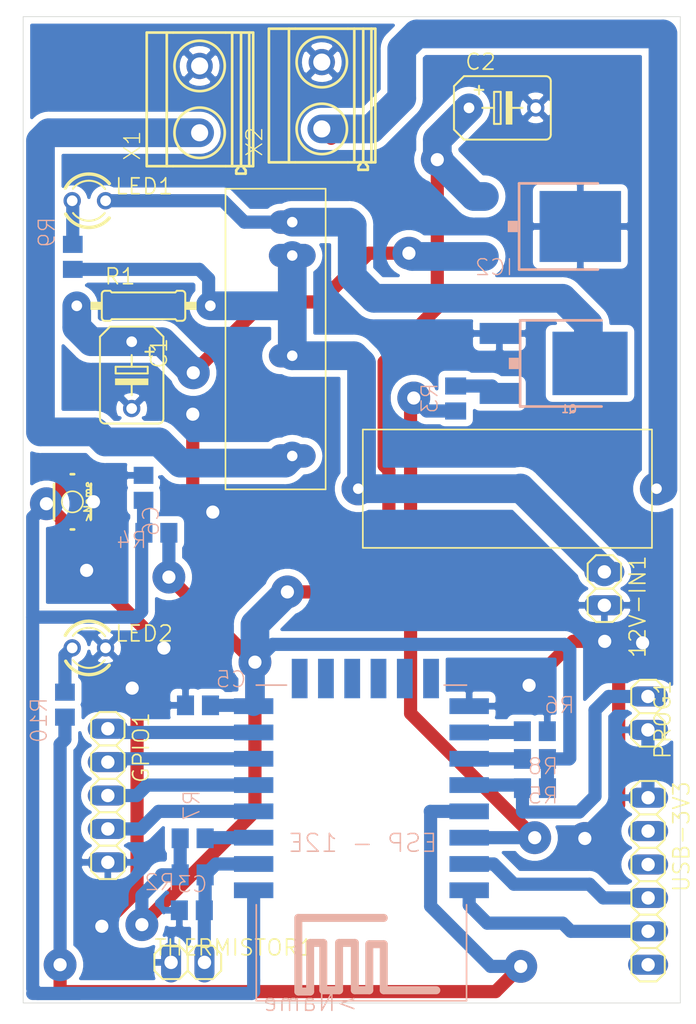
<source format=kicad_pcb>
(kicad_pcb (version 20171130) (host pcbnew 5.1.6-c6e7f7d~87~ubuntu18.04.1)

  (general
    (thickness 1.6)
    (drawings 4)
    (tracks 229)
    (zones 0)
    (modules 30)
    (nets 34)
  )

  (page A4)
  (layers
    (0 Top signal)
    (31 Bottom signal)
    (32 B.Adhes user)
    (33 F.Adhes user)
    (34 B.Paste user)
    (35 F.Paste user)
    (36 B.SilkS user)
    (37 F.SilkS user)
    (38 B.Mask user)
    (39 F.Mask user)
    (40 Dwgs.User user)
    (41 Cmts.User user)
    (42 Eco1.User user)
    (43 Eco2.User user)
    (44 Edge.Cuts user)
    (45 Margin user)
    (46 B.CrtYd user)
    (47 F.CrtYd user)
    (48 B.Fab user)
    (49 F.Fab user)
  )

  (setup
    (last_trace_width 0.25)
    (user_trace_width 1)
    (user_trace_width 1.5)
    (user_trace_width 2.1844)
    (trace_clearance 0.2)
    (zone_clearance 0.508)
    (zone_45_only no)
    (trace_min 0.2)
    (via_size 0.8)
    (via_drill 0.4)
    (via_min_size 0.4)
    (via_min_drill 0.3)
    (user_via 2.5 1)
    (uvia_size 0.3)
    (uvia_drill 0.1)
    (uvias_allowed no)
    (uvia_min_size 0.2)
    (uvia_min_drill 0.1)
    (edge_width 0.05)
    (segment_width 0.2)
    (pcb_text_width 0.3)
    (pcb_text_size 1.5 1.5)
    (mod_edge_width 0.12)
    (mod_text_size 1 1)
    (mod_text_width 0.15)
    (pad_size 1.524 1.524)
    (pad_drill 0.762)
    (pad_to_mask_clearance 0.05)
    (aux_axis_origin 0 0)
    (visible_elements FFFFFF7F)
    (pcbplotparams
      (layerselection 0x01000_fffffffe)
      (usegerberextensions false)
      (usegerberattributes true)
      (usegerberadvancedattributes true)
      (creategerberjobfile true)
      (excludeedgelayer true)
      (linewidth 0.100000)
      (plotframeref false)
      (viasonmask false)
      (mode 1)
      (useauxorigin false)
      (hpglpennumber 1)
      (hpglpenspeed 20)
      (hpglpendiameter 15.000000)
      (psnegative false)
      (psa4output false)
      (plotreference true)
      (plotvalue true)
      (plotinvisibletext false)
      (padsonsilk false)
      (subtractmaskfromsilk false)
      (outputformat 1)
      (mirror false)
      (drillshape 0)
      (scaleselection 1)
      (outputdirectory "GERBER/"))
  )

  (net 0 "")
  (net 1 GND)
  (net 2 +12V)
  (net 3 +3V3)
  (net 4 "Net-(C1-Pad+)")
  (net 5 "Net-(C3-Pad1)")
  (net 6 "Net-(R3-Pad2)")
  (net 7 "Net-(Q1-Pad1)")
  (net 8 "Net-(LED1-PadK)")
  (net 9 "Net-(U2-PadSCLK)")
  (net 10 "Net-(U2-PadCS0)")
  (net 11 "Net-(U2-PadMISO)")
  (net 12 "Net-(U2-PadGPIO9)")
  (net 13 "Net-(U2-PadGPIO10)")
  (net 14 "Net-(U2-PadMOSI)")
  (net 15 "Net-(R6-Pad2)")
  (net 16 "Net-(R8-Pad1)")
  (net 17 "Net-(U2-PadRXD0)")
  (net 18 "Net-(U2-PadTXD0)")
  (net 19 "Net-(R7-Pad1)")
  (net 20 "Net-(C6-Pad1)")
  (net 21 "Net-(USB-3V3-Pad6)")
  (net 22 "Net-(USB-3V3-Pad3)")
  (net 23 "Net-(USB-3V3-Pad2)")
  (net 24 "Net-(LED1-PadA)")
  (net 25 "Net-(FUSE1-PadP$2)")
  (net 26 "Net-(GPIO1-Pad4)")
  (net 27 "Net-(GPIO1-Pad3)")
  (net 28 "Net-(GPIO1-Pad2)")
  (net 29 "Net-(GPIO1-Pad1)")
  (net 30 "Net-(PROG1-Pad1)")
  (net 31 "Net-(RLA1-PadP$4)")
  (net 32 "Net-(LED2-PadA)")
  (net 33 "Net-(R10-Pad2)")

  (net_class Default "This is the default net class."
    (clearance 0.2)
    (trace_width 0.25)
    (via_dia 0.8)
    (via_drill 0.4)
    (uvia_dia 0.3)
    (uvia_drill 0.1)
    (add_net +12V)
    (add_net +3V3)
    (add_net GND)
    (add_net "Net-(C1-Pad+)")
    (add_net "Net-(C3-Pad1)")
    (add_net "Net-(C6-Pad1)")
    (add_net "Net-(FUSE1-PadP$2)")
    (add_net "Net-(GPIO1-Pad1)")
    (add_net "Net-(GPIO1-Pad2)")
    (add_net "Net-(GPIO1-Pad3)")
    (add_net "Net-(GPIO1-Pad4)")
    (add_net "Net-(LED1-PadA)")
    (add_net "Net-(LED1-PadK)")
    (add_net "Net-(LED2-PadA)")
    (add_net "Net-(PROG1-Pad1)")
    (add_net "Net-(Q1-Pad1)")
    (add_net "Net-(R10-Pad2)")
    (add_net "Net-(R3-Pad2)")
    (add_net "Net-(R6-Pad2)")
    (add_net "Net-(R7-Pad1)")
    (add_net "Net-(R8-Pad1)")
    (add_net "Net-(RLA1-PadP$4)")
    (add_net "Net-(U2-PadCS0)")
    (add_net "Net-(U2-PadGPIO10)")
    (add_net "Net-(U2-PadGPIO9)")
    (add_net "Net-(U2-PadMISO)")
    (add_net "Net-(U2-PadMOSI)")
    (add_net "Net-(U2-PadRXD0)")
    (add_net "Net-(U2-PadSCLK)")
    (add_net "Net-(U2-PadTXD0)")
    (add_net "Net-(USB-3V3-Pad2)")
    (add_net "Net-(USB-3V3-Pad3)")
    (add_net "Net-(USB-3V3-Pad6)")
  )

  (module wifiboard-v2:R0805 (layer Bottom) (tedit 0) (tstamp 607D5C02)
    (at 123.7742 158.2674 270)
    (descr <b>RESISTOR</b><p>)
    (path /562262D9)
    (fp_text reference R9 (at -0.635 1.27 270) (layer B.SilkS)
      (effects (font (size 1.2065 1.2065) (thickness 0.1016)) (justify right bottom mirror))
    )
    (fp_text value 1K (at -0.635 -2.54 270) (layer B.Fab)
      (effects (font (size 1.2065 1.2065) (thickness 0.1016)) (justify right bottom mirror))
    )
    (fp_line (start -0.41 0.635) (end 0.41 0.635) (layer B.Fab) (width 0.1524))
    (fp_line (start -0.41 -0.635) (end 0.41 -0.635) (layer B.Fab) (width 0.1524))
    (fp_line (start -1.973 0.983) (end 1.973 0.983) (layer Dwgs.User) (width 0.0508))
    (fp_line (start 1.973 0.983) (end 1.973 -0.983) (layer Dwgs.User) (width 0.0508))
    (fp_line (start 1.973 -0.983) (end -1.973 -0.983) (layer Dwgs.User) (width 0.0508))
    (fp_line (start -1.973 -0.983) (end -1.973 0.983) (layer Dwgs.User) (width 0.0508))
    (fp_poly (pts (xy 0.4064 -0.6985) (xy 1.0564 -0.6985) (xy 1.0564 0.7015) (xy 0.4064 0.7015)) (layer B.Fab) (width 0))
    (fp_poly (pts (xy -1.0668 -0.6985) (xy -0.4168 -0.6985) (xy -0.4168 0.7015) (xy -1.0668 0.7015)) (layer B.Fab) (width 0))
    (fp_poly (pts (xy -0.1999 -0.5001) (xy 0.1999 -0.5001) (xy 0.1999 0.5001) (xy -0.1999 0.5001)) (layer B.Adhes) (width 0))
    (pad 2 smd rect (at 0.95 0 270) (size 1.3 1.5) (layers Bottom B.Paste B.Mask)
      (net 2 +12V) (solder_mask_margin 0.1016))
    (pad 1 smd rect (at -0.95 0 270) (size 1.3 1.5) (layers Bottom B.Paste B.Mask)
      (net 24 "Net-(LED1-PadA)") (solder_mask_margin 0.1016))
  )

  (module wifiboard-v2:C0805 (layer Bottom) (tedit 0) (tstamp 607D598F)
    (at 132.8318 207.9498 180)
    (descr <b>CAPACITOR</b><p>)
    (path /91680661)
    (fp_text reference C3 (at -1.27 1.27) (layer B.SilkS)
      (effects (font (size 1.2065 1.2065) (thickness 0.1016)) (justify left bottom mirror))
    )
    (fp_text value 1uF (at -1.27 -2.54) (layer B.Fab)
      (effects (font (size 1.2065 1.2065) (thickness 0.1016)) (justify left bottom mirror))
    )
    (fp_line (start -1.973 0.983) (end 1.973 0.983) (layer Dwgs.User) (width 0.0508))
    (fp_line (start 1.973 -0.983) (end -1.973 -0.983) (layer Dwgs.User) (width 0.0508))
    (fp_line (start -1.973 -0.983) (end -1.973 0.983) (layer Dwgs.User) (width 0.0508))
    (fp_line (start -0.381 0.66) (end 0.381 0.66) (layer B.Fab) (width 0.1016))
    (fp_line (start -0.356 -0.66) (end 0.381 -0.66) (layer B.Fab) (width 0.1016))
    (fp_line (start 1.973 0.983) (end 1.973 -0.983) (layer Dwgs.User) (width 0.0508))
    (fp_poly (pts (xy -1.0922 -0.7239) (xy -0.3421 -0.7239) (xy -0.3421 0.7262) (xy -1.0922 0.7262)) (layer B.Fab) (width 0))
    (fp_poly (pts (xy 0.3556 -0.7239) (xy 1.1057 -0.7239) (xy 1.1057 0.7262) (xy 0.3556 0.7262)) (layer B.Fab) (width 0))
    (fp_poly (pts (xy -0.1001 -0.4001) (xy 0.1001 -0.4001) (xy 0.1001 0.4001) (xy -0.1001 0.4001)) (layer B.Adhes) (width 0))
    (pad 2 smd rect (at 0.95 0 180) (size 1.3 1.5) (layers Bottom B.Paste B.Mask)
      (net 1 GND) (solder_mask_margin 0.1016))
    (pad 1 smd rect (at -0.95 0 180) (size 1.3 1.5) (layers Bottom B.Paste B.Mask)
      (net 5 "Net-(C3-Pad1)") (solder_mask_margin 0.1016))
  )

  (module wifiboard-v2:1X02 (layer Top) (tedit 0) (tstamp 607D599D)
    (at 164.2237 183.4896 270)
    (descr "<b>PIN HEADER</b>")
    (path /827EA4AC)
    (fp_text reference 12V-IN1 (at -2.6162 -1.8288 270) (layer F.SilkS)
      (effects (font (size 1.2065 1.2065) (thickness 0.127)) (justify right top))
    )
    (fp_text value PINHD-1X2 (at -2.54 3.175 270) (layer F.Fab)
      (effects (font (size 1.2065 1.2065) (thickness 0.1016)) (justify right top))
    )
    (fp_line (start -1.905 -1.27) (end -0.635 -1.27) (layer F.SilkS) (width 0.1524))
    (fp_line (start -0.635 -1.27) (end 0 -0.635) (layer F.SilkS) (width 0.1524))
    (fp_line (start 0 -0.635) (end 0 0.635) (layer F.SilkS) (width 0.1524))
    (fp_line (start 0 0.635) (end -0.635 1.27) (layer F.SilkS) (width 0.1524))
    (fp_line (start -2.54 -0.635) (end -2.54 0.635) (layer F.SilkS) (width 0.1524))
    (fp_line (start -1.905 -1.27) (end -2.54 -0.635) (layer F.SilkS) (width 0.1524))
    (fp_line (start -2.54 0.635) (end -1.905 1.27) (layer F.SilkS) (width 0.1524))
    (fp_line (start -0.635 1.27) (end -1.905 1.27) (layer F.SilkS) (width 0.1524))
    (fp_line (start 0 -0.635) (end 0.635 -1.27) (layer F.SilkS) (width 0.1524))
    (fp_line (start 0.635 -1.27) (end 1.905 -1.27) (layer F.SilkS) (width 0.1524))
    (fp_line (start 1.905 -1.27) (end 2.54 -0.635) (layer F.SilkS) (width 0.1524))
    (fp_line (start 2.54 -0.635) (end 2.54 0.635) (layer F.SilkS) (width 0.1524))
    (fp_line (start 2.54 0.635) (end 1.905 1.27) (layer F.SilkS) (width 0.1524))
    (fp_line (start 1.905 1.27) (end 0.635 1.27) (layer F.SilkS) (width 0.1524))
    (fp_line (start 0.635 1.27) (end 0 0.635) (layer F.SilkS) (width 0.1524))
    (fp_poly (pts (xy -1.524 0.254) (xy -1.016 0.254) (xy -1.016 -0.254) (xy -1.524 -0.254)) (layer F.Fab) (width 0))
    (fp_poly (pts (xy 1.016 0.254) (xy 1.524 0.254) (xy 1.524 -0.254) (xy 1.016 -0.254)) (layer F.Fab) (width 0))
    (pad 2 thru_hole oval (at 1.27 0) (size 3.048 1.524) (drill 1.016) (layers *.Cu *.Mask)
      (net 1 GND) (solder_mask_margin 0.1016))
    (pad 1 thru_hole oval (at -1.27 0) (size 3.048 1.524) (drill 1.016) (layers *.Cu *.Mask)
      (net 2 +12V) (solder_mask_margin 0.1016))
  )

  (module wifiboard-v2:1X02 (layer Top) (tedit 0) (tstamp 607D59B3)
    (at 132.5245 211.9122)
    (descr "<b>PIN HEADER</b>")
    (path /E194501C)
    (fp_text reference THERMISTOR1 (at -2.6162 -1.8288 180) (layer F.SilkS)
      (effects (font (size 1.2065 1.2065) (thickness 0.127)) (justify left top))
    )
    (fp_text value PINHD-1X2 (at -2.54 3.175 180) (layer F.Fab)
      (effects (font (size 1.2065 1.2065) (thickness 0.1016)) (justify left top))
    )
    (fp_line (start -1.905 -1.27) (end -0.635 -1.27) (layer F.SilkS) (width 0.1524))
    (fp_line (start -0.635 -1.27) (end 0 -0.635) (layer F.SilkS) (width 0.1524))
    (fp_line (start 0 -0.635) (end 0 0.635) (layer F.SilkS) (width 0.1524))
    (fp_line (start 0 0.635) (end -0.635 1.27) (layer F.SilkS) (width 0.1524))
    (fp_line (start -2.54 -0.635) (end -2.54 0.635) (layer F.SilkS) (width 0.1524))
    (fp_line (start -1.905 -1.27) (end -2.54 -0.635) (layer F.SilkS) (width 0.1524))
    (fp_line (start -2.54 0.635) (end -1.905 1.27) (layer F.SilkS) (width 0.1524))
    (fp_line (start -0.635 1.27) (end -1.905 1.27) (layer F.SilkS) (width 0.1524))
    (fp_line (start 0 -0.635) (end 0.635 -1.27) (layer F.SilkS) (width 0.1524))
    (fp_line (start 0.635 -1.27) (end 1.905 -1.27) (layer F.SilkS) (width 0.1524))
    (fp_line (start 1.905 -1.27) (end 2.54 -0.635) (layer F.SilkS) (width 0.1524))
    (fp_line (start 2.54 -0.635) (end 2.54 0.635) (layer F.SilkS) (width 0.1524))
    (fp_line (start 2.54 0.635) (end 1.905 1.27) (layer F.SilkS) (width 0.1524))
    (fp_line (start 1.905 1.27) (end 0.635 1.27) (layer F.SilkS) (width 0.1524))
    (fp_line (start 0.635 1.27) (end 0 0.635) (layer F.SilkS) (width 0.1524))
    (fp_poly (pts (xy -1.524 0.254) (xy -1.016 0.254) (xy -1.016 -0.254) (xy -1.524 -0.254)) (layer F.Fab) (width 0))
    (fp_poly (pts (xy 1.016 0.254) (xy 1.524 0.254) (xy 1.524 -0.254) (xy 1.016 -0.254)) (layer F.Fab) (width 0))
    (pad 2 thru_hole oval (at 1.27 0 90) (size 3.048 1.524) (drill 1.016) (layers *.Cu *.Mask)
      (net 5 "Net-(C3-Pad1)") (solder_mask_margin 0.1016))
    (pad 1 thru_hole oval (at -1.27 0 90) (size 3.048 1.524) (drill 1.016) (layers *.Cu *.Mask)
      (net 1 GND) (solder_mask_margin 0.1016))
  )

  (module wifiboard-v2:1X05 (layer Top) (tedit 0) (tstamp 607D59C9)
    (at 126.4412 199.2249 270)
    (descr "<b>PIN HEADER</b>")
    (path /9271281A)
    (fp_text reference GPIO1 (at -6.4262 -1.8288 270) (layer F.SilkS)
      (effects (font (size 1.2065 1.2065) (thickness 0.127)) (justify right top))
    )
    (fp_text value PINHD-1X5 (at -6.35 3.175 270) (layer F.Fab)
      (effects (font (size 1.2065 1.2065) (thickness 0.1016)) (justify right top))
    )
    (fp_line (start 1.905 -1.27) (end 3.175 -1.27) (layer F.SilkS) (width 0.1524))
    (fp_line (start 3.175 -1.27) (end 3.81 -0.635) (layer F.SilkS) (width 0.1524))
    (fp_line (start 3.81 -0.635) (end 3.81 0.635) (layer F.SilkS) (width 0.1524))
    (fp_line (start 3.81 0.635) (end 3.175 1.27) (layer F.SilkS) (width 0.1524))
    (fp_line (start -1.27 -0.635) (end -0.635 -1.27) (layer F.SilkS) (width 0.1524))
    (fp_line (start -0.635 -1.27) (end 0.635 -1.27) (layer F.SilkS) (width 0.1524))
    (fp_line (start 0.635 -1.27) (end 1.27 -0.635) (layer F.SilkS) (width 0.1524))
    (fp_line (start 1.27 -0.635) (end 1.27 0.635) (layer F.SilkS) (width 0.1524))
    (fp_line (start 1.27 0.635) (end 0.635 1.27) (layer F.SilkS) (width 0.1524))
    (fp_line (start 0.635 1.27) (end -0.635 1.27) (layer F.SilkS) (width 0.1524))
    (fp_line (start -0.635 1.27) (end -1.27 0.635) (layer F.SilkS) (width 0.1524))
    (fp_line (start 1.905 -1.27) (end 1.27 -0.635) (layer F.SilkS) (width 0.1524))
    (fp_line (start 1.27 0.635) (end 1.905 1.27) (layer F.SilkS) (width 0.1524))
    (fp_line (start 3.175 1.27) (end 1.905 1.27) (layer F.SilkS) (width 0.1524))
    (fp_line (start -5.715 -1.27) (end -4.445 -1.27) (layer F.SilkS) (width 0.1524))
    (fp_line (start -4.445 -1.27) (end -3.81 -0.635) (layer F.SilkS) (width 0.1524))
    (fp_line (start -3.81 -0.635) (end -3.81 0.635) (layer F.SilkS) (width 0.1524))
    (fp_line (start -3.81 0.635) (end -4.445 1.27) (layer F.SilkS) (width 0.1524))
    (fp_line (start -3.81 -0.635) (end -3.175 -1.27) (layer F.SilkS) (width 0.1524))
    (fp_line (start -3.175 -1.27) (end -1.905 -1.27) (layer F.SilkS) (width 0.1524))
    (fp_line (start -1.905 -1.27) (end -1.27 -0.635) (layer F.SilkS) (width 0.1524))
    (fp_line (start -1.27 -0.635) (end -1.27 0.635) (layer F.SilkS) (width 0.1524))
    (fp_line (start -1.27 0.635) (end -1.905 1.27) (layer F.SilkS) (width 0.1524))
    (fp_line (start -1.905 1.27) (end -3.175 1.27) (layer F.SilkS) (width 0.1524))
    (fp_line (start -3.175 1.27) (end -3.81 0.635) (layer F.SilkS) (width 0.1524))
    (fp_line (start -6.35 -0.635) (end -6.35 0.635) (layer F.SilkS) (width 0.1524))
    (fp_line (start -5.715 -1.27) (end -6.35 -0.635) (layer F.SilkS) (width 0.1524))
    (fp_line (start -6.35 0.635) (end -5.715 1.27) (layer F.SilkS) (width 0.1524))
    (fp_line (start -4.445 1.27) (end -5.715 1.27) (layer F.SilkS) (width 0.1524))
    (fp_line (start 4.445 -1.27) (end 5.715 -1.27) (layer F.SilkS) (width 0.1524))
    (fp_line (start 5.715 -1.27) (end 6.35 -0.635) (layer F.SilkS) (width 0.1524))
    (fp_line (start 6.35 -0.635) (end 6.35 0.635) (layer F.SilkS) (width 0.1524))
    (fp_line (start 6.35 0.635) (end 5.715 1.27) (layer F.SilkS) (width 0.1524))
    (fp_line (start 4.445 -1.27) (end 3.81 -0.635) (layer F.SilkS) (width 0.1524))
    (fp_line (start 3.81 0.635) (end 4.445 1.27) (layer F.SilkS) (width 0.1524))
    (fp_line (start 5.715 1.27) (end 4.445 1.27) (layer F.SilkS) (width 0.1524))
    (fp_poly (pts (xy 2.286 0.254) (xy 2.794 0.254) (xy 2.794 -0.254) (xy 2.286 -0.254)) (layer F.Fab) (width 0))
    (fp_poly (pts (xy -0.254 0.254) (xy 0.254 0.254) (xy 0.254 -0.254) (xy -0.254 -0.254)) (layer F.Fab) (width 0))
    (fp_poly (pts (xy -2.794 0.254) (xy -2.286 0.254) (xy -2.286 -0.254) (xy -2.794 -0.254)) (layer F.Fab) (width 0))
    (fp_poly (pts (xy -5.334 0.254) (xy -4.826 0.254) (xy -4.826 -0.254) (xy -5.334 -0.254)) (layer F.Fab) (width 0))
    (fp_poly (pts (xy 4.826 0.254) (xy 5.334 0.254) (xy 5.334 -0.254) (xy 4.826 -0.254)) (layer F.Fab) (width 0))
    (pad 5 thru_hole oval (at 5.08 0) (size 3.048 1.524) (drill 1.016) (layers *.Cu *.Mask)
      (net 1 GND) (solder_mask_margin 0.1016))
    (pad 4 thru_hole oval (at 2.54 0) (size 3.048 1.524) (drill 1.016) (layers *.Cu *.Mask)
      (net 26 "Net-(GPIO1-Pad4)") (solder_mask_margin 0.1016))
    (pad 3 thru_hole oval (at 0 0) (size 3.048 1.524) (drill 1.016) (layers *.Cu *.Mask)
      (net 27 "Net-(GPIO1-Pad3)") (solder_mask_margin 0.1016))
    (pad 2 thru_hole oval (at -2.54 0) (size 3.048 1.524) (drill 1.016) (layers *.Cu *.Mask)
      (net 28 "Net-(GPIO1-Pad2)") (solder_mask_margin 0.1016))
    (pad 1 thru_hole oval (at -5.08 0) (size 3.048 1.524) (drill 1.016) (layers *.Cu *.Mask)
      (net 29 "Net-(GPIO1-Pad1)") (solder_mask_margin 0.1016))
  )

  (module wifiboard-v2:0207_10 (layer Top) (tedit 0) (tstamp 607D59FA)
    (at 129.159 161.9885)
    (descr "<b>RESISTOR</b><p>\ntype 0207, grid 10 mm")
    (path /FD173983)
    (fp_text reference R1 (at -3.048 -1.524) (layer F.SilkS)
      (effects (font (size 1.2065 1.2065) (thickness 0.127)) (justify left bottom))
    )
    (fp_text value 6R8 (at -1.5621 0.5334 180) (layer F.Fab)
      (effects (font (size 1.2065 1.2065) (thickness 0.127)) (justify left bottom))
    )
    (fp_line (start 5.08 0) (end 4.064 0) (layer F.Fab) (width 0.6096))
    (fp_line (start -5.08 0) (end -4.064 0) (layer F.Fab) (width 0.6096))
    (fp_line (start -3.175 0.889) (end -3.175 -0.889) (layer F.SilkS) (width 0.1524))
    (fp_line (start -2.921 -1.143) (end -2.54 -1.143) (layer F.SilkS) (width 0.1524))
    (fp_line (start -2.413 -1.016) (end -2.54 -1.143) (layer F.SilkS) (width 0.1524))
    (fp_line (start -2.921 1.143) (end -2.54 1.143) (layer F.SilkS) (width 0.1524))
    (fp_line (start -2.413 1.016) (end -2.54 1.143) (layer F.SilkS) (width 0.1524))
    (fp_line (start 2.413 -1.016) (end 2.54 -1.143) (layer F.SilkS) (width 0.1524))
    (fp_line (start 2.413 -1.016) (end -2.413 -1.016) (layer F.SilkS) (width 0.1524))
    (fp_line (start 2.413 1.016) (end 2.54 1.143) (layer F.SilkS) (width 0.1524))
    (fp_line (start 2.413 1.016) (end -2.413 1.016) (layer F.SilkS) (width 0.1524))
    (fp_line (start 2.921 -1.143) (end 2.54 -1.143) (layer F.SilkS) (width 0.1524))
    (fp_line (start 2.921 1.143) (end 2.54 1.143) (layer F.SilkS) (width 0.1524))
    (fp_line (start 3.175 0.889) (end 3.175 -0.889) (layer F.SilkS) (width 0.1524))
    (fp_poly (pts (xy 3.175 0.3048) (xy 4.0386 0.3048) (xy 4.0386 -0.3048) (xy 3.175 -0.3048)) (layer F.SilkS) (width 0))
    (fp_poly (pts (xy -4.0386 0.3048) (xy -3.175 0.3048) (xy -3.175 -0.3048) (xy -4.0386 -0.3048)) (layer F.SilkS) (width 0))
    (fp_arc (start 2.921 -0.889) (end 2.921 -1.143) (angle 90) (layer F.SilkS) (width 0.1524))
    (fp_arc (start 2.921 0.889) (end 2.921 1.143) (angle -90) (layer F.SilkS) (width 0.1524))
    (fp_arc (start -2.921 0.889) (end -3.175 0.889) (angle -90) (layer F.SilkS) (width 0.1524))
    (fp_arc (start -2.921 -0.889) (end -3.175 -0.889) (angle 90) (layer F.SilkS) (width 0.1524))
    (pad 2 thru_hole circle (at 5.08 0) (size 1.3208 1.3208) (drill 0.8128) (layers *.Cu *.Mask)
      (net 2 +12V) (solder_mask_margin 0.1016))
    (pad 1 thru_hole circle (at -5.08 0) (size 1.3208 1.3208) (drill 0.8128) (layers *.Cu *.Mask)
      (net 4 "Net-(C1-Pad+)") (solder_mask_margin 0.1016))
  )

  (module wifiboard-v2:M0805 (layer Bottom) (tedit 0) (tstamp 60880058)
    (at 132.8953 205.2574)
    (descr "<b>RESISTOR</b><p>\nMELF 0.10 W")
    (path /748ED202)
    (fp_text reference R2 (at -1.27 1.27 180) (layer B.SilkS)
      (effects (font (size 1.2065 1.2065) (thickness 0.1016)) (justify left bottom mirror))
    )
    (fp_text value 10K (at -1.27 -2.54 180) (layer B.Fab)
      (effects (font (size 1.2065 1.2065) (thickness 0.1016)) (justify left bottom mirror))
    )
    (fp_line (start -1.973 0.983) (end 1.973 0.983) (layer Dwgs.User) (width 0.0508))
    (fp_line (start 1.973 -0.983) (end -1.973 -0.983) (layer Dwgs.User) (width 0.0508))
    (fp_line (start -1.973 -0.983) (end -1.973 0.983) (layer Dwgs.User) (width 0.0508))
    (fp_line (start 1.973 0.983) (end 1.973 -0.983) (layer Dwgs.User) (width 0.0508))
    (fp_line (start 0.7112 0.635) (end -0.7112 0.635) (layer B.Fab) (width 0.1524))
    (fp_line (start 0.7112 -0.635) (end -0.7112 -0.635) (layer B.Fab) (width 0.1524))
    (fp_poly (pts (xy -1.0414 -0.7112) (xy -0.6858 -0.7112) (xy -0.6858 0.7112) (xy -1.0414 0.7112)) (layer B.Fab) (width 0))
    (fp_poly (pts (xy 0.6858 -0.7112) (xy 1.0414 -0.7112) (xy 1.0414 0.7112) (xy 0.6858 0.7112)) (layer B.Fab) (width 0))
    (fp_poly (pts (xy -0.1999 -0.5999) (xy 0.1999 -0.5999) (xy 0.1999 0.5999) (xy -0.1999 0.5999)) (layer B.Adhes) (width 0))
    (pad 2 smd rect (at 0.95 0) (size 1.3 1.6) (layers Bottom B.Paste B.Mask)
      (net 5 "Net-(C3-Pad1)") (solder_mask_margin 0.1016))
    (pad 1 smd rect (at -0.95 0) (size 1.3 1.6) (layers Bottom B.Paste B.Mask)
      (net 3 +3V3) (solder_mask_margin 0.1016))
  )

  (module wifiboard-v2:M0805 (layer Bottom) (tedit 0) (tstamp 607D5A21)
    (at 152.908 169.037 270)
    (descr "<b>RESISTOR</b><p>\nMELF 0.10 W")
    (path /D33015C9)
    (fp_text reference R3 (at -1.27 1.27 90) (layer B.SilkS)
      (effects (font (size 1.2065 1.2065) (thickness 0.1016)) (justify left bottom mirror))
    )
    (fp_text value 10K (at -1.27 -2.54 90) (layer B.Fab)
      (effects (font (size 1.2065 1.2065) (thickness 0.1016)) (justify left bottom mirror))
    )
    (fp_line (start -1.973 0.983) (end 1.973 0.983) (layer Dwgs.User) (width 0.0508))
    (fp_line (start 1.973 -0.983) (end -1.973 -0.983) (layer Dwgs.User) (width 0.0508))
    (fp_line (start -1.973 -0.983) (end -1.973 0.983) (layer Dwgs.User) (width 0.0508))
    (fp_line (start 1.973 0.983) (end 1.973 -0.983) (layer Dwgs.User) (width 0.0508))
    (fp_line (start 0.7112 0.635) (end -0.7112 0.635) (layer B.Fab) (width 0.1524))
    (fp_line (start 0.7112 -0.635) (end -0.7112 -0.635) (layer B.Fab) (width 0.1524))
    (fp_poly (pts (xy -1.0414 -0.7112) (xy -0.6858 -0.7112) (xy -0.6858 0.7112) (xy -1.0414 0.7112)) (layer B.Fab) (width 0))
    (fp_poly (pts (xy 0.6858 -0.7112) (xy 1.0414 -0.7112) (xy 1.0414 0.7112) (xy 0.6858 0.7112)) (layer B.Fab) (width 0))
    (fp_poly (pts (xy -0.1999 -0.5999) (xy 0.1999 -0.5999) (xy 0.1999 0.5999) (xy -0.1999 0.5999)) (layer B.Adhes) (width 0))
    (pad 2 smd rect (at 0.95 0 270) (size 1.3 1.6) (layers Bottom B.Paste B.Mask)
      (net 6 "Net-(R3-Pad2)") (solder_mask_margin 0.1016))
    (pad 1 smd rect (at -0.95 0 270) (size 1.3 1.6) (layers Bottom B.Paste B.Mask)
      (net 7 "Net-(Q1-Pad1)") (solder_mask_margin 0.1016))
  )

  (module wifiboard-v2:FUSE (layer Top) (tedit 0) (tstamp 607D5A2F)
    (at 156.845 175.895 180)
    (path /C5A6AE00)
    (fp_text reference FUSE1 (at 0 0) (layer F.SilkS) hide
      (effects (font (size 1.27 1.27) (thickness 0.15)))
    )
    (fp_text value FUSE (at 0 0) (layer F.SilkS) hide
      (effects (font (size 1.27 1.27) (thickness 0.15)))
    )
    (fp_line (start -11 4.5) (end 11 4.5) (layer F.SilkS) (width 0.127))
    (fp_line (start 11 4.5) (end 11 -4.5) (layer F.SilkS) (width 0.127))
    (fp_line (start 11 -4.5) (end -11 -4.5) (layer F.SilkS) (width 0.127))
    (fp_line (start -11 -4.5) (end -11 4.5) (layer F.SilkS) (width 0.127))
    (pad P$2 thru_hole circle (at -11.35 0 180) (size 2.54 2.54) (drill 0.8) (layers *.Cu *.Mask)
      (net 25 "Net-(FUSE1-PadP$2)") (solder_mask_margin 0.1016))
    (pad P$1 thru_hole circle (at 11.35 0 180) (size 2.54 2.54) (drill 0.8) (layers *.Cu *.Mask)
      (net 2 +12V) (solder_mask_margin 0.1016))
  )

  (module wifiboard-v2:MKDSN1,5_2-5,08 (layer Top) (tedit 0) (tstamp 607D5A38)
    (at 133.4512 146.2702 90)
    (path /C03765C0)
    (fp_text reference X1 (at -4.7511 -4.445 90) (layer F.SilkS)
      (effects (font (size 1.2065 1.2065) (thickness 0.1016)) (justify left bottom))
    )
    (fp_text value AC-N (at 6.985 3.81 180) (layer F.Fab)
      (effects (font (size 1.2065 1.2065) (thickness 0.1016)) (justify right top))
    )
    (fp_line (start -5.1011 4.05) (end 5.0589 4.05) (layer F.SilkS) (width 0.2032))
    (fp_line (start -5.1011 -2.5243) (end 5.0589 -2.5243) (layer F.SilkS) (width 0.2032))
    (fp_line (start -2.7211 0.63) (end -3.6341 1.543) (layer F.Fab) (width 0.2032))
    (fp_line (start -5.1011 1.9555) (end -5.1011 2.4479) (layer F.SilkS) (width 0.2032))
    (fp_line (start -5.1011 3.327) (end -5.2298 3.327) (layer F.SilkS) (width 0.2032))
    (fp_line (start -5.2298 2.913) (end -5.1011 2.913) (layer F.SilkS) (width 0.2032))
    (fp_line (start -5.1011 3.1279) (end -5.1011 2.913) (layer F.SilkS) (width 0.2032))
    (fp_line (start -5.1011 3.327) (end -5.1011 3.1279) (layer F.SilkS) (width 0.2032))
    (fp_line (start -5.6711 2.763) (end -5.4081 2.763) (layer F.SilkS) (width 0.2032))
    (fp_line (start -5.6711 3.477) (end -5.4081 3.477) (layer F.SilkS) (width 0.2032))
    (fp_line (start -5.1011 2.913) (end -5.1011 2.4479) (layer F.SilkS) (width 0.2032))
    (fp_line (start -5.2298 3.327) (end -5.4081 3.477) (layer F.SilkS) (width 0.2032))
    (fp_line (start -5.6711 2.763) (end -5.6711 3.477) (layer F.SilkS) (width 0.2032))
    (fp_line (start -5.1011 -2.5243) (end -5.1011 -2.0413) (layer F.SilkS) (width 0.2032))
    (fp_line (start -5.1011 1.9555) (end -5.1011 -2.0413) (layer F.SilkS) (width 0.2032))
    (fp_line (start -5.4081 2.763) (end -5.2298 2.913) (layer F.SilkS) (width 0.2032))
    (fp_line (start 5.0589 2.4479) (end -5.1011 2.4479) (layer F.SilkS) (width 0.2032))
    (fp_line (start -2.5611 0.47) (end -2.7211 0.63) (layer F.Fab) (width 0.2032))
    (fp_line (start -3.2001 0.119) (end -2.5611 -0.52) (layer F.Fab) (width 0.2032))
    (fp_line (start -4.1291 1.048) (end -3.2001 0.119) (layer F.Fab) (width 0.2032))
    (fp_line (start 0.9509 1.048) (end 1.8799 0.119) (layer F.Fab) (width 0.2032))
    (fp_line (start 5.0589 1.9555) (end 5.0589 2.4479) (layer F.SilkS) (width 0.2032))
    (fp_line (start 2.3589 0.63) (end 1.4459 1.543) (layer F.Fab) (width 0.2032))
    (fp_line (start 1.8799 0.119) (end 2.5189 -0.52) (layer F.Fab) (width 0.2032))
    (fp_line (start 2.5189 0.47) (end 2.3589 0.63) (layer F.Fab) (width 0.2032))
    (fp_line (start 4.0869 -1.098) (end 3.1489 -0.16) (layer F.Fab) (width 0.2032))
    (fp_line (start 2.6379 -0.639) (end 3.5919 -1.593) (layer F.Fab) (width 0.2032))
    (fp_line (start 3.1489 -0.16) (end 2.5189 0.47) (layer F.Fab) (width 0.2032))
    (fp_line (start 2.5189 -0.52) (end 2.6379 -0.639) (layer F.Fab) (width 0.2032))
    (fp_line (start -1.9311 -0.16) (end -2.5611 0.47) (layer F.Fab) (width 0.2032))
    (fp_line (start -2.5611 -0.52) (end -2.4421 -0.639) (layer F.Fab) (width 0.2032))
    (fp_line (start -2.4421 -0.639) (end -1.4881 -1.593) (layer F.Fab) (width 0.2032))
    (fp_line (start -0.9931 -1.098) (end -1.9311 -0.16) (layer F.Fab) (width 0.2032))
    (fp_line (start -5.1011 3.1279) (end 5.0589 3.1279) (layer F.SilkS) (width 0.2032))
    (fp_line (start 5.0589 3.1279) (end 5.0589 2.4479) (layer F.SilkS) (width 0.2032))
    (fp_line (start 5.0589 1.9555) (end 5.0589 -2.0413) (layer F.SilkS) (width 0.2032))
    (fp_line (start 5.0589 -2.5243) (end 5.0589 -2.0413) (layer F.SilkS) (width 0.2032))
    (fp_line (start 5.0589 -2.5243) (end 5.0589 -4.05) (layer F.SilkS) (width 0.2032))
    (fp_line (start -5.1011 3.75) (end -5.1011 3.327) (layer F.SilkS) (width 0.2032))
    (fp_line (start 5.0589 3.75) (end 5.0589 3.1279) (layer F.SilkS) (width 0.2032))
    (fp_line (start -5.1011 -4.05) (end 5.0589 -4.05) (layer F.SilkS) (width 0.2032))
    (fp_line (start -5.1011 -2.5243) (end -5.1011 -4.05) (layer F.SilkS) (width 0.2032))
    (fp_line (start 5.0589 3.75) (end -5.1011 3.75) (layer F.SilkS) (width 0.2032))
    (fp_line (start -5.1011 3.75) (end -5.1011 4.05) (layer F.SilkS) (width 0.2032))
    (fp_line (start 5.0589 3.75) (end 5.0589 4.05) (layer F.SilkS) (width 0.2032))
    (fp_circle (center -2.5611 -0.025) (end -0.6461 -0.025) (layer F.SilkS) (width 0.2032))
    (fp_circle (center 2.5189 -0.025) (end 4.4339 -0.025) (layer F.SilkS) (width 0.2032))
    (fp_arc (start -2.561082 0) (end -1.9311 -0.16) (angle -65.201851) (layer F.Fab) (width 0.2032))
    (fp_arc (start 2.518917 0) (end 3.1489 -0.16) (angle -65.201851) (layer F.Fab) (width 0.2032))
    (fp_arc (start 2.518899 0.000017) (end 1.8799 0.119) (angle -65.201851) (layer F.Fab) (width 0.2032))
    (fp_arc (start -2.5611 0.000017) (end -3.2001 0.119) (angle -65.201851) (layer F.Fab) (width 0.2032))
    (pad 2 thru_hole circle (at 2.5189 -0.025 90) (size 2 2) (drill 1.3) (layers *.Cu *.Mask)
      (net 1 GND) (solder_mask_margin 0.1016))
    (pad 1 thru_hole circle (at -2.5611 -0.025 90) (size 2 2) (drill 1.3) (layers *.Cu *.Mask)
      (net 31 "Net-(RLA1-PadP$4)") (solder_mask_margin 0.1016))
  )

  (module wifiboard-v2:MKDSN1,5_2-5,08 (layer Top) (tedit 0) (tstamp 607D5A70)
    (at 142.7476 145.9781 90)
    (path /FC21A828)
    (fp_text reference X2 (at -4.7511 -4.445 90) (layer F.SilkS)
      (effects (font (size 1.2065 1.2065) (thickness 0.1016)) (justify left bottom))
    )
    (fp_text value AC-L (at 6.985 3.81 180) (layer F.Fab)
      (effects (font (size 1.2065 1.2065) (thickness 0.1016)) (justify right top))
    )
    (fp_line (start -5.1011 4.05) (end 5.0589 4.05) (layer F.SilkS) (width 0.2032))
    (fp_line (start -5.1011 -2.5243) (end 5.0589 -2.5243) (layer F.SilkS) (width 0.2032))
    (fp_line (start -2.7211 0.63) (end -3.6341 1.543) (layer F.Fab) (width 0.2032))
    (fp_line (start -5.1011 1.9555) (end -5.1011 2.4479) (layer F.SilkS) (width 0.2032))
    (fp_line (start -5.1011 3.327) (end -5.2298 3.327) (layer F.SilkS) (width 0.2032))
    (fp_line (start -5.2298 2.913) (end -5.1011 2.913) (layer F.SilkS) (width 0.2032))
    (fp_line (start -5.1011 3.1279) (end -5.1011 2.913) (layer F.SilkS) (width 0.2032))
    (fp_line (start -5.1011 3.327) (end -5.1011 3.1279) (layer F.SilkS) (width 0.2032))
    (fp_line (start -5.6711 2.763) (end -5.4081 2.763) (layer F.SilkS) (width 0.2032))
    (fp_line (start -5.6711 3.477) (end -5.4081 3.477) (layer F.SilkS) (width 0.2032))
    (fp_line (start -5.1011 2.913) (end -5.1011 2.4479) (layer F.SilkS) (width 0.2032))
    (fp_line (start -5.2298 3.327) (end -5.4081 3.477) (layer F.SilkS) (width 0.2032))
    (fp_line (start -5.6711 2.763) (end -5.6711 3.477) (layer F.SilkS) (width 0.2032))
    (fp_line (start -5.1011 -2.5243) (end -5.1011 -2.0413) (layer F.SilkS) (width 0.2032))
    (fp_line (start -5.1011 1.9555) (end -5.1011 -2.0413) (layer F.SilkS) (width 0.2032))
    (fp_line (start -5.4081 2.763) (end -5.2298 2.913) (layer F.SilkS) (width 0.2032))
    (fp_line (start 5.0589 2.4479) (end -5.1011 2.4479) (layer F.SilkS) (width 0.2032))
    (fp_line (start -2.5611 0.47) (end -2.7211 0.63) (layer F.Fab) (width 0.2032))
    (fp_line (start -3.2001 0.119) (end -2.5611 -0.52) (layer F.Fab) (width 0.2032))
    (fp_line (start -4.1291 1.048) (end -3.2001 0.119) (layer F.Fab) (width 0.2032))
    (fp_line (start 0.9509 1.048) (end 1.8799 0.119) (layer F.Fab) (width 0.2032))
    (fp_line (start 5.0589 1.9555) (end 5.0589 2.4479) (layer F.SilkS) (width 0.2032))
    (fp_line (start 2.3589 0.63) (end 1.4459 1.543) (layer F.Fab) (width 0.2032))
    (fp_line (start 1.8799 0.119) (end 2.5189 -0.52) (layer F.Fab) (width 0.2032))
    (fp_line (start 2.5189 0.47) (end 2.3589 0.63) (layer F.Fab) (width 0.2032))
    (fp_line (start 4.0869 -1.098) (end 3.1489 -0.16) (layer F.Fab) (width 0.2032))
    (fp_line (start 2.6379 -0.639) (end 3.5919 -1.593) (layer F.Fab) (width 0.2032))
    (fp_line (start 3.1489 -0.16) (end 2.5189 0.47) (layer F.Fab) (width 0.2032))
    (fp_line (start 2.5189 -0.52) (end 2.6379 -0.639) (layer F.Fab) (width 0.2032))
    (fp_line (start -1.9311 -0.16) (end -2.5611 0.47) (layer F.Fab) (width 0.2032))
    (fp_line (start -2.5611 -0.52) (end -2.4421 -0.639) (layer F.Fab) (width 0.2032))
    (fp_line (start -2.4421 -0.639) (end -1.4881 -1.593) (layer F.Fab) (width 0.2032))
    (fp_line (start -0.9931 -1.098) (end -1.9311 -0.16) (layer F.Fab) (width 0.2032))
    (fp_line (start -5.1011 3.1279) (end 5.0589 3.1279) (layer F.SilkS) (width 0.2032))
    (fp_line (start 5.0589 3.1279) (end 5.0589 2.4479) (layer F.SilkS) (width 0.2032))
    (fp_line (start 5.0589 1.9555) (end 5.0589 -2.0413) (layer F.SilkS) (width 0.2032))
    (fp_line (start 5.0589 -2.5243) (end 5.0589 -2.0413) (layer F.SilkS) (width 0.2032))
    (fp_line (start 5.0589 -2.5243) (end 5.0589 -4.05) (layer F.SilkS) (width 0.2032))
    (fp_line (start -5.1011 3.75) (end -5.1011 3.327) (layer F.SilkS) (width 0.2032))
    (fp_line (start 5.0589 3.75) (end 5.0589 3.1279) (layer F.SilkS) (width 0.2032))
    (fp_line (start -5.1011 -4.05) (end 5.0589 -4.05) (layer F.SilkS) (width 0.2032))
    (fp_line (start -5.1011 -2.5243) (end -5.1011 -4.05) (layer F.SilkS) (width 0.2032))
    (fp_line (start 5.0589 3.75) (end -5.1011 3.75) (layer F.SilkS) (width 0.2032))
    (fp_line (start -5.1011 3.75) (end -5.1011 4.05) (layer F.SilkS) (width 0.2032))
    (fp_line (start 5.0589 3.75) (end 5.0589 4.05) (layer F.SilkS) (width 0.2032))
    (fp_circle (center -2.5611 -0.025) (end -0.6461 -0.025) (layer F.SilkS) (width 0.2032))
    (fp_circle (center 2.5189 -0.025) (end 4.4339 -0.025) (layer F.SilkS) (width 0.2032))
    (fp_arc (start -2.561082 0) (end -1.9311 -0.16) (angle -65.201851) (layer F.Fab) (width 0.2032))
    (fp_arc (start 2.518917 0) (end 3.1489 -0.16) (angle -65.201851) (layer F.Fab) (width 0.2032))
    (fp_arc (start 2.518899 0.000017) (end 1.8799 0.119) (angle -65.201851) (layer F.Fab) (width 0.2032))
    (fp_arc (start -2.5611 0.000017) (end -3.2001 0.119) (angle -65.201851) (layer F.Fab) (width 0.2032))
    (pad 2 thru_hole circle (at 2.5189 -0.025 90) (size 2 2) (drill 1.3) (layers *.Cu *.Mask)
      (net 1 GND) (solder_mask_margin 0.1016))
    (pad 1 thru_hole circle (at -2.5611 -0.025 90) (size 2 2) (drill 1.3) (layers *.Cu *.Mask)
      (net 25 "Net-(FUSE1-PadP$2)") (solder_mask_margin 0.1016))
  )

  (module wifiboard-v2:TO252 (layer Bottom) (tedit 0) (tstamp 607D5AB3)
    (at 159.893 155.956 90)
    (descr "<b>SMALL OUTLINE TRANSISTOR</b><p>\nTS-003")
    (path /2CF93C02)
    (fp_text reference IC2 (at -3.81 -2.54 180) (layer B.SilkS)
      (effects (font (size 1.2065 1.2065) (thickness 0.1016)) (justify left bottom mirror))
    )
    (fp_text value 78033AF (at 8.0264 3.0861 180) (layer B.Fab)
      (effects (font (size 1.2065 1.2065) (thickness 0.1016)) (justify left bottom mirror))
    )
    (fp_line (start 3.2766 3.8354) (end 3.277 -2.159) (layer B.SilkS) (width 0.2032))
    (fp_line (start 3.277 -2.159) (end -3.277 -2.159) (layer B.SilkS) (width 0.2032))
    (fp_line (start -3.277 -2.159) (end -3.2766 3.8354) (layer B.SilkS) (width 0.2032))
    (fp_line (start -3.277 3.835) (end 3.2774 3.8346) (layer B.Fab) (width 0.2032))
    (fp_line (start -2.5654 3.937) (end -2.5654 4.6482) (layer B.Fab) (width 0.2032))
    (fp_line (start -2.5654 4.6482) (end -2.1082 5.1054) (layer B.Fab) (width 0.2032))
    (fp_line (start -2.1082 5.1054) (end 2.1082 5.1054) (layer B.Fab) (width 0.2032))
    (fp_line (start 2.1082 5.1054) (end 2.5654 4.6482) (layer B.Fab) (width 0.2032))
    (fp_line (start 2.5654 4.6482) (end 2.5654 3.937) (layer B.Fab) (width 0.2032))
    (fp_line (start 2.5654 3.937) (end -2.5654 3.937) (layer B.Fab) (width 0.2032))
    (fp_poly (pts (xy -2.7178 -5.1562) (xy -1.8542 -5.1562) (xy -1.8542 -2.2606) (xy -2.7178 -2.2606)) (layer B.Fab) (width 0))
    (fp_poly (pts (xy 1.8542 -5.1562) (xy 2.7178 -5.1562) (xy 2.7178 -2.2606) (xy 1.8542 -2.2606)) (layer B.Fab) (width 0))
    (fp_poly (pts (xy -0.4318 -3.0226) (xy 0.4318 -3.0226) (xy 0.4318 -2.2606) (xy -0.4318 -2.2606)) (layer B.SilkS) (width 0))
    (fp_poly (pts (xy -2.5654 3.937) (xy -2.5654 4.6482) (xy -2.1082 5.1054) (xy 2.1082 5.1054)
      (xy 2.5654 4.6482) (xy 2.5654 3.937)) (layer B.Fab) (width 0))
    (pad 2 smd rect (at 2.28 -4.8 90) (size 1 1.6) (layers Bottom B.Paste B.Mask)
      (net 3 +3V3) (solder_mask_margin 0.1016))
    (pad 1 smd rect (at -2.28 -4.8 90) (size 1 1.6) (layers Bottom B.Paste B.Mask)
      (net 4 "Net-(C1-Pad+)") (solder_mask_margin 0.1016))
    (pad 3 smd rect (at 0 2.5 90) (size 5.4 6.2) (layers Bottom B.Paste B.Mask)
      (net 1 GND) (solder_mask_margin 0.1016))
  )

  (module wifiboard-v2:B45181B (layer Top) (tedit 0) (tstamp 607D5AC7)
    (at 156.464 146.939)
    (descr "<b>ELECTROLYTIC CAPACITOR</b><p>\nbody 7.6 x 5 mm, rectangle, grid 5.08 mm")
    (path /F07BA053)
    (fp_text reference C2 (at -2.921 -2.794) (layer F.SilkS)
      (effects (font (size 1.2065 1.2065) (thickness 0.127)) (justify left bottom))
    )
    (fp_text value 1000uF (at 4.191 1.651) (layer F.Fab)
      (effects (font (size 1.2065 1.2065) (thickness 0.127)) (justify left bottom))
    )
    (fp_line (start 3.302 -2.413) (end -2.921 -2.413) (layer F.SilkS) (width 0.1524))
    (fp_line (start 3.683 -2.032) (end 3.683 2.032) (layer F.SilkS) (width 0.1524))
    (fp_line (start -2.921 2.413) (end 3.302 2.413) (layer F.SilkS) (width 0.1524))
    (fp_line (start -3.683 -1.651) (end -2.921 -2.413) (layer F.SilkS) (width 0.1524))
    (fp_line (start -1.778 -1.6764) (end -1.778 -1.0414) (layer F.SilkS) (width 0.1524))
    (fp_line (start -1.4478 -1.3716) (end -2.1082 -1.3716) (layer F.SilkS) (width 0.1524))
    (fp_line (start -1.524 0) (end -0.635 0) (layer F.SilkS) (width 0.1524))
    (fp_line (start -0.635 0) (end -0.635 1.2192) (layer F.SilkS) (width 0.1524))
    (fp_line (start -0.635 1.2192) (end -0.127 1.2192) (layer F.SilkS) (width 0.1524))
    (fp_line (start -0.127 1.2192) (end -0.127 -1.2192) (layer F.SilkS) (width 0.1524))
    (fp_line (start -0.127 -1.2192) (end -0.635 -1.2192) (layer F.SilkS) (width 0.1524))
    (fp_line (start -0.635 -1.2192) (end -0.635 0) (layer F.SilkS) (width 0.1524))
    (fp_line (start 0.635 0) (end 1.524 0) (layer F.SilkS) (width 0.1524))
    (fp_line (start -2.921 2.413) (end -3.683 1.651) (layer F.SilkS) (width 0.1524))
    (fp_line (start -3.683 -1.651) (end -3.683 1.651) (layer F.SilkS) (width 0.1524))
    (fp_poly (pts (xy 0.254 1.27) (xy 0.762 1.27) (xy 0.762 -1.27) (xy 0.254 -1.27)) (layer F.SilkS) (width 0))
    (fp_arc (start 3.302 2.032) (end 3.302 2.413) (angle -90) (layer F.SilkS) (width 0.1524))
    (fp_arc (start 3.302 -2.032) (end 3.302 -2.413) (angle 90) (layer F.SilkS) (width 0.1524))
    (pad - thru_hole circle (at 2.54 0) (size 1.3208 1.3208) (drill 0.8128) (layers *.Cu *.Mask)
      (net 1 GND) (solder_mask_margin 0.1016))
    (pad + thru_hole circle (at -2.54 0) (size 1.3208 1.3208) (drill 0.8128) (layers *.Cu *.Mask)
      (net 3 +3V3) (solder_mask_margin 0.1016))
  )

  (module wifiboard-v2:DPAK (layer Bottom) (tedit 0) (tstamp 607D5ADE)
    (at 161.544 166.37 90)
    (path /EDCC2631)
    (fp_text reference Q1 (at -3.81 0 180) (layer B.SilkS)
      (effects (font (size 0.57912 0.57912) (thickness 0.12192)) (justify bottom mirror))
    )
    (fp_text value FDD8870 (at 3.81 0 180) (layer B.Fab)
      (effects (font (size 0.57912 0.57912) (thickness 0.12192)) (justify top mirror))
    )
    (fp_line (start 3.2766 2.4654) (end 3.277 -3.729) (layer B.SilkS) (width 0.2032))
    (fp_line (start 3.277 -3.729) (end -3.277 -3.729) (layer B.SilkS) (width 0.2032))
    (fp_line (start -3.277 -3.729) (end -3.2766 2.4654) (layer B.SilkS) (width 0.2032))
    (fp_line (start -3.277 2.465) (end 3.2774 2.4646) (layer B.Fab) (width 0.2032))
    (fp_line (start -2.5654 2.567) (end -2.5654 3.2782) (layer B.Fab) (width 0.2032))
    (fp_line (start -2.5654 3.2782) (end -2.1082 3.7354) (layer B.Fab) (width 0.2032))
    (fp_line (start -2.1082 3.7354) (end 2.1082 3.7354) (layer B.Fab) (width 0.2032))
    (fp_line (start 2.1082 3.7354) (end 2.5654 3.2782) (layer B.Fab) (width 0.2032))
    (fp_line (start 2.5654 3.2782) (end 2.5654 2.567) (layer B.Fab) (width 0.2032))
    (fp_line (start 2.5654 2.567) (end -2.5654 2.567) (layer B.Fab) (width 0.2032))
    (fp_poly (pts (xy -2.7178 -6.7262) (xy -1.8542 -6.7262) (xy -1.8542 -3.8306) (xy -2.7178 -3.8306)) (layer B.Fab) (width 0))
    (fp_poly (pts (xy 1.8542 -6.7262) (xy 2.7178 -6.7262) (xy 2.7178 -3.8306) (xy 1.8542 -3.8306)) (layer B.Fab) (width 0))
    (fp_poly (pts (xy -0.4318 -4.5926) (xy 0.4318 -4.5926) (xy 0.4318 -3.8306) (xy -0.4318 -3.8306)) (layer B.SilkS) (width 0))
    (fp_poly (pts (xy -2.5654 2.567) (xy -2.5654 3.2782) (xy -2.1082 3.7354) (xy 2.1082 3.7354)
      (xy 2.5654 3.2782) (xy 2.5654 2.567)) (layer B.Fab) (width 0))
    (pad 4 smd rect (at 0 1.588 90) (size 4.826 5.715) (layers Bottom B.Paste B.Mask)
      (net 8 "Net-(LED1-PadK)") (solder_mask_margin 0.1016))
    (pad 3 smd rect (at 2.28 -5.31 90) (size 1.6 3) (layers Bottom B.Paste B.Mask)
      (net 1 GND) (solder_mask_margin 0.1016))
    (pad 1 smd rect (at -2.28 -5.31 90) (size 1.6 3) (layers Bottom B.Paste B.Mask)
      (net 7 "Net-(Q1-Pad1)") (solder_mask_margin 0.1016))
  )

  (module wifiboard-v2:B45181B (layer Top) (tedit 0) (tstamp 607D5AF2)
    (at 128.2573 167.259 270)
    (descr "<b>ELECTROLYTIC CAPACITOR</b><p>\nbody 7.6 x 5 mm, rectangle, grid 5.08 mm")
    (path /B8FE9E70)
    (fp_text reference C1 (at -2.921 -2.794 90) (layer F.SilkS)
      (effects (font (size 1.2065 1.2065) (thickness 0.127)) (justify right bottom))
    )
    (fp_text value 1000uF (at 4.191 1.651 90) (layer F.Fab)
      (effects (font (size 1.2065 1.2065) (thickness 0.127)) (justify right bottom))
    )
    (fp_line (start 3.302 -2.413) (end -2.921 -2.413) (layer F.SilkS) (width 0.1524))
    (fp_line (start 3.683 -2.032) (end 3.683 2.032) (layer F.SilkS) (width 0.1524))
    (fp_line (start -2.921 2.413) (end 3.302 2.413) (layer F.SilkS) (width 0.1524))
    (fp_line (start -3.683 -1.651) (end -2.921 -2.413) (layer F.SilkS) (width 0.1524))
    (fp_line (start -1.778 -1.6764) (end -1.778 -1.0414) (layer F.SilkS) (width 0.1524))
    (fp_line (start -1.4478 -1.3716) (end -2.1082 -1.3716) (layer F.SilkS) (width 0.1524))
    (fp_line (start -1.524 0) (end -0.635 0) (layer F.SilkS) (width 0.1524))
    (fp_line (start -0.635 0) (end -0.635 1.2192) (layer F.SilkS) (width 0.1524))
    (fp_line (start -0.635 1.2192) (end -0.127 1.2192) (layer F.SilkS) (width 0.1524))
    (fp_line (start -0.127 1.2192) (end -0.127 -1.2192) (layer F.SilkS) (width 0.1524))
    (fp_line (start -0.127 -1.2192) (end -0.635 -1.2192) (layer F.SilkS) (width 0.1524))
    (fp_line (start -0.635 -1.2192) (end -0.635 0) (layer F.SilkS) (width 0.1524))
    (fp_line (start 0.635 0) (end 1.524 0) (layer F.SilkS) (width 0.1524))
    (fp_line (start -2.921 2.413) (end -3.683 1.651) (layer F.SilkS) (width 0.1524))
    (fp_line (start -3.683 -1.651) (end -3.683 1.651) (layer F.SilkS) (width 0.1524))
    (fp_poly (pts (xy 0.254 1.27) (xy 0.762 1.27) (xy 0.762 -1.27) (xy 0.254 -1.27)) (layer F.SilkS) (width 0))
    (fp_arc (start 3.302 2.032) (end 3.302 2.413) (angle -90) (layer F.SilkS) (width 0.1524))
    (fp_arc (start 3.302 -2.032) (end 3.302 -2.413) (angle 90) (layer F.SilkS) (width 0.1524))
    (pad - thru_hole circle (at 2.54 0 270) (size 1.3208 1.3208) (drill 0.8128) (layers *.Cu *.Mask)
      (net 1 GND) (solder_mask_margin 0.1016))
    (pad + thru_hole circle (at -2.54 0 270) (size 1.3208 1.3208) (drill 0.8128) (layers *.Cu *.Mask)
      (net 4 "Net-(C1-Pad+)") (solder_mask_margin 0.1016))
  )

  (module wifiboard-v2:ESP12E-SMD (layer Bottom) (tedit 0) (tstamp 607EDB5C)
    (at 145.8367 200.6304)
    (descr "ESP8266 Module 12E")
    (path /C2DEB937)
    (fp_text reference U2 (at 0 0) (layer B.SilkS) hide
      (effects (font (size 1.27 1.27) (thickness 0.15)) (justify mirror))
    )
    (fp_text value ESP12ESMD (at 0 0) (layer B.SilkS) hide
      (effects (font (size 1.27 1.27) (thickness 0.15)) (justify mirror))
    )
    (fp_line (start 7.9 14.2) (end 7.9 6.9) (layer B.SilkS) (width 0.127))
    (fp_line (start -8.1 6.9) (end -8.1 14.2) (layer B.SilkS) (width 0.127))
    (fp_line (start -8.1 14.2) (end 7.9 14.2) (layer B.SilkS) (width 0.127))
    (fp_line (start -4.9 8.6) (end -4.9 13.5) (layer B.SilkS) (width 0.6096))
    (fp_line (start -4.9 13.5) (end -4 13.5) (layer B.SilkS) (width 0.6096))
    (fp_line (start -4 13.5) (end -4 9.8) (layer B.SilkS) (width 0.6096))
    (fp_line (start -4 9.8) (end -3 9.8) (layer B.SilkS) (width 0.6096))
    (fp_line (start -3 9.8) (end -3 13.4) (layer B.SilkS) (width 0.6096))
    (fp_line (start -3 13.4) (end -1.8 13.4) (layer B.SilkS) (width 0.6096))
    (fp_line (start -1.8 13.4) (end -1.8 9.8) (layer B.SilkS) (width 0.6096))
    (fp_line (start -1.8 9.8) (end -0.6 9.8) (layer B.SilkS) (width 0.6096))
    (fp_line (start -0.6 9.8) (end -0.6 13.4) (layer B.SilkS) (width 0.6096))
    (fp_line (start -0.6 13.4) (end 0.5 13.4) (layer B.SilkS) (width 0.6096))
    (fp_line (start 0.5 13.4) (end 0.5 9.9) (layer B.SilkS) (width 0.6096))
    (fp_line (start 0.5 9.9) (end 1.6 9.9) (layer B.SilkS) (width 0.6096))
    (fp_line (start 1.6 9.9) (end 1.6 13.4) (layer B.SilkS) (width 0.6096))
    (fp_line (start 1.6 13.4) (end 5.6 13.4) (layer B.SilkS) (width 0.6096))
    (fp_line (start -4.9 8.5) (end -4.9 7.9) (layer B.SilkS) (width 0.6096))
    (fp_line (start -4.9 7.9) (end 1.6 7.9) (layer B.SilkS) (width 0.6096))
    (fp_line (start -5.8 -9.8) (end -8.1 -9.8) (layer B.SilkS) (width 0.127))
    (fp_line (start 7.9 -9.8) (end 6.2 -9.8) (layer B.SilkS) (width 0.127))
    (fp_text user >Name (at -7.7 15.1) (layer B.SilkS)
      (effects (font (size 1.35128 1.35128) (thickness 0.113792)) (justify right bottom mirror))
    )
    (fp_text user >Value (at -7.7 -11.9) (layer B.Fab)
      (effects (font (size 1.35128 1.35128) (thickness 0.113792)) (justify right bottom mirror))
    )
    (fp_text user "ESP - 12E" (at 0 3) (layer B.SilkS)
      (effects (font (size 1.35128 1.35128) (thickness 0.113792)) (justify bottom mirror))
    )
    (pad SCLK smd rect (at 5.2 -10.3 270) (size 3 1.2) (layers Bottom B.Paste B.Mask)
      (net 9 "Net-(U2-PadSCLK)") (solder_mask_margin 0.1016))
    (pad CS0 smd rect (at -4.8 -10.3 270) (size 3 1.2) (layers Bottom B.Paste B.Mask)
      (net 10 "Net-(U2-PadCS0)") (solder_mask_margin 0.1016))
    (pad MISO smd rect (at -2.8 -10.3 270) (size 3 1.2) (layers Bottom B.Paste B.Mask)
      (net 11 "Net-(U2-PadMISO)") (solder_mask_margin 0.1016))
    (pad GPIO9 smd rect (at -0.8 -10.3 270) (size 3 1.2) (layers Bottom B.Paste B.Mask)
      (net 12 "Net-(U2-PadGPIO9)") (solder_mask_margin 0.1016))
    (pad GPIO10 smd rect (at 1.2 -10.3 270) (size 3 1.2) (layers Bottom B.Paste B.Mask)
      (net 13 "Net-(U2-PadGPIO10)") (solder_mask_margin 0.1016))
    (pad MOSI smd rect (at 3.2 -10.3 270) (size 3 1.2) (layers Bottom B.Paste B.Mask)
      (net 14 "Net-(U2-PadMOSI)") (solder_mask_margin 0.1016))
    (pad GND smd rect (at 8.1 -8.2) (size 3 1.2) (layers Bottom B.Paste B.Mask)
      (net 1 GND) (solder_mask_margin 0.1016))
    (pad GPIO15 smd rect (at 8.1 -6.2) (size 3 1.2) (layers Bottom B.Paste B.Mask)
      (net 15 "Net-(R6-Pad2)") (solder_mask_margin 0.1016))
    (pad GPIO2 smd rect (at 8.1 -4.2) (size 3 1.2) (layers Bottom B.Paste B.Mask)
      (net 16 "Net-(R8-Pad1)") (solder_mask_margin 0.1016))
    (pad GPIO0 smd rect (at 8.1 -2.2) (size 3 1.2) (layers Bottom B.Paste B.Mask)
      (net 30 "Net-(PROG1-Pad1)") (solder_mask_margin 0.1016))
    (pad GPIO5 smd rect (at 8.1 1.8) (size 3 1.2) (layers Bottom B.Paste B.Mask)
      (net 6 "Net-(R3-Pad2)") (solder_mask_margin 0.1016))
    (pad GPIO4 smd rect (at 8.1 -0.2) (size 3 1.2) (layers Bottom B.Paste B.Mask)
      (net 33 "Net-(R10-Pad2)") (solder_mask_margin 0.1016))
    (pad RXD0 smd rect (at 8.1 3.8) (size 3 1.2) (layers Bottom B.Paste B.Mask)
      (net 17 "Net-(U2-PadRXD0)") (solder_mask_margin 0.1016))
    (pad TXD0 smd rect (at 8.1 5.8) (size 3 1.2) (layers Bottom B.Paste B.Mask)
      (net 18 "Net-(U2-PadTXD0)") (solder_mask_margin 0.1016))
    (pad VCC smd rect (at -8.3 -8.2) (size 3 1.2) (layers Bottom B.Paste B.Mask)
      (net 3 +3V3) (solder_mask_margin 0.1016))
    (pad GPIO13 smd rect (at -8.3 -6.2) (size 3 1.2) (layers Bottom B.Paste B.Mask)
      (net 29 "Net-(GPIO1-Pad1)") (solder_mask_margin 0.1016))
    (pad GPIO12 smd rect (at -8.3 -4.2) (size 3 1.2) (layers Bottom B.Paste B.Mask)
      (net 28 "Net-(GPIO1-Pad2)") (solder_mask_margin 0.1016))
    (pad GPIO14 smd rect (at -8.3 -2.2) (size 3 1.2) (layers Bottom B.Paste B.Mask)
      (net 27 "Net-(GPIO1-Pad3)") (solder_mask_margin 0.1016))
    (pad GPIO16 smd rect (at -8.3 -0.2) (size 3 1.2) (layers Bottom B.Paste B.Mask)
      (net 26 "Net-(GPIO1-Pad4)") (solder_mask_margin 0.1016))
    (pad CH_PD smd rect (at -8.3 1.8) (size 3 1.2) (layers Bottom B.Paste B.Mask)
      (net 19 "Net-(R7-Pad1)") (solder_mask_margin 0.1016))
    (pad ADC smd rect (at -8.3 3.8) (size 3 1.2) (layers Bottom B.Paste B.Mask)
      (net 5 "Net-(C3-Pad1)") (solder_mask_margin 0.1016))
    (pad RESET smd rect (at -8.3 5.8) (size 3 1.2) (layers Bottom B.Paste B.Mask)
      (net 20 "Net-(C6-Pad1)") (solder_mask_margin 0.1016))
  )

  (module wifiboard-v2:TACTILE_SWITCH_SMD_4.6X2.8MM (layer Top) (tedit 0) (tstamp 607D5B3A)
    (at 123.7487 176.893 270)
    (descr "<h3>Momentary Switch (Pushbutton) - SPST - SMD, 4.6 x 2.8mm</h3>\n<p>Normally-open (NO) SPST momentary switches (buttons, pushbuttons).</p>\n<p><a href=\"http://www.ck-components.com/media/1479/kmr2.pdf\">Datasheet</a></p>")
    (path /EB27C8E6)
    (fp_text reference RESET1 (at 0 0 90) (layer F.SilkS) hide
      (effects (font (size 1.27 1.27) (thickness 0.15)))
    )
    (fp_text value " " (at 0 0 90) (layer F.SilkS) hide
      (effects (font (size 1.27 1.27) (thickness 0.15)))
    )
    (fp_line (start -2.1 -1.4) (end -2.1 1.4) (layer F.Fab) (width 0.127))
    (fp_line (start 2.1 1.4) (end 2.1 -1.4) (layer F.Fab) (width 0.127))
    (fp_line (start -2.1 -1.4) (end 2.1 -1.4) (layer F.Fab) (width 0.127))
    (fp_line (start -2.1 1.4) (end 2.1 1.4) (layer F.Fab) (width 0.127))
    (fp_circle (center 0 0) (end 0.805 0) (layer F.SilkS) (width 0.127))
    (fp_line (start 1.338 1.4) (end -1.338 1.4) (layer F.SilkS) (width 0.2032))
    (fp_line (start -1.338 -1.4) (end 1.338 -1.4) (layer F.SilkS) (width 0.2032))
    (fp_line (start -2.1 -0.13) (end -2.1 0.13) (layer F.SilkS) (width 0.2032))
    (fp_line (start 2.1 0.13) (end 2.1 -0.13) (layer F.SilkS) (width 0.2032))
    (fp_poly (pts (xy -2.3 -0.5) (xy -2.1 -0.5) (xy -2.1 -1.1) (xy -2.3 -1.1)) (layer F.Fab) (width 0))
    (fp_poly (pts (xy -2.3 1.1) (xy -2.1 1.1) (xy -2.1 0.5) (xy -2.3 0.5)) (layer F.Fab) (width 0))
    (fp_poly (pts (xy 2.3 0.5) (xy 2.1 0.5) (xy 2.1 1.1) (xy 2.3 1.1)) (layer F.Fab) (width 0))
    (fp_poly (pts (xy 2.3 -1.1) (xy 2.1 -1.1) (xy 2.1 -0.5) (xy 2.3 -0.5)) (layer F.Fab) (width 0))
    (fp_text user >Value (at 0 1.524 90) (layer F.Fab)
      (effects (font (size 0.57912 0.57912) (thickness 0.12192)) (justify top))
    )
    (fp_text user >Name (at 0 -1.524 90) (layer F.SilkS)
      (effects (font (size 0.57912 0.57912) (thickness 0.12192)) (justify bottom))
    )
    (pad 4 smd rect (at -2.05 -0.8 270) (size 0.9 1) (layers Top F.Paste F.Mask)
      (net 1 GND) (solder_mask_margin 0.1016))
    (pad 1 smd rect (at -2.05 0.8 270) (size 0.9 1) (layers Top F.Paste F.Mask)
      (net 20 "Net-(C6-Pad1)") (solder_mask_margin 0.1016))
    (pad 2 smd rect (at 2.05 0.8 270) (size 0.9 1) (layers Top F.Paste F.Mask)
      (net 20 "Net-(C6-Pad1)") (solder_mask_margin 0.1016))
    (pad 3 smd rect (at 2.05 -0.8 270) (size 0.9 1) (layers Top F.Paste F.Mask)
      (net 1 GND) (solder_mask_margin 0.1016))
  )

  (module wifiboard-v2:1X02 (layer Top) (tedit 0) (tstamp 608C0DBB)
    (at 167.5384 192.9638 270)
    (descr "<b>PIN HEADER</b>")
    (path /06D0EEAE)
    (fp_text reference PROG1 (at -2.6162 -1.8288 90) (layer F.SilkS)
      (effects (font (size 1.2065 1.2065) (thickness 0.127)) (justify right bottom))
    )
    (fp_text value PINHD-1X2 (at -2.54 3.175 90) (layer F.Fab)
      (effects (font (size 1.2065 1.2065) (thickness 0.1016)) (justify right bottom))
    )
    (fp_line (start -1.905 -1.27) (end -0.635 -1.27) (layer F.SilkS) (width 0.1524))
    (fp_line (start -0.635 -1.27) (end 0 -0.635) (layer F.SilkS) (width 0.1524))
    (fp_line (start 0 -0.635) (end 0 0.635) (layer F.SilkS) (width 0.1524))
    (fp_line (start 0 0.635) (end -0.635 1.27) (layer F.SilkS) (width 0.1524))
    (fp_line (start -2.54 -0.635) (end -2.54 0.635) (layer F.SilkS) (width 0.1524))
    (fp_line (start -1.905 -1.27) (end -2.54 -0.635) (layer F.SilkS) (width 0.1524))
    (fp_line (start -2.54 0.635) (end -1.905 1.27) (layer F.SilkS) (width 0.1524))
    (fp_line (start -0.635 1.27) (end -1.905 1.27) (layer F.SilkS) (width 0.1524))
    (fp_line (start 0 -0.635) (end 0.635 -1.27) (layer F.SilkS) (width 0.1524))
    (fp_line (start 0.635 -1.27) (end 1.905 -1.27) (layer F.SilkS) (width 0.1524))
    (fp_line (start 1.905 -1.27) (end 2.54 -0.635) (layer F.SilkS) (width 0.1524))
    (fp_line (start 2.54 -0.635) (end 2.54 0.635) (layer F.SilkS) (width 0.1524))
    (fp_line (start 2.54 0.635) (end 1.905 1.27) (layer F.SilkS) (width 0.1524))
    (fp_line (start 1.905 1.27) (end 0.635 1.27) (layer F.SilkS) (width 0.1524))
    (fp_line (start 0.635 1.27) (end 0 0.635) (layer F.SilkS) (width 0.1524))
    (fp_poly (pts (xy -1.524 0.254) (xy -1.016 0.254) (xy -1.016 -0.254) (xy -1.524 -0.254)) (layer F.Fab) (width 0))
    (fp_poly (pts (xy 1.016 0.254) (xy 1.524 0.254) (xy 1.524 -0.254) (xy 1.016 -0.254)) (layer F.Fab) (width 0))
    (pad 2 thru_hole oval (at 1.27 0) (size 3.048 1.524) (drill 1.016) (layers *.Cu *.Mask)
      (net 1 GND) (solder_mask_margin 0.1016))
    (pad 1 thru_hole oval (at -1.27 0) (size 3.048 1.524) (drill 1.016) (layers *.Cu *.Mask)
      (net 30 "Net-(PROG1-Pad1)") (solder_mask_margin 0.1016))
  )

  (module wifiboard-v2:1X06 (layer Top) (tedit 0) (tstamp 607D5B66)
    (at 167.5511 205.74 270)
    (descr "<b>PIN HEADER</b>")
    (path /FF84A9CF)
    (fp_text reference USB-3V3 (at -7.6962 -1.8288 270) (layer F.SilkS)
      (effects (font (size 1.2065 1.2065) (thickness 0.127)) (justify right top))
    )
    (fp_text value PINHD-1X6 (at -7.62 3.175 270) (layer F.Fab)
      (effects (font (size 1.2065 1.2065) (thickness 0.1016)) (justify right top))
    )
    (fp_line (start 0.635 -1.27) (end 1.905 -1.27) (layer F.SilkS) (width 0.1524))
    (fp_line (start 1.905 -1.27) (end 2.54 -0.635) (layer F.SilkS) (width 0.1524))
    (fp_line (start 2.54 -0.635) (end 2.54 0.635) (layer F.SilkS) (width 0.1524))
    (fp_line (start 2.54 0.635) (end 1.905 1.27) (layer F.SilkS) (width 0.1524))
    (fp_line (start 2.54 -0.635) (end 3.175 -1.27) (layer F.SilkS) (width 0.1524))
    (fp_line (start 3.175 -1.27) (end 4.445 -1.27) (layer F.SilkS) (width 0.1524))
    (fp_line (start 4.445 -1.27) (end 5.08 -0.635) (layer F.SilkS) (width 0.1524))
    (fp_line (start 5.08 -0.635) (end 5.08 0.635) (layer F.SilkS) (width 0.1524))
    (fp_line (start 5.08 0.635) (end 4.445 1.27) (layer F.SilkS) (width 0.1524))
    (fp_line (start 4.445 1.27) (end 3.175 1.27) (layer F.SilkS) (width 0.1524))
    (fp_line (start 3.175 1.27) (end 2.54 0.635) (layer F.SilkS) (width 0.1524))
    (fp_line (start -2.54 -0.635) (end -1.905 -1.27) (layer F.SilkS) (width 0.1524))
    (fp_line (start -1.905 -1.27) (end -0.635 -1.27) (layer F.SilkS) (width 0.1524))
    (fp_line (start -0.635 -1.27) (end 0 -0.635) (layer F.SilkS) (width 0.1524))
    (fp_line (start 0 -0.635) (end 0 0.635) (layer F.SilkS) (width 0.1524))
    (fp_line (start 0 0.635) (end -0.635 1.27) (layer F.SilkS) (width 0.1524))
    (fp_line (start -0.635 1.27) (end -1.905 1.27) (layer F.SilkS) (width 0.1524))
    (fp_line (start -1.905 1.27) (end -2.54 0.635) (layer F.SilkS) (width 0.1524))
    (fp_line (start 0.635 -1.27) (end 0 -0.635) (layer F.SilkS) (width 0.1524))
    (fp_line (start 0 0.635) (end 0.635 1.27) (layer F.SilkS) (width 0.1524))
    (fp_line (start 1.905 1.27) (end 0.635 1.27) (layer F.SilkS) (width 0.1524))
    (fp_line (start -6.985 -1.27) (end -5.715 -1.27) (layer F.SilkS) (width 0.1524))
    (fp_line (start -5.715 -1.27) (end -5.08 -0.635) (layer F.SilkS) (width 0.1524))
    (fp_line (start -5.08 -0.635) (end -5.08 0.635) (layer F.SilkS) (width 0.1524))
    (fp_line (start -5.08 0.635) (end -5.715 1.27) (layer F.SilkS) (width 0.1524))
    (fp_line (start -5.08 -0.635) (end -4.445 -1.27) (layer F.SilkS) (width 0.1524))
    (fp_line (start -4.445 -1.27) (end -3.175 -1.27) (layer F.SilkS) (width 0.1524))
    (fp_line (start -3.175 -1.27) (end -2.54 -0.635) (layer F.SilkS) (width 0.1524))
    (fp_line (start -2.54 -0.635) (end -2.54 0.635) (layer F.SilkS) (width 0.1524))
    (fp_line (start -2.54 0.635) (end -3.175 1.27) (layer F.SilkS) (width 0.1524))
    (fp_line (start -3.175 1.27) (end -4.445 1.27) (layer F.SilkS) (width 0.1524))
    (fp_line (start -4.445 1.27) (end -5.08 0.635) (layer F.SilkS) (width 0.1524))
    (fp_line (start -7.62 -0.635) (end -7.62 0.635) (layer F.SilkS) (width 0.1524))
    (fp_line (start -6.985 -1.27) (end -7.62 -0.635) (layer F.SilkS) (width 0.1524))
    (fp_line (start -7.62 0.635) (end -6.985 1.27) (layer F.SilkS) (width 0.1524))
    (fp_line (start -5.715 1.27) (end -6.985 1.27) (layer F.SilkS) (width 0.1524))
    (fp_line (start 5.715 -1.27) (end 6.985 -1.27) (layer F.SilkS) (width 0.1524))
    (fp_line (start 6.985 -1.27) (end 7.62 -0.635) (layer F.SilkS) (width 0.1524))
    (fp_line (start 7.62 -0.635) (end 7.62 0.635) (layer F.SilkS) (width 0.1524))
    (fp_line (start 7.62 0.635) (end 6.985 1.27) (layer F.SilkS) (width 0.1524))
    (fp_line (start 5.715 -1.27) (end 5.08 -0.635) (layer F.SilkS) (width 0.1524))
    (fp_line (start 5.08 0.635) (end 5.715 1.27) (layer F.SilkS) (width 0.1524))
    (fp_line (start 6.985 1.27) (end 5.715 1.27) (layer F.SilkS) (width 0.1524))
    (fp_poly (pts (xy 3.556 0.254) (xy 4.064 0.254) (xy 4.064 -0.254) (xy 3.556 -0.254)) (layer F.Fab) (width 0))
    (fp_poly (pts (xy 1.016 0.254) (xy 1.524 0.254) (xy 1.524 -0.254) (xy 1.016 -0.254)) (layer F.Fab) (width 0))
    (fp_poly (pts (xy -1.524 0.254) (xy -1.016 0.254) (xy -1.016 -0.254) (xy -1.524 -0.254)) (layer F.Fab) (width 0))
    (fp_poly (pts (xy -4.064 0.254) (xy -3.556 0.254) (xy -3.556 -0.254) (xy -4.064 -0.254)) (layer F.Fab) (width 0))
    (fp_poly (pts (xy -6.604 0.254) (xy -6.096 0.254) (xy -6.096 -0.254) (xy -6.604 -0.254)) (layer F.Fab) (width 0))
    (fp_poly (pts (xy 6.096 0.254) (xy 6.604 0.254) (xy 6.604 -0.254) (xy 6.096 -0.254)) (layer F.Fab) (width 0))
    (pad 6 thru_hole oval (at 6.35 0) (size 3.048 1.524) (drill 1.016) (layers *.Cu *.Mask)
      (net 21 "Net-(USB-3V3-Pad6)") (solder_mask_margin 0.1016))
    (pad 5 thru_hole oval (at 3.81 0) (size 3.048 1.524) (drill 1.016) (layers *.Cu *.Mask)
      (net 18 "Net-(U2-PadTXD0)") (solder_mask_margin 0.1016))
    (pad 4 thru_hole oval (at 1.27 0) (size 3.048 1.524) (drill 1.016) (layers *.Cu *.Mask)
      (net 17 "Net-(U2-PadRXD0)") (solder_mask_margin 0.1016))
    (pad 3 thru_hole oval (at -1.27 0) (size 3.048 1.524) (drill 1.016) (layers *.Cu *.Mask)
      (net 22 "Net-(USB-3V3-Pad3)") (solder_mask_margin 0.1016))
    (pad 2 thru_hole oval (at -3.81 0) (size 3.048 1.524) (drill 1.016) (layers *.Cu *.Mask)
      (net 23 "Net-(USB-3V3-Pad2)") (solder_mask_margin 0.1016))
    (pad 1 thru_hole oval (at -6.35 0) (size 3.048 1.524) (drill 1.016) (layers *.Cu *.Mask)
      (net 1 GND) (solder_mask_margin 0.1016))
  )

  (module wifiboard-v2:C0805 (layer Bottom) (tedit 0) (tstamp 607D5BA0)
    (at 133.3017 192.3669 180)
    (descr <b>CAPACITOR</b><p>)
    (path /1FECCBCE)
    (fp_text reference C5 (at -1.27 1.27 180) (layer B.SilkS)
      (effects (font (size 1.2065 1.2065) (thickness 0.1016)) (justify right bottom mirror))
    )
    (fp_text value 0.1u (at -1.27 -2.54 180) (layer B.Fab)
      (effects (font (size 1.2065 1.2065) (thickness 0.1016)) (justify right bottom mirror))
    )
    (fp_line (start -1.973 0.983) (end 1.973 0.983) (layer Dwgs.User) (width 0.0508))
    (fp_line (start 1.973 -0.983) (end -1.973 -0.983) (layer Dwgs.User) (width 0.0508))
    (fp_line (start -1.973 -0.983) (end -1.973 0.983) (layer Dwgs.User) (width 0.0508))
    (fp_line (start -0.381 0.66) (end 0.381 0.66) (layer B.Fab) (width 0.1016))
    (fp_line (start -0.356 -0.66) (end 0.381 -0.66) (layer B.Fab) (width 0.1016))
    (fp_line (start 1.973 0.983) (end 1.973 -0.983) (layer Dwgs.User) (width 0.0508))
    (fp_poly (pts (xy -1.0922 -0.7239) (xy -0.3421 -0.7239) (xy -0.3421 0.7262) (xy -1.0922 0.7262)) (layer B.Fab) (width 0))
    (fp_poly (pts (xy 0.3556 -0.7239) (xy 1.1057 -0.7239) (xy 1.1057 0.7262) (xy 0.3556 0.7262)) (layer B.Fab) (width 0))
    (fp_poly (pts (xy -0.1001 -0.4001) (xy 0.1001 -0.4001) (xy 0.1001 0.4001) (xy -0.1001 0.4001)) (layer B.Adhes) (width 0))
    (pad 2 smd rect (at 0.95 0 180) (size 1.3 1.5) (layers Bottom B.Paste B.Mask)
      (net 1 GND) (solder_mask_margin 0.1016))
    (pad 1 smd rect (at -0.95 0 180) (size 1.3 1.5) (layers Bottom B.Paste B.Mask)
      (net 3 +3V3) (solder_mask_margin 0.1016))
  )

  (module wifiboard-v2:R0805 (layer Bottom) (tedit 0) (tstamp 607D5BAE)
    (at 130.1369 179.2478)
    (descr <b>RESISTOR</b><p>)
    (path /6DEE1610)
    (fp_text reference R4 (at -0.635 1.27 180) (layer B.SilkS)
      (effects (font (size 1.2065 1.2065) (thickness 0.1016)) (justify left bottom mirror))
    )
    (fp_text value 10K (at -0.635 -2.54 180) (layer B.Fab)
      (effects (font (size 1.2065 1.2065) (thickness 0.1016)) (justify left bottom mirror))
    )
    (fp_line (start -0.41 0.635) (end 0.41 0.635) (layer B.Fab) (width 0.1524))
    (fp_line (start -0.41 -0.635) (end 0.41 -0.635) (layer B.Fab) (width 0.1524))
    (fp_line (start -1.973 0.983) (end 1.973 0.983) (layer Dwgs.User) (width 0.0508))
    (fp_line (start 1.973 0.983) (end 1.973 -0.983) (layer Dwgs.User) (width 0.0508))
    (fp_line (start 1.973 -0.983) (end -1.973 -0.983) (layer Dwgs.User) (width 0.0508))
    (fp_line (start -1.973 -0.983) (end -1.973 0.983) (layer Dwgs.User) (width 0.0508))
    (fp_poly (pts (xy 0.4064 -0.6985) (xy 1.0564 -0.6985) (xy 1.0564 0.7015) (xy 0.4064 0.7015)) (layer B.Fab) (width 0))
    (fp_poly (pts (xy -1.0668 -0.6985) (xy -0.4168 -0.6985) (xy -0.4168 0.7015) (xy -1.0668 0.7015)) (layer B.Fab) (width 0))
    (fp_poly (pts (xy -0.1999 -0.5001) (xy 0.1999 -0.5001) (xy 0.1999 0.5001) (xy -0.1999 0.5001)) (layer B.Adhes) (width 0))
    (pad 2 smd rect (at 0.95 0) (size 1.3 1.5) (layers Bottom B.Paste B.Mask)
      (net 3 +3V3) (solder_mask_margin 0.1016))
    (pad 1 smd rect (at -0.95 0) (size 1.3 1.5) (layers Bottom B.Paste B.Mask)
      (net 20 "Net-(C6-Pad1)") (solder_mask_margin 0.1016))
  )

  (module wifiboard-v2:C0805 (layer Bottom) (tedit 0) (tstamp 607D5BBC)
    (at 129.159 175.829 90)
    (descr <b>CAPACITOR</b><p>)
    (path /18988F60)
    (fp_text reference C6 (at -1.27 1.27 270) (layer B.SilkS)
      (effects (font (size 1.2065 1.2065) (thickness 0.1016)) (justify left bottom mirror))
    )
    (fp_text value 0.1u (at -1.27 -2.54 270) (layer B.Fab)
      (effects (font (size 1.2065 1.2065) (thickness 0.1016)) (justify left bottom mirror))
    )
    (fp_line (start -1.973 0.983) (end 1.973 0.983) (layer Dwgs.User) (width 0.0508))
    (fp_line (start 1.973 -0.983) (end -1.973 -0.983) (layer Dwgs.User) (width 0.0508))
    (fp_line (start -1.973 -0.983) (end -1.973 0.983) (layer Dwgs.User) (width 0.0508))
    (fp_line (start -0.381 0.66) (end 0.381 0.66) (layer B.Fab) (width 0.1016))
    (fp_line (start -0.356 -0.66) (end 0.381 -0.66) (layer B.Fab) (width 0.1016))
    (fp_line (start 1.973 0.983) (end 1.973 -0.983) (layer Dwgs.User) (width 0.0508))
    (fp_poly (pts (xy -1.0922 -0.7239) (xy -0.3421 -0.7239) (xy -0.3421 0.7262) (xy -1.0922 0.7262)) (layer B.Fab) (width 0))
    (fp_poly (pts (xy 0.3556 -0.7239) (xy 1.1057 -0.7239) (xy 1.1057 0.7262) (xy 0.3556 0.7262)) (layer B.Fab) (width 0))
    (fp_poly (pts (xy -0.1001 -0.4001) (xy 0.1001 -0.4001) (xy 0.1001 0.4001) (xy -0.1001 0.4001)) (layer B.Adhes) (width 0))
    (pad 2 smd rect (at 0.95 0 90) (size 1.3 1.5) (layers Bottom B.Paste B.Mask)
      (net 1 GND) (solder_mask_margin 0.1016))
    (pad 1 smd rect (at -0.95 0 90) (size 1.3 1.5) (layers Bottom B.Paste B.Mask)
      (net 20 "Net-(C6-Pad1)") (solder_mask_margin 0.1016))
  )

  (module wifiboard-v2:R0805 (layer Bottom) (tedit 0) (tstamp 607D5BCA)
    (at 158.943 198.6661)
    (descr <b>RESISTOR</b><p>)
    (path /F256FF88)
    (fp_text reference R5 (at -0.635 1.27) (layer B.SilkS)
      (effects (font (size 1.2065 1.2065) (thickness 0.1016)) (justify right bottom mirror))
    )
    (fp_text value 10K (at -0.635 -2.54) (layer B.Fab)
      (effects (font (size 1.2065 1.2065) (thickness 0.1016)) (justify right bottom mirror))
    )
    (fp_line (start -0.41 0.635) (end 0.41 0.635) (layer B.Fab) (width 0.1524))
    (fp_line (start -0.41 -0.635) (end 0.41 -0.635) (layer B.Fab) (width 0.1524))
    (fp_line (start -1.973 0.983) (end 1.973 0.983) (layer Dwgs.User) (width 0.0508))
    (fp_line (start 1.973 0.983) (end 1.973 -0.983) (layer Dwgs.User) (width 0.0508))
    (fp_line (start 1.973 -0.983) (end -1.973 -0.983) (layer Dwgs.User) (width 0.0508))
    (fp_line (start -1.973 -0.983) (end -1.973 0.983) (layer Dwgs.User) (width 0.0508))
    (fp_poly (pts (xy 0.4064 -0.6985) (xy 1.0564 -0.6985) (xy 1.0564 0.7015) (xy 0.4064 0.7015)) (layer B.Fab) (width 0))
    (fp_poly (pts (xy -1.0668 -0.6985) (xy -0.4168 -0.6985) (xy -0.4168 0.7015) (xy -1.0668 0.7015)) (layer B.Fab) (width 0))
    (fp_poly (pts (xy -0.1999 -0.5001) (xy 0.1999 -0.5001) (xy 0.1999 0.5001) (xy -0.1999 0.5001)) (layer B.Adhes) (width 0))
    (pad 2 smd rect (at 0.95 0) (size 1.3 1.5) (layers Bottom B.Paste B.Mask)
      (net 3 +3V3) (solder_mask_margin 0.1016))
    (pad 1 smd rect (at -0.95 0) (size 1.3 1.5) (layers Bottom B.Paste B.Mask)
      (net 30 "Net-(PROG1-Pad1)") (solder_mask_margin 0.1016))
  )

  (module wifiboard-v2:R0805 (layer Bottom) (tedit 0) (tstamp 607D5BD8)
    (at 158.9303 194.3354 180)
    (descr <b>RESISTOR</b><p>)
    (path /63D5FDD5)
    (fp_text reference R6 (at -0.635 1.27 180) (layer B.SilkS)
      (effects (font (size 1.2065 1.2065) (thickness 0.1016)) (justify right bottom mirror))
    )
    (fp_text value 10K (at -0.635 -2.54 180) (layer B.Fab)
      (effects (font (size 1.2065 1.2065) (thickness 0.1016)) (justify right bottom mirror))
    )
    (fp_line (start -0.41 0.635) (end 0.41 0.635) (layer B.Fab) (width 0.1524))
    (fp_line (start -0.41 -0.635) (end 0.41 -0.635) (layer B.Fab) (width 0.1524))
    (fp_line (start -1.973 0.983) (end 1.973 0.983) (layer Dwgs.User) (width 0.0508))
    (fp_line (start 1.973 0.983) (end 1.973 -0.983) (layer Dwgs.User) (width 0.0508))
    (fp_line (start 1.973 -0.983) (end -1.973 -0.983) (layer Dwgs.User) (width 0.0508))
    (fp_line (start -1.973 -0.983) (end -1.973 0.983) (layer Dwgs.User) (width 0.0508))
    (fp_poly (pts (xy 0.4064 -0.6985) (xy 1.0564 -0.6985) (xy 1.0564 0.7015) (xy 0.4064 0.7015)) (layer B.Fab) (width 0))
    (fp_poly (pts (xy -1.0668 -0.6985) (xy -0.4168 -0.6985) (xy -0.4168 0.7015) (xy -1.0668 0.7015)) (layer B.Fab) (width 0))
    (fp_poly (pts (xy -0.1999 -0.5001) (xy 0.1999 -0.5001) (xy 0.1999 0.5001) (xy -0.1999 0.5001)) (layer B.Adhes) (width 0))
    (pad 2 smd rect (at 0.95 0 180) (size 1.3 1.5) (layers Bottom B.Paste B.Mask)
      (net 15 "Net-(R6-Pad2)") (solder_mask_margin 0.1016))
    (pad 1 smd rect (at -0.95 0 180) (size 1.3 1.5) (layers Bottom B.Paste B.Mask)
      (net 1 GND) (solder_mask_margin 0.1016))
  )

  (module wifiboard-v2:R0805 (layer Bottom) (tedit 0) (tstamp 607D5BE6)
    (at 132.8953 202.4761 180)
    (descr <b>RESISTOR</b><p>)
    (path /99333350)
    (fp_text reference R7 (at -0.635 1.27 270) (layer B.SilkS)
      (effects (font (size 1.2065 1.2065) (thickness 0.1016)) (justify right bottom mirror))
    )
    (fp_text value 10K (at -0.635 -2.54) (layer B.Fab)
      (effects (font (size 1.2065 1.2065) (thickness 0.1016)) (justify left bottom mirror))
    )
    (fp_line (start -0.41 0.635) (end 0.41 0.635) (layer B.Fab) (width 0.1524))
    (fp_line (start -0.41 -0.635) (end 0.41 -0.635) (layer B.Fab) (width 0.1524))
    (fp_line (start -1.973 0.983) (end 1.973 0.983) (layer Dwgs.User) (width 0.0508))
    (fp_line (start 1.973 0.983) (end 1.973 -0.983) (layer Dwgs.User) (width 0.0508))
    (fp_line (start 1.973 -0.983) (end -1.973 -0.983) (layer Dwgs.User) (width 0.0508))
    (fp_line (start -1.973 -0.983) (end -1.973 0.983) (layer Dwgs.User) (width 0.0508))
    (fp_poly (pts (xy 0.4064 -0.6985) (xy 1.0564 -0.6985) (xy 1.0564 0.7015) (xy 0.4064 0.7015)) (layer B.Fab) (width 0))
    (fp_poly (pts (xy -1.0668 -0.6985) (xy -0.4168 -0.6985) (xy -0.4168 0.7015) (xy -1.0668 0.7015)) (layer B.Fab) (width 0))
    (fp_poly (pts (xy -0.1999 -0.5001) (xy 0.1999 -0.5001) (xy 0.1999 0.5001) (xy -0.1999 0.5001)) (layer B.Adhes) (width 0))
    (pad 2 smd rect (at 0.95 0 180) (size 1.3 1.5) (layers Bottom B.Paste B.Mask)
      (net 3 +3V3) (solder_mask_margin 0.1016))
    (pad 1 smd rect (at -0.95 0 180) (size 1.3 1.5) (layers Bottom B.Paste B.Mask)
      (net 19 "Net-(R7-Pad1)") (solder_mask_margin 0.1016))
  )

  (module wifiboard-v2:R0805 (layer Bottom) (tedit 0) (tstamp 607D5BF4)
    (at 158.9405 196.4436)
    (descr <b>RESISTOR</b><p>)
    (path /B4E26408)
    (fp_text reference R8 (at -0.635 1.27) (layer B.SilkS)
      (effects (font (size 1.2065 1.2065) (thickness 0.1016)) (justify right bottom mirror))
    )
    (fp_text value 10K (at -0.635 -2.54) (layer B.Fab)
      (effects (font (size 1.2065 1.2065) (thickness 0.1016)) (justify right bottom mirror))
    )
    (fp_line (start -0.41 0.635) (end 0.41 0.635) (layer B.Fab) (width 0.1524))
    (fp_line (start -0.41 -0.635) (end 0.41 -0.635) (layer B.Fab) (width 0.1524))
    (fp_line (start -1.973 0.983) (end 1.973 0.983) (layer Dwgs.User) (width 0.0508))
    (fp_line (start 1.973 0.983) (end 1.973 -0.983) (layer Dwgs.User) (width 0.0508))
    (fp_line (start 1.973 -0.983) (end -1.973 -0.983) (layer Dwgs.User) (width 0.0508))
    (fp_line (start -1.973 -0.983) (end -1.973 0.983) (layer Dwgs.User) (width 0.0508))
    (fp_poly (pts (xy 0.4064 -0.6985) (xy 1.0564 -0.6985) (xy 1.0564 0.7015) (xy 0.4064 0.7015)) (layer B.Fab) (width 0))
    (fp_poly (pts (xy -1.0668 -0.6985) (xy -0.4168 -0.6985) (xy -0.4168 0.7015) (xy -1.0668 0.7015)) (layer B.Fab) (width 0))
    (fp_poly (pts (xy -0.1999 -0.5001) (xy 0.1999 -0.5001) (xy 0.1999 0.5001) (xy -0.1999 0.5001)) (layer B.Adhes) (width 0))
    (pad 2 smd rect (at 0.95 0) (size 1.3 1.5) (layers Bottom B.Paste B.Mask)
      (net 3 +3V3) (solder_mask_margin 0.1016))
    (pad 1 smd rect (at -0.95 0) (size 1.3 1.5) (layers Bottom B.Paste B.Mask)
      (net 16 "Net-(R8-Pad1)") (solder_mask_margin 0.1016))
  )

  (module wifiboard-v2:LED3MM (layer Top) (tedit 0) (tstamp 607D5C10)
    (at 125 154)
    (descr "<B>LED</B><p>\n3 mm, round")
    (path /D5D4A691)
    (fp_text reference LED1 (at 1.905 -0.381) (layer F.SilkS)
      (effects (font (size 1.2065 1.2065) (thickness 0.127)) (justify left bottom))
    )
    (fp_text value LED3MM (at 1.905 1.651) (layer F.Fab)
      (effects (font (size 1.2065 1.2065) (thickness 0.127)) (justify left bottom))
    )
    (fp_line (start 1.5748 1.27) (end 1.5748 -1.27) (layer F.Fab) (width 0.254))
    (fp_arc (start 0 0.000083) (end -2.032 0) (angle -31.60822) (layer F.Fab) (width 0.254))
    (fp_arc (start 0 0.000002) (end -2.032 0) (angle 28.301701) (layer F.Fab) (width 0.254))
    (fp_arc (start -0.000056 0) (end -1.7643 1.0082) (angle -60.255215) (layer F.SilkS) (width 0.254))
    (fp_arc (start 0.000037 0) (end 0 2.032) (angle -49.763022) (layer F.SilkS) (width 0.254))
    (fp_arc (start 0.00006 0) (end -1.7929 -0.9562) (angle 61.926949) (layer F.SilkS) (width 0.254))
    (fp_arc (start 0.000012 0) (end 0 -2.032) (angle 50.193108) (layer F.SilkS) (width 0.254))
    (fp_arc (start 0 0) (end 0 1.016) (angle -90) (layer F.Fab) (width 0.1524))
    (fp_arc (start 0 0) (end 0 0.635) (angle -90) (layer F.Fab) (width 0.1524))
    (fp_arc (start 0 0) (end -1.016 0) (angle 90) (layer F.Fab) (width 0.1524))
    (fp_arc (start 0 0) (end -0.635 0) (angle 90) (layer F.Fab) (width 0.1524))
    (fp_arc (start 0.000008 0) (end -1.203 0.9356) (angle -52.126876) (layer F.SilkS) (width 0.1524))
    (fp_arc (start -0.000008 0) (end 0 1.524) (angle -52.126876) (layer F.SilkS) (width 0.1524))
    (fp_arc (start 0 0) (end -1.2192 -0.9144) (angle 53.130102) (layer F.SilkS) (width 0.1524))
    (fp_arc (start -0.000034 0) (end 0 -1.524) (angle 54.461337) (layer F.SilkS) (width 0.1524))
    (fp_arc (start 0 -0.000004) (end 1.1708 0.9756) (angle -39.80361) (layer F.Fab) (width 0.1524))
    (fp_arc (start 0 0.000014) (end 1.1571 -0.9918) (angle 40.601165) (layer F.Fab) (width 0.1524))
    (fp_arc (start 0 0.000063) (end -1.524 0) (angle -41.633208) (layer F.Fab) (width 0.1524))
    (fp_arc (start 0 0.000004) (end -1.524 0) (angle 39.80361) (layer F.Fab) (width 0.1524))
    (pad K thru_hole circle (at 1.27 0) (size 1.3208 1.3208) (drill 0.8128) (layers *.Cu *.Mask)
      (net 8 "Net-(LED1-PadK)") (solder_mask_margin 0.1016))
    (pad A thru_hole circle (at -1.27 0) (size 1.3208 1.3208) (drill 0.8128) (layers *.Cu *.Mask)
      (net 24 "Net-(LED1-PadA)") (solder_mask_margin 0.1016))
  )

  (module wifiboard-v2:OMRON-G6DN-1A (layer Top) (tedit 607D5CA7) (tstamp 607DB7B7)
    (at 137.9347 155.6258 270)
    (path /607E6E30)
    (fp_text reference RLA1 (at 0 0 90) (layer F.SilkS) hide
      (effects (font (size 1.27 1.27) (thickness 0.15)) (justify left top))
    )
    (fp_text value OMRON-G6DN (at 0 0 90) (layer F.SilkS) hide
      (effects (font (size 1.27 1.27) (thickness 0.15)) (justify left top))
    )
    (fp_line (start -2.54 2.54) (end -2.54 -5.08) (layer F.SilkS) (width 0.127))
    (fp_line (start -2.54 -5.08) (end 20.32 -5.08) (layer F.SilkS) (width 0.127))
    (fp_line (start 20.32 -5.08) (end 20.32 2.54) (layer F.SilkS) (width 0.127))
    (fp_line (start 20.32 2.54) (end -2.54 2.54) (layer F.SilkS) (width 0.127))
    (pad P$1 thru_hole oval (at 0 -2.54) (size 3.556 1.778) (drill 0.8) (layers *.Cu *.Mask)
      (net 8 "Net-(LED1-PadK)") (solder_mask_margin 0.1016))
    (pad P$2 thru_hole oval (at 2.54 -2.54) (size 3.556 1.778) (drill 0.8) (layers *.Cu *.Mask)
      (net 2 +12V) (solder_mask_margin 0.1016))
    (pad P$3 thru_hole oval (at 10.16 -2.54) (size 3.556 1.778) (drill 0.8) (layers *.Cu *.Mask)
      (net 2 +12V) (solder_mask_margin 0.1016))
    (pad P$4 thru_hole oval (at 17.78 -2.54) (size 3.556 1.778) (drill 0.8) (layers *.Cu *.Mask)
      (net 31 "Net-(RLA1-PadP$4)") (solder_mask_margin 0.1016))
  )

  (module wifiboard-v2:LED3MM (layer Top) (tedit 0) (tstamp 607DB8B8)
    (at 125 188)
    (descr "<B>LED</B><p>\n3 mm, round")
    (path /60800645)
    (fp_text reference LED2 (at 1.905 -0.381) (layer F.SilkS)
      (effects (font (size 1.2065 1.2065) (thickness 0.127)) (justify left bottom))
    )
    (fp_text value LED3MM (at 1.905 1.651) (layer F.Fab)
      (effects (font (size 1.2065 1.2065) (thickness 0.127)) (justify left bottom))
    )
    (fp_line (start 1.5748 1.27) (end 1.5748 -1.27) (layer F.Fab) (width 0.254))
    (fp_arc (start 0 0.000004) (end -1.524 0) (angle 39.80361) (layer F.Fab) (width 0.1524))
    (fp_arc (start 0 0.000063) (end -1.524 0) (angle -41.633208) (layer F.Fab) (width 0.1524))
    (fp_arc (start 0 0.000014) (end 1.1571 -0.9918) (angle 40.601165) (layer F.Fab) (width 0.1524))
    (fp_arc (start 0 -0.000004) (end 1.1708 0.9756) (angle -39.80361) (layer F.Fab) (width 0.1524))
    (fp_arc (start -0.000034 0) (end 0 -1.524) (angle 54.461337) (layer F.SilkS) (width 0.1524))
    (fp_arc (start 0 0) (end -1.2192 -0.9144) (angle 53.130102) (layer F.SilkS) (width 0.1524))
    (fp_arc (start -0.000008 0) (end 0 1.524) (angle -52.126876) (layer F.SilkS) (width 0.1524))
    (fp_arc (start 0.000008 0) (end -1.203 0.9356) (angle -52.126876) (layer F.SilkS) (width 0.1524))
    (fp_arc (start 0 0) (end -0.635 0) (angle 90) (layer F.Fab) (width 0.1524))
    (fp_arc (start 0 0) (end -1.016 0) (angle 90) (layer F.Fab) (width 0.1524))
    (fp_arc (start 0 0) (end 0 0.635) (angle -90) (layer F.Fab) (width 0.1524))
    (fp_arc (start 0 0) (end 0 1.016) (angle -90) (layer F.Fab) (width 0.1524))
    (fp_arc (start 0.000012 0) (end 0 -2.032) (angle 50.193108) (layer F.SilkS) (width 0.254))
    (fp_arc (start 0.00006 0) (end -1.7929 -0.9562) (angle 61.926949) (layer F.SilkS) (width 0.254))
    (fp_arc (start 0.000037 0) (end 0 2.032) (angle -49.763022) (layer F.SilkS) (width 0.254))
    (fp_arc (start -0.000056 0) (end -1.7643 1.0082) (angle -60.255215) (layer F.SilkS) (width 0.254))
    (fp_arc (start 0 0.000002) (end -2.032 0) (angle 28.301701) (layer F.Fab) (width 0.254))
    (fp_arc (start 0 0.000083) (end -2.032 0) (angle -31.60822) (layer F.Fab) (width 0.254))
    (pad A thru_hole circle (at -1.27 0) (size 1.3208 1.3208) (drill 0.8128) (layers *.Cu *.Mask)
      (net 32 "Net-(LED2-PadA)") (solder_mask_margin 0.1016))
    (pad K thru_hole circle (at 1.27 0) (size 1.3208 1.3208) (drill 0.8128) (layers *.Cu *.Mask)
      (net 1 GND) (solder_mask_margin 0.1016))
  )

  (module wifiboard-v2:R0805 (layer Bottom) (tedit 0) (tstamp 607DB8C7)
    (at 123.1773 192.3161 270)
    (descr <b>RESISTOR</b><p>)
    (path /6080063F)
    (fp_text reference R10 (at -0.635 1.27 90) (layer B.SilkS)
      (effects (font (size 1.2065 1.2065) (thickness 0.1016)) (justify left bottom mirror))
    )
    (fp_text value 180R (at -0.635 -2.54 90) (layer B.Fab)
      (effects (font (size 1.2065 1.2065) (thickness 0.1016)) (justify left bottom mirror))
    )
    (fp_poly (pts (xy -0.1999 -0.5001) (xy 0.1999 -0.5001) (xy 0.1999 0.5001) (xy -0.1999 0.5001)) (layer B.Adhes) (width 0))
    (fp_poly (pts (xy -1.0668 -0.6985) (xy -0.4168 -0.6985) (xy -0.4168 0.7015) (xy -1.0668 0.7015)) (layer B.Fab) (width 0))
    (fp_poly (pts (xy 0.4064 -0.6985) (xy 1.0564 -0.6985) (xy 1.0564 0.7015) (xy 0.4064 0.7015)) (layer B.Fab) (width 0))
    (fp_line (start -1.973 -0.983) (end -1.973 0.983) (layer Dwgs.User) (width 0.0508))
    (fp_line (start 1.973 -0.983) (end -1.973 -0.983) (layer Dwgs.User) (width 0.0508))
    (fp_line (start 1.973 0.983) (end 1.973 -0.983) (layer Dwgs.User) (width 0.0508))
    (fp_line (start -1.973 0.983) (end 1.973 0.983) (layer Dwgs.User) (width 0.0508))
    (fp_line (start -0.41 -0.635) (end 0.41 -0.635) (layer B.Fab) (width 0.1524))
    (fp_line (start -0.41 0.635) (end 0.41 0.635) (layer B.Fab) (width 0.1524))
    (pad 1 smd rect (at -0.95 0 270) (size 1.3 1.5) (layers Bottom B.Paste B.Mask)
      (net 32 "Net-(LED2-PadA)") (solder_mask_margin 0.1016))
    (pad 2 smd rect (at 0.95 0 270) (size 1.3 1.5) (layers Bottom B.Paste B.Mask)
      (net 33 "Net-(R10-Pad2)") (solder_mask_margin 0.1016))
  )

  (gr_line (start 120 215) (end 120 140) (layer Edge.Cuts) (width 0.05) (tstamp 607EDAC1))
  (gr_line (start 170 215) (end 120 215) (layer Edge.Cuts) (width 0.05))
  (gr_line (start 170 140) (end 170 215) (layer Edge.Cuts) (width 0.05))
  (gr_line (start 120 140) (end 170 140) (layer Edge.Cuts) (width 0.05))

  (via (at 125.349 176.8856) (size 2.5) (drill 1) (layers Top Bottom) (net 1))
  (segment (start 124.5487 176.0853) (end 125.349 176.8856) (width 1) (layer Top) (net 1))
  (segment (start 124.5487 174.843) (end 124.5487 176.0853) (width 1) (layer Top) (net 1))
  (segment (start 124.5487 177.6859) (end 125.349 176.8856) (width 1) (layer Top) (net 1))
  (segment (start 124.5487 178.943) (end 124.5487 177.6859) (width 1) (layer Top) (net 1))
  (segment (start 167.5384 196.7357) (end 167.5511 196.7484) (width 1) (layer Bottom) (net 1))
  (segment (start 167.5384 194.2338) (end 167.5384 196.7357) (width 1) (layer Bottom) (net 1))
  (via (at 164.2491 187.5028) (size 2.5) (drill 1) (layers Top Bottom) (net 1))
  (via (at 162.7378 202.4888) (size 2.5) (drill 1) (layers Top Bottom) (net 1))
  (via (at 158.496 190.8429) (size 2.5) (drill 1) (layers Top Bottom) (net 1))
  (via (at 167.132 187.6171) (size 2.5) (drill 1) (layers Top Bottom) (net 1))
  (segment (start 161.8361 187.5028) (end 158.496 190.8429) (width 1) (layer Top) (net 1))
  (segment (start 164.2491 187.5028) (end 161.8361 187.5028) (width 1) (layer Top) (net 1))
  (segment (start 165.31439 199.91221) (end 162.7378 202.4888) (width 1) (layer Top) (net 1))
  (segment (start 165.31439 189.43471) (end 165.31439 199.91221) (width 1) (layer Top) (net 1))
  (segment (start 167.132 187.6171) (end 165.31439 189.43471) (width 1) (layer Top) (net 1))
  (via (at 124.8283 182.1053) (size 2.5) (drill 1) (layers Top Bottom) (net 1))
  (via (at 130.7084 188.0108) (size 2.5) (drill 1) (layers Top Bottom) (net 1))
  (segment (start 124.8283 182.1307) (end 130.7084 188.0108) (width 1) (layer Top) (net 1))
  (segment (start 124.8283 182.1053) (end 124.8283 182.1307) (width 1) (layer Top) (net 1))
  (via (at 132.9055 170.2308) (size 2.5) (drill 1) (layers Top Bottom) (net 1))
  (via (at 134.4295 177.673) (size 2.5) (drill 1) (layers Top Bottom) (net 1))
  (segment (start 132.9055 176.149) (end 134.4295 177.673) (width 1) (layer Top) (net 1))
  (segment (start 132.9055 170.2308) (end 132.9055 176.149) (width 1) (layer Top) (net 1))
  (via (at 125.984 209.169) (size 2.5) (drill 1) (layers Top Bottom) (net 1))
  (via (at 128.2954 191.0588) (size 2.5) (drill 1) (layers Top Bottom) (net 1))
  (segment (start 167.5384 199.3773) (end 167.5511 199.39) (width 1) (layer Bottom) (net 1))
  (segment (start 167.5384 196.7357) (end 167.5384 199.3773) (width 1) (layer Bottom) (net 1))
  (segment (start 128.66521 206.48779) (end 125.984 209.169) (width 1) (layer Top) (net 1))
  (segment (start 128.2954 191.0588) (end 128.66521 191.42861) (width 1) (layer Top) (net 1))
  (segment (start 128.66521 191.42861) (end 128.66521 206.48779) (width 1) (layer Top) (net 1))
  (segment (start 157.8483 175.8442) (end 164.2237 182.2196) (width 2.1844) (layer Bottom) (net 2))
  (segment (start 134.239 161.9885) (end 139.9667 161.9885) (width 2.1844) (layer Bottom) (net 2))
  (segment (start 139.9667 161.9885) (end 140.4747 161.4805) (width 2.1844) (layer Bottom) (net 2))
  (segment (start 140.4747 161.4805) (end 140.4747 158.1658) (width 2.1844) (layer Bottom) (net 2))
  (segment (start 140.4747 165.7858) (end 140.4747 161.4805) (width 2.1844) (layer Bottom) (net 2))
  (segment (start 123.7742 159.2174) (end 133.3983 159.2174) (width 1) (layer Bottom) (net 2))
  (segment (start 133.3983 159.2174) (end 134.112 159.9311) (width 1) (layer Bottom) (net 2))
  (segment (start 134.112 161.8615) (end 134.239 161.9885) (width 1) (layer Bottom) (net 2))
  (segment (start 134.112 159.9311) (end 134.112 161.8615) (width 1) (layer Bottom) (net 2))
  (segment (start 145.7452 175.6448) (end 145.495 175.895) (width 2.1844) (layer Bottom) (net 2))
  (segment (start 145.7452 166.3573) (end 145.7452 175.6448) (width 2.1844) (layer Bottom) (net 2))
  (segment (start 140.4747 165.7858) (end 145.1737 165.7858) (width 2.1844) (layer Bottom) (net 2))
  (segment (start 145.1737 165.7858) (end 145.7452 166.3573) (width 2.1844) (layer Bottom) (net 2))
  (segment (start 157.7975 175.895) (end 157.8483 175.8442) (width 2.1844) (layer Bottom) (net 2))
  (segment (start 145.495 175.895) (end 157.7975 175.895) (width 2.1844) (layer Bottom) (net 2))
  (via (at 151.511 150.876) (size 2.5) (drill 1) (layers Top Bottom) (net 3))
  (segment (start 131.9453 205.2574) (end 131.9453 202.4761) (width 1) (layer Bottom) (net 3))
  (segment (start 159.9565 196.5096) (end 159.8905 196.4436) (width 1) (layer Bottom) (net 3))
  (segment (start 138.9888 187.7314) (end 137.63625 189.08395) (width 1) (layer Bottom) (net 3))
  (segment (start 131.0869 179.2478) (end 131.0869 182.6158) (width 1) (layer Bottom) (net 3))
  (segment (start 131.0869 182.6158) (end 131.0869 182.6158) (width 1) (layer Bottom) (net 3) (tstamp 608A94EF))
  (via (at 131.0869 182.6158) (size 2.5) (drill 1) (layers Top Bottom) (net 3))
  (via (at 137.63625 189.08395) (size 2.5) (drill 1) (layers Top Bottom) (net 3))
  (segment (start 137.55505 189.08395) (end 131.0869 182.6158) (width 1) (layer Top) (net 3))
  (segment (start 137.63625 189.08395) (end 137.55505 189.08395) (width 1) (layer Top) (net 3))
  (segment (start 131.9453 205.2574) (end 130.6195 205.2574) (width 1) (layer Bottom) (net 3))
  (segment (start 130.6195 205.2574) (end 130.5306 205.2574) (width 1) (layer Bottom) (net 3))
  (via (at 129.032 209.042) (size 2.5) (drill 1) (layers Top Bottom) (net 3))
  (segment (start 140.1064 183.7436) (end 140.1064 183.7436) (width 1) (layer Bottom) (net 3) (tstamp 608A94FC))
  (via (at 140.1064 183.7436) (size 2.5) (drill 1) (layers Top Bottom) (net 3))
  (segment (start 148.447603 165.194699) (end 148.447603 165.280497) (width 1) (layer Top) (net 3))
  (segment (start 159.8905 198.6636) (end 159.893 198.6661) (width 1) (layer Bottom) (net 3))
  (segment (start 159.8905 196.4436) (end 159.8905 198.6636) (width 1) (layer Bottom) (net 3))
  (segment (start 137.4732 192.3669) (end 137.5367 192.4304) (width 1) (layer Bottom) (net 3))
  (segment (start 134.2517 192.3669) (end 137.4732 192.3669) (width 1) (layer Bottom) (net 3))
  (segment (start 161.5405 196.4436) (end 159.8905 196.4436) (width 1) (layer Bottom) (net 3))
  (segment (start 138.9888 187.7314) (end 161.2011 187.7314) (width 1) (layer Bottom) (net 3))
  (segment (start 161.2011 187.7314) (end 161.5948 188.1251) (width 1) (layer Bottom) (net 3))
  (segment (start 161.5948 196.3893) (end 161.5405 196.4436) (width 1) (layer Bottom) (net 3))
  (segment (start 161.5948 188.1251) (end 161.5948 196.3893) (width 1) (layer Bottom) (net 3))
  (segment (start 137.63625 186.21375) (end 140.1064 183.7436) (width 2.1844) (layer Bottom) (net 3))
  (segment (start 137.63625 189.08395) (end 137.63625 186.21375) (width 2.1844) (layer Bottom) (net 3))
  (segment (start 137.63625 192.33085) (end 137.5367 192.4304) (width 1.5) (layer Bottom) (net 3))
  (segment (start 137.63625 189.08395) (end 137.63625 192.33085) (width 1.5) (layer Bottom) (net 3))
  (segment (start 129.032 206.8449) (end 130.6195 205.2574) (width 1) (layer Bottom) (net 3))
  (segment (start 129.032 209.042) (end 129.032 206.8449) (width 1) (layer Bottom) (net 3))
  (segment (start 137.63625 200.43775) (end 129.032 209.042) (width 1) (layer Top) (net 3))
  (segment (start 137.63625 189.08395) (end 137.63625 200.43775) (width 1) (layer Top) (net 3))
  (segment (start 148.447603 165.280497) (end 147.46605 166.26205) (width 1) (layer Top) (net 3))
  (segment (start 142.8369 183.7436) (end 140.1064 183.7436) (width 1) (layer Top) (net 3))
  (segment (start 147.828 178.7525) (end 142.8369 183.7436) (width 1) (layer Top) (net 3))
  (segment (start 147.46605 166.26205) (end 147.46605 174.13605) (width 1) (layer Top) (net 3))
  (segment (start 147.828 174.498) (end 147.828 178.7525) (width 1) (layer Top) (net 3))
  (segment (start 147.46605 174.13605) (end 147.828 174.498) (width 1) (layer Top) (net 3))
  (segment (start 151.511 162.131302) (end 150.661651 162.980651) (width 1) (layer Top) (net 3))
  (segment (start 151.511 150.876) (end 151.511 162.131302) (width 1) (layer Top) (net 3))
  (segment (start 150.661651 162.980651) (end 148.447603 165.194699) (width 1) (layer Top) (net 3))
  (segment (start 154.311 153.676) (end 151.511 150.876) (width 2.1844) (layer Bottom) (net 3))
  (segment (start 155.093 153.676) (end 154.311 153.676) (width 2.1844) (layer Bottom) (net 3))
  (segment (start 151.511 149.352) (end 153.924 146.939) (width 2.1844) (layer Bottom) (net 3))
  (segment (start 151.511 150.876) (end 151.511 149.352) (width 2.1844) (layer Bottom) (net 3))
  (via (at 149.352 157.988) (size 2.5) (drill 1) (layers Top Bottom) (net 4))
  (segment (start 124.079 161.9885) (end 124.079 163.6268) (width 2.1844) (layer Bottom) (net 4))
  (segment (start 125.1712 164.719) (end 128.2573 164.719) (width 2.1844) (layer Bottom) (net 4))
  (segment (start 124.079 163.6268) (end 125.1712 164.719) (width 2.1844) (layer Bottom) (net 4))
  (segment (start 132.9436 167.0812) (end 132.9436 167.0812) (width 1) (layer Bottom) (net 4) (tstamp 608A9AA2))
  (via (at 132.9436 167.0812) (size 2.5) (drill 1) (layers Top Bottom) (net 4))
  (segment (start 130.5814 164.719) (end 132.9436 167.0812) (width 2.1844) (layer Bottom) (net 4))
  (segment (start 128.2573 164.719) (end 130.5814 164.719) (width 2.1844) (layer Bottom) (net 4))
  (segment (start 149.6 158.236) (end 149.352 157.988) (width 2.1844) (layer Bottom) (net 4))
  (segment (start 155.093 158.236) (end 149.6 158.236) (width 2.1844) (layer Bottom) (net 4))
  (segment (start 142.5956 161.6964) (end 138.3284 161.6964) (width 1) (layer Top) (net 4))
  (segment (start 146.304 157.988) (end 142.5956 161.6964) (width 1) (layer Top) (net 4))
  (segment (start 138.3284 161.6964) (end 132.9436 167.0812) (width 1) (layer Top) (net 4))
  (segment (start 149.352 157.988) (end 146.304 157.988) (width 1) (layer Top) (net 4))
  (segment (start 134.6723 204.4304) (end 133.8453 205.2574) (width 1) (layer Bottom) (net 5))
  (segment (start 137.5367 204.4304) (end 134.6723 204.4304) (width 1) (layer Bottom) (net 5))
  (segment (start 133.8453 207.8863) (end 133.7818 207.9498) (width 1) (layer Bottom) (net 5))
  (segment (start 133.8453 205.2574) (end 133.8453 207.8863) (width 1) (layer Bottom) (net 5))
  (segment (start 133.7818 211.8995) (end 133.7945 211.9122) (width 1) (layer Bottom) (net 5))
  (segment (start 133.7818 207.9498) (end 133.7818 211.8995) (width 1) (layer Bottom) (net 5))
  (segment (start 153.9367 202.4304) (end 158.9227 202.4304) (width 1) (layer Bottom) (net 6))
  (segment (start 158.9227 202.4304) (end 158.9227 202.4304) (width 1) (layer Bottom) (net 6) (tstamp 608A94F6))
  (via (at 158.9227 202.4304) (size 2.5) (drill 1) (layers Top Bottom) (net 6))
  (via (at 149.7203 168.9989) (size 2.5) (drill 1) (layers Top Bottom) (net 6))
  (segment (start 149.479 192.9867) (end 158.9227 202.4304) (width 1) (layer Top) (net 6))
  (segment (start 149.479 172.1612) (end 149.479 169.2402) (width 1) (layer Top) (net 6))
  (segment (start 149.479 169.2402) (end 149.7203 168.9989) (width 1) (layer Top) (net 6))
  (segment (start 149.479 172.1612) (end 149.479 192.9867) (width 1) (layer Top) (net 6))
  (segment (start 150.7084 169.987) (end 149.7203 168.9989) (width 1) (layer Bottom) (net 6))
  (segment (start 152.908 169.987) (end 150.7084 169.987) (width 1) (layer Bottom) (net 6))
  (segment (start 155.671 168.087) (end 156.234 168.65) (width 1) (layer Bottom) (net 7))
  (segment (start 152.908 168.087) (end 155.671 168.087) (width 1) (layer Bottom) (net 7))
  (segment (start 126.27 154) (end 135.204 154) (width 1) (layer Bottom) (net 8))
  (segment (start 136.8298 155.6258) (end 140.4747 155.6258) (width 1) (layer Bottom) (net 8))
  (segment (start 135.204 154) (end 136.8298 155.6258) (width 1) (layer Bottom) (net 8))
  (segment (start 144.8308 155.6258) (end 140.4747 155.6258) (width 2.1844) (layer Bottom) (net 8))
  (segment (start 163.005 163.386) (end 161.036 161.417) (width 2.1844) (layer Bottom) (net 8))
  (segment (start 163.005 164.973) (end 163.005 163.386) (width 2.1844) (layer Bottom) (net 8))
  (segment (start 161.036 161.417) (end 146.685 161.417) (width 2.1844) (layer Bottom) (net 8))
  (segment (start 146.685 161.417) (end 145.034 159.766) (width 2.1844) (layer Bottom) (net 8))
  (segment (start 145.034 155.829) (end 144.8308 155.6258) (width 2.1844) (layer Bottom) (net 8))
  (segment (start 145.034 159.766) (end 145.034 155.829) (width 2.1844) (layer Bottom) (net 8))
  (segment (start 157.8853 194.4304) (end 157.9803 194.3354) (width 1) (layer Bottom) (net 15))
  (segment (start 153.9367 194.4304) (end 157.8853 194.4304) (width 1) (layer Bottom) (net 15))
  (segment (start 157.9773 196.4304) (end 157.9905 196.4436) (width 1) (layer Bottom) (net 16))
  (segment (start 153.9367 196.4304) (end 157.9773 196.4304) (width 1) (layer Bottom) (net 16))
  (segment (start 153.9367 204.4304) (end 155.8021 204.4304) (width 1) (layer Bottom) (net 17))
  (segment (start 155.8021 204.4304) (end 157.3403 205.9686) (width 1) (layer Bottom) (net 17))
  (segment (start 157.3403 205.9686) (end 163.0934 205.9686) (width 1) (layer Bottom) (net 17))
  (segment (start 164.1348 207.01) (end 163.0934 205.9686) (width 1) (layer Bottom) (net 17))
  (segment (start 167.5511 207.01) (end 164.1348 207.01) (width 1) (layer Bottom) (net 17))
  (segment (start 153.9367 206.4304) (end 153.9367 207.5561) (width 1) (layer Bottom) (net 18))
  (segment (start 153.9367 207.5561) (end 155.3083 208.9277) (width 1) (layer Bottom) (net 18))
  (segment (start 167.5511 209.55) (end 161.671 209.55) (width 1) (layer Bottom) (net 18))
  (segment (start 155.3083 208.9277) (end 161.0487 208.9277) (width 1) (layer Bottom) (net 18))
  (segment (start 161.671 209.55) (end 161.0487 208.9277) (width 1) (layer Bottom) (net 18))
  (segment (start 133.891 202.4304) (end 133.8453 202.4761) (width 1) (layer Bottom) (net 19))
  (segment (start 137.5367 202.4304) (end 133.891 202.4304) (width 1) (layer Bottom) (net 19))
  (segment (start 129.159 176.779) (end 128.9354 176.779) (width 1) (layer Bottom) (net 20))
  (segment (start 129.159 179.2199) (end 129.1869 179.2478) (width 1) (layer Bottom) (net 20))
  (segment (start 129.159 176.779) (end 129.159 179.2199) (width 1) (layer Bottom) (net 20))
  (segment (start 129.0193 179.4154) (end 129.1869 179.2478) (width 1) (layer Bottom) (net 20))
  (segment (start 120.72501 213.89221) (end 120.72501 185.6613) (width 1) (layer Bottom) (net 20))
  (segment (start 121.10779 214.27499) (end 120.72501 213.89221) (width 1) (layer Bottom) (net 20))
  (segment (start 129.0193 185.2168) (end 129.0193 179.4154) (width 1) (layer Bottom) (net 20))
  (segment (start 124.28463 214.27499) (end 121.10779 214.27499) (width 1) (layer Bottom) (net 20))
  (segment (start 120.72501 185.6613) (end 128.5748 185.6613) (width 1) (layer Bottom) (net 20))
  (segment (start 137.5367 206.4304) (end 137.5367 213.2754) (width 1) (layer Bottom) (net 20))
  (segment (start 128.5748 185.6613) (end 129.0193 185.2168) (width 1) (layer Bottom) (net 20))
  (segment (start 120.72501 185.6613) (end 120.72501 178.08059) (width 1) (layer Bottom) (net 20))
  (segment (start 120.72501 178.08059) (end 121.7676 177.038) (width 1) (layer Bottom) (net 20))
  (segment (start 121.7676 177.038) (end 121.7676 177.038) (width 1) (layer Bottom) (net 20) (tstamp 608A96C1))
  (via (at 121.7676 177.038) (size 2.5) (drill 1) (layers Top Bottom) (net 20))
  (segment (start 122.9487 175.8569) (end 121.7676 177.038) (width 1) (layer Top) (net 20))
  (segment (start 122.9487 174.843) (end 122.9487 175.8569) (width 1) (layer Top) (net 20))
  (segment (start 122.9487 178.2191) (end 121.7676 177.038) (width 1) (layer Top) (net 20))
  (segment (start 122.9487 178.943) (end 122.9487 178.2191) (width 1) (layer Top) (net 20))
  (segment (start 137.5367 214.1263) (end 137.38801 214.27499) (width 1) (layer Bottom) (net 20))
  (segment (start 137.5367 213.2754) (end 137.5367 214.1263) (width 1) (layer Bottom) (net 20))
  (segment (start 137.38801 214.27499) (end 120.72501 214.27499) (width 1) (layer Bottom) (net 20))
  (segment (start 123.7742 154.0442) (end 123.73 154) (width 1) (layer Bottom) (net 24))
  (segment (start 123.7742 157.3174) (end 123.7742 154.0442) (width 1) (layer Bottom) (net 24))
  (segment (start 143.4376 149.2542) (end 142.7226 148.5392) (width 1) (layer Top) (net 25))
  (segment (start 142.7226 148.5392) (end 146.4818 148.5392) (width 2.1844) (layer Bottom) (net 25))
  (segment (start 148.8059 146.2151) (end 148.8059 142.4559) (width 2.1844) (layer Bottom) (net 25))
  (segment (start 146.4818 148.5392) (end 148.8059 146.2151) (width 2.1844) (layer Bottom) (net 25))
  (segment (start 168.195 175.895) (end 168.5671 175.895) (width 1) (layer Bottom) (net 25))
  (segment (start 168.656 175.895) (end 168.68279 175.86821) (width 2.1844) (layer Bottom) (net 25))
  (segment (start 168.195 175.895) (end 168.656 175.895) (width 2.1844) (layer Bottom) (net 25))
  (segment (start 168.68279 175.86821) (end 168.68279 141.31721) (width 2.1844) (layer Bottom) (net 25))
  (segment (start 149.94459 141.31721) (end 148.8059 142.4559) (width 2.1844) (layer Bottom) (net 25))
  (segment (start 168.68279 141.31721) (end 149.94459 141.31721) (width 2.1844) (layer Bottom) (net 25))
  (segment (start 126.4412 201.7649) (end 128.9685 201.7649) (width 1) (layer Bottom) (net 26))
  (segment (start 130.303 200.4304) (end 137.5367 200.4304) (width 1) (layer Bottom) (net 26))
  (segment (start 128.9685 201.7649) (end 130.303 200.4304) (width 1) (layer Bottom) (net 26))
  (segment (start 126.4412 199.2249) (end 128.6383 199.2249) (width 1) (layer Bottom) (net 27))
  (segment (start 129.4328 198.4304) (end 137.5367 198.4304) (width 1) (layer Bottom) (net 27))
  (segment (start 128.6383 199.2249) (end 129.4328 198.4304) (width 1) (layer Bottom) (net 27))
  (segment (start 126.5677 196.4304) (end 137.5367 196.4304) (width 1) (layer Bottom) (net 28))
  (segment (start 127.5014 194.4304) (end 137.5367 194.4304) (width 1) (layer Bottom) (net 29))
  (segment (start 153.9367 198.4304) (end 153.9819 198.4756) (width 1) (layer Bottom) (net 30))
  (segment (start 157.7573 198.4304) (end 157.993 198.6661) (width 1) (layer Bottom) (net 30))
  (segment (start 153.9367 198.4304) (end 157.7573 198.4304) (width 1) (layer Bottom) (net 30))
  (segment (start 157.993 200.4161) (end 157.993 198.6661) (width 1) (layer Bottom) (net 30))
  (segment (start 162.307801 200.480399) (end 158.057299 200.480399) (width 1) (layer Bottom) (net 30))
  (segment (start 158.057299 200.480399) (end 157.993 200.4161) (width 1) (layer Bottom) (net 30))
  (segment (start 167.5384 191.6938) (end 164.5539 191.6938) (width 1) (layer Bottom) (net 30))
  (segment (start 164.5539 191.6938) (end 163.5125 192.7352) (width 1) (layer Bottom) (net 30))
  (segment (start 163.5125 199.2757) (end 162.307801 200.480399) (width 1) (layer Bottom) (net 30))
  (segment (start 163.5125 192.7352) (end 163.5125 199.2757) (width 1) (layer Bottom) (net 30))
  (segment (start 121.9454 148.8313) (end 133.4262 148.8313) (width 2.1844) (layer Bottom) (net 31))
  (segment (start 121.31721 149.45949) (end 121.9454 148.8313) (width 2.1844) (layer Bottom) (net 31))
  (segment (start 121.31721 171.577) (end 121.31721 149.45949) (width 2.1844) (layer Bottom) (net 31))
  (segment (start 140.4747 173.4058) (end 139.933462 173.947038) (width 2.1844) (layer Bottom) (net 31))
  (segment (start 139.933462 173.947038) (end 131.953 173.947038) (width 2.1844) (layer Bottom) (net 31))
  (segment (start 131.953 173.947038) (end 130.344962 172.339) (width 2.1844) (layer Bottom) (net 31))
  (segment (start 130.344962 172.339) (end 126.238 172.339) (width 2.1844) (layer Bottom) (net 31))
  (segment (start 125.476 171.577) (end 121.31721 171.577) (width 2.1844) (layer Bottom) (net 31))
  (segment (start 126.238 172.339) (end 125.476 171.577) (width 2.1844) (layer Bottom) (net 31))
  (segment (start 123.1773 188.5527) (end 123.73 188) (width 1) (layer Bottom) (net 32))
  (segment (start 123.1773 191.3661) (end 123.1773 188.5527) (width 1) (layer Bottom) (net 32))
  (segment (start 123.1773 193.2661) (end 123.1773 194.9577) (width 1) (layer Bottom) (net 33))
  (segment (start 123.1773 194.9577) (end 122.809 195.326) (width 1) (layer Bottom) (net 33))
  (segment (start 122.809 195.326) (end 122.809 212.09) (width 1) (layer Bottom) (net 33))
  (segment (start 122.809 212.09) (end 122.809 212.09) (width 1) (layer Bottom) (net 33) (tstamp 608FCE76))
  (via (at 122.809 212.09) (size 2.5) (drill 1) (layers Top Bottom) (net 33))
  (segment (start 153.9367 200.4304) (end 150.9786 200.4304) (width 1) (layer Bottom) (net 33))
  (segment (start 150.9786 200.4304) (end 151.003 200.4548) (width 1) (layer Bottom) (net 33))
  (segment (start 151.003 200.4548) (end 151.003 207.645) (width 1) (layer Bottom) (net 33))
  (segment (start 151.003 207.645) (end 155.575 212.217) (width 1) (layer Bottom) (net 33))
  (segment (start 155.575 212.217) (end 157.861 212.217) (width 1) (layer Bottom) (net 33))
  (segment (start 157.861 212.217) (end 157.861 212.217) (width 1) (layer Bottom) (net 33) (tstamp 608FCECB))
  (via (at 157.861 212.217) (size 2.5) (drill 1) (layers Top Bottom) (net 33))
  (segment (start 155.94179 214.13621) (end 157.861 212.217) (width 1) (layer Top) (net 33))
  (segment (start 122.82321 214.13621) (end 155.94179 214.13621) (width 1) (layer Top) (net 33))
  (segment (start 122.809 214.122) (end 122.82321 214.13621) (width 1) (layer Top) (net 33))
  (segment (start 122.809 212.09) (end 122.809 214.122) (width 1) (layer Top) (net 33))

  (zone (net 1) (net_name GND) (layer Bottom) (tstamp 608FD49E) (hatch edge 0.508)
    (connect_pads (clearance 0.508))
    (min_thickness 0.254)
    (fill yes (arc_segments 32) (thermal_gap 0.508) (thermal_bridge_width 0.508))
    (polygon
      (pts
        (xy 171.196 215.9) (xy 118.237 215.646) (xy 119.38 139.573) (xy 119.38 139.446) (xy 170.815 139.446)
      )
    )
    (filled_polygon
      (pts
        (xy 124.382296 194.682095) (xy 124.512017 194.924787) (xy 124.686592 195.137508) (xy 124.899313 195.312083) (xy 125.091671 195.4149)
        (xy 124.899313 195.517717) (xy 124.686592 195.692292) (xy 124.512017 195.905013) (xy 124.382296 196.147705) (xy 124.302414 196.41104)
        (xy 124.275441 196.6849) (xy 124.302414 196.95876) (xy 124.382296 197.222095) (xy 124.512017 197.464787) (xy 124.686592 197.677508)
        (xy 124.899313 197.852083) (xy 125.091671 197.9549) (xy 124.899313 198.057717) (xy 124.686592 198.232292) (xy 124.512017 198.445013)
        (xy 124.382296 198.687705) (xy 124.302414 198.95104) (xy 124.275441 199.2249) (xy 124.302414 199.49876) (xy 124.382296 199.762095)
        (xy 124.512017 200.004787) (xy 124.686592 200.217508) (xy 124.899313 200.392083) (xy 125.091671 200.4949) (xy 124.899313 200.597717)
        (xy 124.686592 200.772292) (xy 124.512017 200.985013) (xy 124.382296 201.227705) (xy 124.302414 201.49104) (xy 124.275441 201.7649)
        (xy 124.302414 202.03876) (xy 124.382296 202.302095) (xy 124.512017 202.544787) (xy 124.686592 202.757508) (xy 124.899313 202.932083)
        (xy 125.093613 203.035938) (xy 125.027258 203.062841) (xy 124.797471 203.213894) (xy 124.601568 203.406874) (xy 124.447078 203.634365)
        (xy 124.339938 203.887624) (xy 124.32498 203.96183) (xy 124.44748 204.1779) (xy 126.3142 204.1779) (xy 126.3142 204.1579)
        (xy 126.5682 204.1579) (xy 126.5682 204.1779) (xy 128.43492 204.1779) (xy 128.55742 203.96183) (xy 128.542462 203.887624)
        (xy 128.435322 203.634365) (xy 128.280832 203.406874) (xy 128.084929 203.213894) (xy 127.855142 203.062841) (xy 127.788787 203.035938)
        (xy 127.983087 202.932083) (xy 128.022302 202.8999) (xy 128.912749 202.8999) (xy 128.9685 202.905391) (xy 129.024251 202.8999)
        (xy 129.024252 202.8999) (xy 129.190999 202.883477) (xy 129.404947 202.818576) (xy 129.602123 202.713184) (xy 129.774949 202.571349)
        (xy 129.810496 202.528035) (xy 130.662122 201.67641) (xy 130.657228 201.7261) (xy 130.657228 203.2261) (xy 130.669488 203.350582)
        (xy 130.705798 203.47028) (xy 130.764763 203.580594) (xy 130.810301 203.636082) (xy 130.8103 204.047418) (xy 130.764763 204.102906)
        (xy 130.754343 204.1224) (xy 130.675251 204.1224) (xy 130.619499 204.116909) (xy 130.563748 204.1224) (xy 130.474848 204.1224)
        (xy 130.308101 204.138823) (xy 130.094153 204.203724) (xy 129.896977 204.309116) (xy 129.724151 204.450951) (xy 129.582316 204.623777)
        (xy 129.506904 204.764865) (xy 128.26886 206.002909) (xy 128.225552 206.038451) (xy 128.083717 206.211277) (xy 128.073649 206.230113)
        (xy 127.978324 206.408454) (xy 127.913423 206.622402) (xy 127.891509 206.8449) (xy 127.897001 206.900661) (xy 127.897001 207.533312)
        (xy 127.830382 207.577825) (xy 127.567825 207.840382) (xy 127.361534 208.149118) (xy 127.219439 208.492166) (xy 127.147 208.856344)
        (xy 127.147 209.227656) (xy 127.219439 209.591834) (xy 127.361534 209.934882) (xy 127.567825 210.243618) (xy 127.830382 210.506175)
        (xy 128.139118 210.712466) (xy 128.482166 210.854561) (xy 128.846344 210.927) (xy 129.217656 210.927) (xy 129.581834 210.854561)
        (xy 129.924882 210.712466) (xy 129.925857 210.711814) (xy 129.909119 210.753099) (xy 129.8575 211.0232) (xy 129.8575 211.7852)
        (xy 131.1275 211.7852) (xy 131.1275 209.91848) (xy 130.91143 209.79598) (xy 130.837224 209.810938) (xy 130.736082 209.853726)
        (xy 130.844561 209.591834) (xy 130.912703 209.249258) (xy 130.98762 209.289302) (xy 131.107318 209.325612) (xy 131.2318 209.337872)
        (xy 131.59605 209.3348) (xy 131.7548 209.17605) (xy 131.7548 208.0768) (xy 130.75555 208.0768) (xy 130.694762 208.137588)
        (xy 130.496175 207.840382) (xy 130.233618 207.577825) (xy 130.167 207.533312) (xy 130.167 207.315031) (xy 130.91515 206.566882)
        (xy 130.940806 206.587937) (xy 130.98513 206.611629) (xy 130.877306 206.669263) (xy 130.780615 206.748615) (xy 130.701263 206.845306)
        (xy 130.642298 206.95562) (xy 130.605988 207.075318) (xy 130.593728 207.1998) (xy 130.5968 207.66405) (xy 130.75555 207.8228)
        (xy 131.7548 207.8228) (xy 131.7548 207.8028) (xy 132.0088 207.8028) (xy 132.0088 207.8228) (xy 132.0288 207.8228)
        (xy 132.0288 208.0768) (xy 132.0088 208.0768) (xy 132.0088 209.17605) (xy 132.16755 209.3348) (xy 132.5318 209.337872)
        (xy 132.6468 209.326546) (xy 132.646801 210.346573) (xy 132.627317 210.370314) (xy 132.523462 210.564614) (xy 132.496559 210.498258)
        (xy 132.345506 210.268471) (xy 132.152526 210.072568) (xy 131.925035 209.918078) (xy 131.671776 209.810938) (xy 131.59757 209.79598)
        (xy 131.3815 209.91848) (xy 131.3815 211.7852) (xy 131.4015 211.7852) (xy 131.4015 212.0392) (xy 131.3815 212.0392)
        (xy 131.3815 212.0592) (xy 131.1275 212.0592) (xy 131.1275 212.0392) (xy 129.8575 212.0392) (xy 129.8575 212.8012)
        (xy 129.909119 213.071301) (xy 129.936968 213.13999) (xy 124.37449 213.13999) (xy 124.479466 212.982882) (xy 124.621561 212.639834)
        (xy 124.694 212.275656) (xy 124.694 211.904344) (xy 124.621561 211.540166) (xy 124.479466 211.197118) (xy 124.273175 210.888382)
        (xy 124.010618 210.625825) (xy 123.944 210.581312) (xy 123.944 204.64797) (xy 124.32498 204.64797) (xy 124.339938 204.722176)
        (xy 124.447078 204.975435) (xy 124.601568 205.202926) (xy 124.797471 205.395906) (xy 125.027258 205.546959) (xy 125.282099 205.650281)
        (xy 125.5522 205.7019) (xy 126.3142 205.7019) (xy 126.3142 204.4319) (xy 126.5682 204.4319) (xy 126.5682 205.7019)
        (xy 127.3302 205.7019) (xy 127.600301 205.650281) (xy 127.855142 205.546959) (xy 128.084929 205.395906) (xy 128.280832 205.202926)
        (xy 128.435322 204.975435) (xy 128.542462 204.722176) (xy 128.55742 204.64797) (xy 128.43492 204.4319) (xy 126.5682 204.4319)
        (xy 126.3142 204.4319) (xy 124.44748 204.4319) (xy 124.32498 204.64797) (xy 123.944 204.64797) (xy 123.944 195.79677)
        (xy 123.983749 195.764149) (xy 124.125584 195.591323) (xy 124.230976 195.394147) (xy 124.295877 195.180199) (xy 124.3123 195.013452)
        (xy 124.317791 194.9577) (xy 124.3123 194.901948) (xy 124.3123 194.45135)
      )
    )
    (filled_polygon
      (pts
        (xy 165.996513 192.860983) (xy 166.190813 192.964838) (xy 166.124458 192.991741) (xy 165.894671 193.142794) (xy 165.698768 193.335774)
        (xy 165.544278 193.563265) (xy 165.437138 193.816524) (xy 165.42218 193.89073) (xy 165.54468 194.1068) (xy 167.4114 194.1068)
        (xy 167.4114 194.0868) (xy 167.6654 194.0868) (xy 167.6654 194.1068) (xy 167.6854 194.1068) (xy 167.6854 194.3608)
        (xy 167.6654 194.3608) (xy 167.6654 195.6308) (xy 168.4274 195.6308) (xy 168.697501 195.579181) (xy 168.952342 195.475859)
        (xy 169.182129 195.324806) (xy 169.340001 195.16929) (xy 169.340001 198.442) (xy 169.194829 198.298994) (xy 168.965042 198.147941)
        (xy 168.710201 198.044619) (xy 168.4401 197.993) (xy 167.6781 197.993) (xy 167.6781 199.263) (xy 167.6981 199.263)
        (xy 167.6981 199.517) (xy 167.6781 199.517) (xy 167.6781 199.537) (xy 167.4241 199.537) (xy 167.4241 199.517)
        (xy 165.55738 199.517) (xy 165.43488 199.73307) (xy 165.449838 199.807276) (xy 165.556978 200.060535) (xy 165.711468 200.288026)
        (xy 165.907371 200.481006) (xy 166.137158 200.632059) (xy 166.203513 200.658962) (xy 166.009213 200.762817) (xy 165.796492 200.937392)
        (xy 165.621917 201.150113) (xy 165.492196 201.392805) (xy 165.412314 201.65614) (xy 165.385341 201.93) (xy 165.412314 202.20386)
        (xy 165.492196 202.467195) (xy 165.621917 202.709887) (xy 165.796492 202.922608) (xy 166.009213 203.097183) (xy 166.201571 203.2)
        (xy 166.009213 203.302817) (xy 165.796492 203.477392) (xy 165.621917 203.690113) (xy 165.492196 203.932805) (xy 165.412314 204.19614)
        (xy 165.385341 204.47) (xy 165.412314 204.74386) (xy 165.492196 205.007195) (xy 165.621917 205.249887) (xy 165.796492 205.462608)
        (xy 166.009213 205.637183) (xy 166.201571 205.74) (xy 166.009213 205.842817) (xy 165.969998 205.875) (xy 164.604932 205.875)
        (xy 163.935396 205.205464) (xy 163.899849 205.162151) (xy 163.727023 205.020316) (xy 163.529847 204.914924) (xy 163.315899 204.850023)
        (xy 163.149152 204.8336) (xy 163.149151 204.8336) (xy 163.0934 204.828109) (xy 163.037649 204.8336) (xy 157.810432 204.8336)
        (xy 156.644096 203.667265) (xy 156.608549 203.623951) (xy 156.537205 203.5654) (xy 157.414012 203.5654) (xy 157.458525 203.632018)
        (xy 157.721082 203.894575) (xy 158.029818 204.100866) (xy 158.372866 204.242961) (xy 158.737044 204.3154) (xy 159.108356 204.3154)
        (xy 159.472534 204.242961) (xy 159.815582 204.100866) (xy 160.124318 203.894575) (xy 160.386875 203.632018) (xy 160.593166 203.323282)
        (xy 160.735261 202.980234) (xy 160.8077 202.616056) (xy 160.8077 202.244744) (xy 160.735261 201.880566) (xy 160.625425 201.615399)
        (xy 162.25205 201.615399) (xy 162.307801 201.62089) (xy 162.363552 201.615399) (xy 162.363553 201.615399) (xy 162.5303 201.598976)
        (xy 162.744248 201.534075) (xy 162.941424 201.428683) (xy 163.11425 201.286848) (xy 163.149796 201.243535) (xy 164.275646 200.117687)
        (xy 164.318949 200.082149) (xy 164.360641 200.031348) (xy 164.460784 199.909323) (xy 164.566176 199.712147) (xy 164.631077 199.498199)
        (xy 164.652991 199.2757) (xy 164.6475 199.219948) (xy 164.6475 199.04693) (xy 165.43488 199.04693) (xy 165.55738 199.263)
        (xy 167.4241 199.263) (xy 167.4241 197.993) (xy 166.6621 197.993) (xy 166.391999 198.044619) (xy 166.137158 198.147941)
        (xy 165.907371 198.298994) (xy 165.711468 198.491974) (xy 165.556978 198.719465) (xy 165.449838 198.972724) (xy 165.43488 199.04693)
        (xy 164.6475 199.04693) (xy 164.6475 194.57687) (xy 165.42218 194.57687) (xy 165.437138 194.651076) (xy 165.544278 194.904335)
        (xy 165.698768 195.131826) (xy 165.894671 195.324806) (xy 166.124458 195.475859) (xy 166.379299 195.579181) (xy 166.6494 195.6308)
        (xy 167.4114 195.6308) (xy 167.4114 194.3608) (xy 165.54468 194.3608) (xy 165.42218 194.57687) (xy 164.6475 194.57687)
        (xy 164.6475 193.205331) (xy 165.024032 192.8288) (xy 165.957298 192.8288)
      )
    )
    (filled_polygon
      (pts
        (xy 160.459801 192.947923) (xy 160.16605 192.9504) (xy 160.0073 193.10915) (xy 160.0073 194.2084) (xy 160.0273 194.2084)
        (xy 160.0273 194.4624) (xy 160.0073 194.4624) (xy 160.0073 194.4824) (xy 159.7533 194.4824) (xy 159.7533 194.4624)
        (xy 159.7333 194.4624) (xy 159.7333 194.2084) (xy 159.7533 194.2084) (xy 159.7533 193.10915) (xy 159.59455 192.9504)
        (xy 159.2303 192.947328) (xy 159.105818 192.959588) (xy 158.98612 192.995898) (xy 158.9303 193.025735) (xy 158.87448 192.995898)
        (xy 158.754782 192.959588) (xy 158.6303 192.947328) (xy 157.3303 192.947328) (xy 157.205818 192.959588) (xy 157.08612 192.995898)
        (xy 156.975806 193.054863) (xy 156.879115 193.134215) (xy 156.799763 193.230906) (xy 156.76529 193.2954) (xy 156.015073 193.2954)
        (xy 156.026202 193.27458) (xy 156.062512 193.154882) (xy 156.074772 193.0304) (xy 156.0717 192.71615) (xy 155.91295 192.5574)
        (xy 154.0637 192.5574) (xy 154.0637 192.5774) (xy 153.8097 192.5774) (xy 153.8097 192.5574) (xy 153.7897 192.5574)
        (xy 153.7897 192.3034) (xy 153.8097 192.3034) (xy 153.8097 191.35415) (xy 154.0637 191.35415) (xy 154.0637 192.3034)
        (xy 155.91295 192.3034) (xy 156.0717 192.14465) (xy 156.074772 191.8304) (xy 156.062512 191.705918) (xy 156.026202 191.58622)
        (xy 155.967237 191.475906) (xy 155.887885 191.379215) (xy 155.791194 191.299863) (xy 155.68088 191.240898) (xy 155.561182 191.204588)
        (xy 155.4367 191.192328) (xy 154.22245 191.1954) (xy 154.0637 191.35415) (xy 153.8097 191.35415) (xy 153.65095 191.1954)
        (xy 152.4367 191.192328) (xy 152.312218 191.204588) (xy 152.274772 191.215947) (xy 152.274772 188.8664) (xy 160.4598 188.8664)
      )
    )
    (filled_polygon
      (pts
        (xy 147.644582 141.174589) (xy 147.578677 141.228676) (xy 147.52459 141.294581) (xy 147.524587 141.294584) (xy 147.362838 141.491676)
        (xy 147.202455 141.791731) (xy 147.103692 142.11731) (xy 147.070344 142.4559) (xy 147.078701 142.54075) (xy 147.0787 145.499671)
        (xy 145.766371 146.812) (xy 142.637749 146.812) (xy 142.38401 146.836991) (xy 142.058431 146.935754) (xy 141.758376 147.096137)
        (xy 141.495376 147.311976) (xy 141.279537 147.574976) (xy 141.119154 147.875031) (xy 141.020391 148.20061) (xy 140.987043 148.5392)
        (xy 141.020391 148.87779) (xy 141.119154 149.203369) (xy 141.279537 149.503424) (xy 141.495376 149.766424) (xy 141.758376 149.982263)
        (xy 142.058431 150.142646) (xy 142.38401 150.241409) (xy 142.637749 150.2664) (xy 146.39696 150.2664) (xy 146.4818 150.274756)
        (xy 146.56664 150.2664) (xy 146.566651 150.2664) (xy 146.82039 150.241409) (xy 147.145969 150.142646) (xy 147.446024 149.982263)
        (xy 147.709024 149.766424) (xy 147.763115 149.700514) (xy 149.967215 147.496414) (xy 150.033124 147.442324) (xy 150.248963 147.179324)
        (xy 150.409346 146.879269) (xy 150.493937 146.60041) (xy 150.508109 146.553691) (xy 150.541457 146.2151) (xy 150.5331 146.130249)
        (xy 150.5331 143.171329) (xy 150.660019 143.04441) (xy 166.955591 143.04441) (xy 166.95559 174.440334) (xy 166.71529 174.680634)
        (xy 166.506811 174.992644) (xy 166.363209 175.339332) (xy 166.29 175.707374) (xy 166.29 176.082626) (xy 166.363209 176.450668)
        (xy 166.506811 176.797356) (xy 166.71529 177.109366) (xy 166.980634 177.37471) (xy 167.292644 177.583189) (xy 167.639332 177.726791)
        (xy 168.007374 177.8) (xy 168.382626 177.8) (xy 168.750668 177.726791) (xy 169.097356 177.583189) (xy 169.144374 177.551773)
        (xy 169.320169 177.498446) (xy 169.34 177.487846) (xy 169.340001 190.758453) (xy 169.293008 190.701192) (xy 169.080287 190.526617)
        (xy 168.837595 190.396896) (xy 168.57426 190.317014) (xy 168.369025 190.2968) (xy 166.707775 190.2968) (xy 166.50254 190.317014)
        (xy 166.239205 190.396896) (xy 165.996513 190.526617) (xy 165.957298 190.5588) (xy 164.609651 190.5588) (xy 164.553899 190.553309)
        (xy 164.498148 190.5588) (xy 164.331401 190.575223) (xy 164.117453 190.640124) (xy 163.920277 190.745516) (xy 163.747451 190.887351)
        (xy 163.711908 190.93066) (xy 162.749364 191.893204) (xy 162.7298 191.909261) (xy 162.7298 188.180852) (xy 162.735291 188.1251)
        (xy 162.713377 187.902601) (xy 162.70422 187.872414) (xy 162.648476 187.688653) (xy 162.543084 187.491477) (xy 162.401249 187.318651)
        (xy 162.357935 187.283104) (xy 162.043096 186.968265) (xy 162.007549 186.924951) (xy 161.834723 186.783116) (xy 161.637547 186.677724)
        (xy 161.423599 186.612823) (xy 161.256852 186.5964) (xy 161.256851 186.5964) (xy 161.2011 186.590909) (xy 161.145349 186.5964)
        (xy 139.696229 186.5964) (xy 140.793202 185.499427) (xy 140.999282 185.414066) (xy 141.308018 185.207775) (xy 141.413123 185.10267)
        (xy 162.10748 185.10267) (xy 162.122438 185.176876) (xy 162.229578 185.430135) (xy 162.384068 185.657626) (xy 162.579971 185.850606)
        (xy 162.809758 186.001659) (xy 163.064599 186.104981) (xy 163.3347 186.1566) (xy 164.0967 186.1566) (xy 164.0967 184.8866)
        (xy 164.3507 184.8866) (xy 164.3507 186.1566) (xy 165.1127 186.1566) (xy 165.382801 186.104981) (xy 165.637642 186.001659)
        (xy 165.867429 185.850606) (xy 166.063332 185.657626) (xy 166.217822 185.430135) (xy 166.324962 185.176876) (xy 166.33992 185.10267)
        (xy 166.21742 184.8866) (xy 164.3507 184.8866) (xy 164.0967 184.8866) (xy 162.22998 184.8866) (xy 162.10748 185.10267)
        (xy 141.413123 185.10267) (xy 141.570575 184.945218) (xy 141.776866 184.636482) (xy 141.918961 184.293434) (xy 141.9914 183.929256)
        (xy 141.9914 183.557944) (xy 141.918961 183.193766) (xy 141.776866 182.850718) (xy 141.570575 182.541982) (xy 141.308018 182.279425)
        (xy 140.999282 182.073134) (xy 140.656234 181.931039) (xy 140.292056 181.8586) (xy 139.920744 181.8586) (xy 139.556566 181.931039)
        (xy 139.213518 182.073134) (xy 138.904782 182.279425) (xy 138.642225 182.541982) (xy 138.435934 182.850718) (xy 138.350573 183.056798)
        (xy 136.474932 184.932439) (xy 136.409027 184.986526) (xy 136.35494 185.052431) (xy 136.354937 185.052434) (xy 136.193188 185.249526)
        (xy 136.032805 185.549581) (xy 135.934042 185.87516) (xy 135.900694 186.21375) (xy 135.909051 186.2986) (xy 135.90905 188.328035)
        (xy 135.823689 188.534116) (xy 135.75125 188.898294) (xy 135.75125 189.269606) (xy 135.823689 189.633784) (xy 135.965784 189.976832)
        (xy 136.172075 190.285568) (xy 136.25125 190.364743) (xy 136.251251 191.192328) (xy 136.0367 191.192328) (xy 135.912218 191.204588)
        (xy 135.822182 191.2319) (xy 135.407201 191.2319) (xy 135.352885 191.165715) (xy 135.256194 191.086363) (xy 135.14588 191.027398)
        (xy 135.026182 190.991088) (xy 134.9017 190.978828) (xy 133.6017 190.978828) (xy 133.477218 190.991088) (xy 133.35752 191.027398)
        (xy 133.3017 191.057235) (xy 133.24588 191.027398) (xy 133.126182 190.991088) (xy 133.0017 190.978828) (xy 132.63745 190.9819)
        (xy 132.4787 191.14065) (xy 132.4787 192.2399) (xy 132.4987 192.2399) (xy 132.4987 192.4939) (xy 132.4787 192.4939)
        (xy 132.4787 192.5139) (xy 132.2247 192.5139) (xy 132.2247 192.4939) (xy 131.22545 192.4939) (xy 131.0667 192.65265)
        (xy 131.063628 193.1169) (xy 131.075888 193.241382) (xy 131.092274 193.2954) (xy 128.313253 193.2954) (xy 128.195808 193.152292)
        (xy 127.983087 192.977717) (xy 127.740395 192.847996) (xy 127.47706 192.768114) (xy 127.271825 192.7479) (xy 125.610575 192.7479)
        (xy 125.40534 192.768114) (xy 125.142005 192.847996) (xy 124.899313 192.977717) (xy 124.686592 193.152292) (xy 124.565372 193.3)
        (xy 124.565372 192.6161) (xy 124.553112 192.491618) (xy 124.516802 192.37192) (xy 124.486965 192.3161) (xy 124.516802 192.26028)
        (xy 124.553112 192.140582) (xy 124.565372 192.0161) (xy 124.565372 191.6169) (xy 131.063628 191.6169) (xy 131.0667 192.08115)
        (xy 131.22545 192.2399) (xy 132.2247 192.2399) (xy 132.2247 191.14065) (xy 132.06595 190.9819) (xy 131.7017 190.978828)
        (xy 131.577218 190.991088) (xy 131.45752 191.027398) (xy 131.347206 191.086363) (xy 131.250515 191.165715) (xy 131.171163 191.262406)
        (xy 131.112198 191.37272) (xy 131.075888 191.492418) (xy 131.063628 191.6169) (xy 124.565372 191.6169) (xy 124.565372 190.7161)
        (xy 124.553112 190.591618) (xy 124.516802 190.47192) (xy 124.457837 190.361606) (xy 124.378485 190.264915) (xy 124.3123 190.210599)
        (xy 124.3123 189.160935) (xy 124.343602 189.147969) (xy 124.555769 189.006203) (xy 124.669009 188.892963) (xy 125.556642 188.892963)
        (xy 125.611294 189.122697) (xy 125.842978 189.229632) (xy 126.091073 189.289312) (xy 126.346044 189.299446) (xy 126.598092 189.259641)
        (xy 126.837532 189.171431) (xy 126.928706 189.122697) (xy 126.983358 188.892963) (xy 126.27 188.179605) (xy 125.556642 188.892963)
        (xy 124.669009 188.892963) (xy 124.736203 188.825769) (xy 124.877969 188.613602) (xy 124.975619 188.377854) (xy 124.999365 188.258475)
        (xy 125.010359 188.328092) (xy 125.098569 188.567532) (xy 125.147303 188.658706) (xy 125.377037 188.713358) (xy 126.090395 188)
        (xy 126.449605 188) (xy 127.162963 188.713358) (xy 127.392697 188.658706) (xy 127.499632 188.427022) (xy 127.559312 188.178927)
        (xy 127.569446 187.923956) (xy 127.529641 187.671908) (xy 127.441431 187.432468) (xy 127.392697 187.341294) (xy 127.162963 187.286642)
        (xy 126.449605 188) (xy 126.090395 188) (xy 125.377037 187.286642) (xy 125.147303 187.341294) (xy 125.040368 187.572978)
        (xy 124.999572 187.742569) (xy 124.975619 187.622146) (xy 124.877969 187.386398) (xy 124.736203 187.174231) (xy 124.555769 186.993797)
        (xy 124.343602 186.852031) (xy 124.209055 186.7963) (xy 125.79006 186.7963) (xy 125.702468 186.828569) (xy 125.611294 186.877303)
        (xy 125.556642 187.107037) (xy 126.27 187.820395) (xy 126.983358 187.107037) (xy 126.928706 186.877303) (xy 126.753206 186.7963)
        (xy 128.519049 186.7963) (xy 128.5748 186.801791) (xy 128.630551 186.7963) (xy 128.630552 186.7963) (xy 128.797299 186.779877)
        (xy 129.011247 186.714976) (xy 129.208423 186.609584) (xy 129.381249 186.467749) (xy 129.416796 186.424435) (xy 129.782435 186.058796)
        (xy 129.825749 186.023249) (xy 129.967584 185.850423) (xy 130.072976 185.653247) (xy 130.137877 185.439299) (xy 130.1543 185.272552)
        (xy 130.1543 185.272551) (xy 130.159791 185.2168) (xy 130.1543 185.161049) (xy 130.1543 184.259727) (xy 130.194018 184.286266)
        (xy 130.537066 184.428361) (xy 130.901244 184.5008) (xy 131.272556 184.5008) (xy 131.636734 184.428361) (xy 131.979782 184.286266)
        (xy 132.288518 184.079975) (xy 132.551075 183.817418) (xy 132.757366 183.508682) (xy 132.899461 183.165634) (xy 132.9719 182.801456)
        (xy 132.9719 182.430144) (xy 132.899461 182.065966) (xy 132.757366 181.722918) (xy 132.551075 181.414182) (xy 132.288518 181.151625)
        (xy 132.2219 181.107112) (xy 132.2219 180.407781) (xy 132.267437 180.352294) (xy 132.326402 180.24198) (xy 132.362712 180.122282)
        (xy 132.374972 179.9978) (xy 132.374972 178.4978) (xy 132.362712 178.373318) (xy 132.326402 178.25362) (xy 132.267437 178.143306)
        (xy 132.188085 178.046615) (xy 132.091394 177.967263) (xy 131.98108 177.908298) (xy 131.861382 177.871988) (xy 131.7369 177.859728)
        (xy 130.4369 177.859728) (xy 130.371704 177.866149) (xy 130.439537 177.783494) (xy 130.498502 177.67318) (xy 130.534812 177.553482)
        (xy 130.547072 177.429) (xy 130.547072 176.129) (xy 130.534812 176.004518) (xy 130.498502 175.88482) (xy 130.468665 175.829)
        (xy 130.498502 175.77318) (xy 130.534812 175.653482) (xy 130.547072 175.529) (xy 130.544 175.16475) (xy 130.385252 175.006002)
        (xy 130.544 175.006002) (xy 130.544 174.980668) (xy 130.671689 175.108357) (xy 130.725776 175.174262) (xy 130.791681 175.228349)
        (xy 130.791683 175.228351) (xy 130.886555 175.30621) (xy 130.988776 175.390101) (xy 131.288831 175.550484) (xy 131.61441 175.649247)
        (xy 131.868149 175.674238) (xy 131.868159 175.674238) (xy 131.952999 175.682594) (xy 132.03784 175.674238) (xy 139.848622 175.674238)
        (xy 139.933462 175.682594) (xy 140.018302 175.674238) (xy 140.018313 175.674238) (xy 140.272052 175.649247) (xy 140.597631 175.550484)
        (xy 140.897686 175.390101) (xy 141.160686 175.174262) (xy 141.214777 175.108352) (xy 141.393329 174.9298) (xy 141.438559 174.9298)
        (xy 141.662456 174.907748) (xy 141.949731 174.820604) (xy 142.214485 174.67909) (xy 142.446544 174.488644) (xy 142.63699 174.256585)
        (xy 142.778504 173.991831) (xy 142.865648 173.704556) (xy 142.895073 173.4058) (xy 142.865648 173.107044) (xy 142.778504 172.819769)
        (xy 142.63699 172.555015) (xy 142.446544 172.322956) (xy 142.214485 172.13251) (xy 141.949731 171.990996) (xy 141.662456 171.903852)
        (xy 141.438559 171.8818) (xy 141.2875 171.8818) (xy 141.138869 171.802355) (xy 140.81329 171.703592) (xy 140.474699 171.670244)
        (xy 140.136109 171.703592) (xy 139.810531 171.802355) (xy 139.6619 171.8818) (xy 139.510841 171.8818) (xy 139.286944 171.903852)
        (xy 138.999669 171.990996) (xy 138.734915 172.13251) (xy 138.628506 172.219838) (xy 132.66843 172.219838) (xy 131.626276 171.177685)
        (xy 131.572186 171.111776) (xy 131.309186 170.895937) (xy 131.009131 170.735554) (xy 130.683552 170.636791) (xy 130.429813 170.6118)
        (xy 130.429802 170.6118) (xy 130.344962 170.603444) (xy 130.260122 170.6118) (xy 129.249708 170.6118) (xy 129.150265 170.512357)
        (xy 129.379997 170.457706) (xy 129.486932 170.226022) (xy 129.546612 169.977927) (xy 129.556746 169.722956) (xy 129.516941 169.470908)
        (xy 129.428731 169.231468) (xy 129.379997 169.140294) (xy 129.150263 169.085642) (xy 128.436905 169.799) (xy 128.451048 169.813143)
        (xy 128.271443 169.992748) (xy 128.2573 169.978605) (xy 128.243158 169.992748) (xy 128.063553 169.813143) (xy 128.077695 169.799)
        (xy 127.364337 169.085642) (xy 127.134603 169.140294) (xy 127.027668 169.371978) (xy 126.967988 169.620073) (xy 126.957854 169.875044)
        (xy 126.997659 170.127092) (xy 127.085869 170.366532) (xy 127.134603 170.457706) (xy 127.364335 170.512357) (xy 127.264892 170.6118)
        (xy 126.953429 170.6118) (xy 126.757316 170.415687) (xy 126.703224 170.349776) (xy 126.440224 170.133937) (xy 126.140169 169.973554)
        (xy 125.81459 169.874791) (xy 125.560851 169.8498) (xy 125.56084 169.8498) (xy 125.476 169.841444) (xy 125.39116 169.8498)
        (xy 123.04441 169.8498) (xy 123.04441 168.906037) (xy 127.543942 168.906037) (xy 128.2573 169.619395) (xy 128.970658 168.906037)
        (xy 128.916006 168.676303) (xy 128.684322 168.569368) (xy 128.436227 168.509688) (xy 128.181256 168.499554) (xy 127.929208 168.539359)
        (xy 127.689768 168.627569) (xy 127.598594 168.676303) (xy 127.543942 168.906037) (xy 123.04441 168.906037) (xy 123.04441 165.034839)
        (xy 123.889885 165.880314) (xy 123.943976 165.946224) (xy 124.206976 166.162063) (xy 124.507031 166.322446) (xy 124.83261 166.421209)
        (xy 125.086349 166.4462) (xy 125.086359 166.4462) (xy 125.171199 166.454556) (xy 125.25604 166.4462) (xy 129.865971 166.4462)
        (xy 131.187773 167.768003) (xy 131.273134 167.974082) (xy 131.479425 168.282818) (xy 131.741982 168.545375) (xy 132.050718 168.751666)
        (xy 132.393766 168.893761) (xy 132.757944 168.9662) (xy 133.129256 168.9662) (xy 133.493434 168.893761) (xy 133.836482 168.751666)
        (xy 134.145218 168.545375) (xy 134.407775 168.282818) (xy 134.614066 167.974082) (xy 134.756161 167.631034) (xy 134.8286 167.266856)
        (xy 134.8286 166.895544) (xy 134.756161 166.531366) (xy 134.614066 166.188318) (xy 134.407775 165.879582) (xy 134.145218 165.617025)
        (xy 133.836482 165.410734) (xy 133.630403 165.325373) (xy 131.862713 163.557684) (xy 131.808624 163.491776) (xy 131.545624 163.275937)
        (xy 131.245569 163.115554) (xy 130.91999 163.016791) (xy 130.666251 162.9918) (xy 130.66624 162.9918) (xy 130.5814 162.983444)
        (xy 130.49656 162.9918) (xy 125.886629 162.9918) (xy 125.8062 162.911371) (xy 125.8062 161.903649) (xy 125.781209 161.64991)
        (xy 125.682446 161.324331) (xy 125.522063 161.024276) (xy 125.306224 160.761276) (xy 125.043223 160.545437) (xy 124.822983 160.427716)
        (xy 124.878694 160.397937) (xy 124.934181 160.3524) (xy 132.928169 160.3524) (xy 132.977 160.401231) (xy 132.977 160.80365)
        (xy 132.795937 161.024276) (xy 132.635554 161.324331) (xy 132.536791 161.64991) (xy 132.503443 161.9885) (xy 132.536791 162.32709)
        (xy 132.635554 162.652669) (xy 132.795937 162.952724) (xy 133.011776 163.215724) (xy 133.274776 163.431563) (xy 133.574831 163.591946)
        (xy 133.90041 163.690709) (xy 134.154149 163.7157) (xy 138.7475 163.7157) (xy 138.7475 164.505783) (xy 138.734915 164.51251)
        (xy 138.502856 164.702956) (xy 138.31241 164.935015) (xy 138.170896 165.199769) (xy 138.083752 165.487044) (xy 138.054327 165.7858)
        (xy 138.083752 166.084556) (xy 138.170896 166.371831) (xy 138.31241 166.636585) (xy 138.502856 166.868644) (xy 138.734915 167.05909)
        (xy 138.999669 167.200604) (xy 139.286944 167.287748) (xy 139.510841 167.3098) (xy 139.661898 167.3098) (xy 139.810531 167.389246)
        (xy 140.13611 167.488009) (xy 140.4747 167.521357) (xy 140.55955 167.513) (xy 144.018 167.513) (xy 144.018001 174.677923)
        (xy 144.01529 174.680634) (xy 143.806811 174.992644) (xy 143.663209 175.339332) (xy 143.59 175.707374) (xy 143.59 176.082626)
        (xy 143.663209 176.450668) (xy 143.806811 176.797356) (xy 144.01529 177.109366) (xy 144.280634 177.37471) (xy 144.592644 177.583189)
        (xy 144.939332 177.726791) (xy 145.307374 177.8) (xy 145.682626 177.8) (xy 146.050668 177.726791) (xy 146.303175 177.6222)
        (xy 157.183671 177.6222) (xy 162.09797 182.5365) (xy 162.164796 182.756795) (xy 162.294517 182.999487) (xy 162.469092 183.212208)
        (xy 162.681813 183.386783) (xy 162.876113 183.490638) (xy 162.809758 183.517541) (xy 162.579971 183.668594) (xy 162.384068 183.861574)
        (xy 162.229578 184.089065) (xy 162.122438 184.342324) (xy 162.10748 184.41653) (xy 162.22998 184.6326) (xy 164.0967 184.6326)
        (xy 164.0967 184.6126) (xy 164.3507 184.6126) (xy 164.3507 184.6326) (xy 166.21742 184.6326) (xy 166.33992 184.41653)
        (xy 166.324962 184.342324) (xy 166.217822 184.089065) (xy 166.063332 183.861574) (xy 165.867429 183.668594) (xy 165.637642 183.517541)
        (xy 165.571287 183.490638) (xy 165.765587 183.386783) (xy 165.978308 183.212208) (xy 166.152883 182.999487) (xy 166.282604 182.756795)
        (xy 166.362486 182.49346) (xy 166.389459 182.2196) (xy 166.362486 181.94574) (xy 166.282604 181.682405) (xy 166.152883 181.439713)
        (xy 165.978308 181.226992) (xy 165.765587 181.052417) (xy 165.522895 180.922696) (xy 165.3026 180.85587) (xy 159.129614 174.682885)
        (xy 159.075524 174.616976) (xy 158.812524 174.401138) (xy 158.512469 174.240755) (xy 158.18689 174.141992) (xy 158.092079 174.132654)
        (xy 157.8483 174.108644) (xy 157.848299 174.108644) (xy 157.604521 174.132654) (xy 157.50971 174.141992) (xy 157.424632 174.1678)
        (xy 147.4724 174.1678) (xy 147.4724 168.813244) (xy 147.8353 168.813244) (xy 147.8353 169.184556) (xy 147.907739 169.548734)
        (xy 148.049834 169.891782) (xy 148.256125 170.200518) (xy 148.518682 170.463075) (xy 148.827418 170.669366) (xy 149.170466 170.811461)
        (xy 149.534644 170.8839) (xy 149.905956 170.8839) (xy 149.991445 170.866895) (xy 150.074777 170.935284) (xy 150.271953 171.040676)
        (xy 150.485901 171.105577) (xy 150.652648 171.122) (xy 150.652657 171.122) (xy 150.708399 171.12749) (xy 150.764141 171.122)
        (xy 151.698019 171.122) (xy 151.753506 171.167537) (xy 151.86382 171.226502) (xy 151.983518 171.262812) (xy 152.108 171.275072)
        (xy 153.708 171.275072) (xy 153.832482 171.262812) (xy 153.95218 171.226502) (xy 154.062494 171.167537) (xy 154.159185 171.088185)
        (xy 154.238537 170.991494) (xy 154.297502 170.88118) (xy 154.333812 170.761482) (xy 154.346072 170.637) (xy 154.346072 169.953099)
        (xy 154.379506 169.980537) (xy 154.48982 170.039502) (xy 154.609518 170.075812) (xy 154.734 170.088072) (xy 157.734 170.088072)
        (xy 157.858482 170.075812) (xy 157.97818 170.039502) (xy 158.088494 169.980537) (xy 158.185185 169.901185) (xy 158.264537 169.804494)
        (xy 158.323502 169.69418) (xy 158.359812 169.574482) (xy 158.372072 169.45) (xy 158.372072 167.85) (xy 158.359812 167.725518)
        (xy 158.323502 167.60582) (xy 158.264537 167.495506) (xy 158.185185 167.398815) (xy 158.088494 167.319463) (xy 157.97818 167.260498)
        (xy 157.858482 167.224188) (xy 157.734 167.211928) (xy 156.393832 167.211928) (xy 156.304623 167.138716) (xy 156.107447 167.033324)
        (xy 155.893499 166.968423) (xy 155.726752 166.952) (xy 155.726751 166.952) (xy 155.671 166.946509) (xy 155.615249 166.952)
        (xy 154.117981 166.952) (xy 154.062494 166.906463) (xy 153.95218 166.847498) (xy 153.832482 166.811188) (xy 153.708 166.798928)
        (xy 152.108 166.798928) (xy 151.983518 166.811188) (xy 151.86382 166.847498) (xy 151.753506 166.906463) (xy 151.656815 166.985815)
        (xy 151.577463 167.082506) (xy 151.518498 167.19282) (xy 151.482188 167.312518) (xy 151.469928 167.437) (xy 151.469928 168.297132)
        (xy 151.390766 168.106018) (xy 151.184475 167.797282) (xy 150.921918 167.534725) (xy 150.613182 167.328434) (xy 150.270134 167.186339)
        (xy 149.905956 167.1139) (xy 149.534644 167.1139) (xy 149.170466 167.186339) (xy 148.827418 167.328434) (xy 148.518682 167.534725)
        (xy 148.256125 167.797282) (xy 148.049834 168.106018) (xy 147.907739 168.449066) (xy 147.8353 168.813244) (xy 147.4724 168.813244)
        (xy 147.4724 166.44214) (xy 147.480756 166.357299) (xy 147.4724 166.272459) (xy 147.4724 166.272449) (xy 147.447409 166.01871)
        (xy 147.348646 165.693131) (xy 147.188263 165.393076) (xy 146.972424 165.130076) (xy 146.906515 165.075986) (xy 146.720529 164.89)
        (xy 154.095928 164.89) (xy 154.108188 165.014482) (xy 154.144498 165.13418) (xy 154.203463 165.244494) (xy 154.282815 165.341185)
        (xy 154.379506 165.420537) (xy 154.48982 165.479502) (xy 154.609518 165.515812) (xy 154.734 165.528072) (xy 155.94825 165.525)
        (xy 156.107 165.36625) (xy 156.107 164.217) (xy 156.361 164.217) (xy 156.361 165.36625) (xy 156.51975 165.525)
        (xy 157.734 165.528072) (xy 157.858482 165.515812) (xy 157.97818 165.479502) (xy 158.088494 165.420537) (xy 158.185185 165.341185)
        (xy 158.264537 165.244494) (xy 158.323502 165.13418) (xy 158.359812 165.014482) (xy 158.372072 164.89) (xy 158.369 164.37575)
        (xy 158.21025 164.217) (xy 156.361 164.217) (xy 156.107 164.217) (xy 154.25775 164.217) (xy 154.099 164.37575)
        (xy 154.095928 164.89) (xy 146.720529 164.89) (xy 146.455015 164.624486) (xy 146.400924 164.558576) (xy 146.137924 164.342737)
        (xy 145.837869 164.182354) (xy 145.51229 164.083591) (xy 145.258551 164.0586) (xy 145.25854 164.0586) (xy 145.1737 164.050244)
        (xy 145.08886 164.0586) (xy 142.2019 164.0586) (xy 142.2019 161.565341) (xy 142.210256 161.480501) (xy 142.2019 161.395661)
        (xy 142.2019 159.445817) (xy 142.214485 159.43909) (xy 142.446544 159.248644) (xy 142.63699 159.016585) (xy 142.778504 158.751831)
        (xy 142.865648 158.464556) (xy 142.895073 158.1658) (xy 142.865648 157.867044) (xy 142.778504 157.579769) (xy 142.657293 157.353)
        (xy 143.306801 157.353) (xy 143.3068 159.681159) (xy 143.298444 159.766) (xy 143.3068 159.85084) (xy 143.3068 159.85085)
        (xy 143.331791 160.104589) (xy 143.430554 160.430168) (xy 143.590937 160.730223) (xy 143.806776 160.993224) (xy 143.872686 161.047315)
        (xy 145.403685 162.578314) (xy 145.457776 162.644224) (xy 145.659511 162.809784) (xy 145.720776 162.860063) (xy 146.020831 163.020446)
        (xy 146.346409 163.119209) (xy 146.685 163.152557) (xy 146.769851 163.1442) (xy 154.114655 163.1442) (xy 154.108188 163.165518)
        (xy 154.095928 163.29) (xy 154.099 163.80425) (xy 154.25775 163.963) (xy 156.107 163.963) (xy 156.107 163.943)
        (xy 156.361 163.943) (xy 156.361 163.963) (xy 158.21025 163.963) (xy 158.369 163.80425) (xy 158.372072 163.29)
        (xy 158.359812 163.165518) (xy 158.353345 163.1442) (xy 160.320571 163.1442) (xy 160.495299 163.318928) (xy 160.2745 163.318928)
        (xy 160.150018 163.331188) (xy 160.03032 163.367498) (xy 159.920006 163.426463) (xy 159.823315 163.505815) (xy 159.743963 163.602506)
        (xy 159.684998 163.71282) (xy 159.648688 163.832518) (xy 159.636428 163.957) (xy 159.636428 168.783) (xy 159.648688 168.907482)
        (xy 159.684998 169.02718) (xy 159.743963 169.137494) (xy 159.823315 169.234185) (xy 159.920006 169.313537) (xy 160.03032 169.372502)
        (xy 160.150018 169.408812) (xy 160.2745 169.421072) (xy 165.9895 169.421072) (xy 166.113982 169.408812) (xy 166.23368 169.372502)
        (xy 166.343994 169.313537) (xy 166.440685 169.234185) (xy 166.520037 169.137494) (xy 166.579002 169.02718) (xy 166.615312 168.907482)
        (xy 166.627572 168.783) (xy 166.627572 163.957) (xy 166.615312 163.832518) (xy 166.579002 163.71282) (xy 166.520037 163.602506)
        (xy 166.440685 163.505815) (xy 166.343994 163.426463) (xy 166.23368 163.367498) (xy 166.113982 163.331188) (xy 165.9895 163.318928)
        (xy 164.733951 163.318928) (xy 164.715981 163.136469) (xy 164.707209 163.04741) (xy 164.608446 162.721831) (xy 164.448063 162.421776)
        (xy 164.232224 162.158776) (xy 164.166314 162.104685) (xy 162.317313 160.255684) (xy 162.263224 160.189776) (xy 162.000224 159.973937)
        (xy 161.700169 159.813554) (xy 161.37459 159.714791) (xy 161.120851 159.6898) (xy 161.12084 159.6898) (xy 161.036 159.681444)
        (xy 160.95116 159.6898) (xy 156.037137 159.6898) (xy 156.057224 159.679063) (xy 156.320224 159.463224) (xy 156.536063 159.200224)
        (xy 156.696446 158.900169) (xy 156.770513 158.656) (xy 158.654928 158.656) (xy 158.667188 158.780482) (xy 158.703498 158.90018)
        (xy 158.762463 159.010494) (xy 158.841815 159.107185) (xy 158.938506 159.186537) (xy 159.04882 159.245502) (xy 159.168518 159.281812)
        (xy 159.293 159.294072) (xy 162.10725 159.291) (xy 162.266 159.13225) (xy 162.266 156.083) (xy 162.52 156.083)
        (xy 162.52 159.13225) (xy 162.67875 159.291) (xy 165.493 159.294072) (xy 165.617482 159.281812) (xy 165.73718 159.245502)
        (xy 165.847494 159.186537) (xy 165.944185 159.107185) (xy 166.023537 159.010494) (xy 166.082502 158.90018) (xy 166.118812 158.780482)
        (xy 166.131072 158.656) (xy 166.128 156.24175) (xy 165.96925 156.083) (xy 162.52 156.083) (xy 162.266 156.083)
        (xy 158.81675 156.083) (xy 158.658 156.24175) (xy 158.654928 158.656) (xy 156.770513 158.656) (xy 156.795209 158.57459)
        (xy 156.828557 158.236) (xy 156.795209 157.89741) (xy 156.696446 157.571831) (xy 156.536063 157.271776) (xy 156.320224 157.008776)
        (xy 156.057224 156.792937) (xy 155.757169 156.632554) (xy 155.43159 156.533791) (xy 155.177851 156.5088) (xy 150.531132 156.5088)
        (xy 150.244882 156.317534) (xy 149.901834 156.175439) (xy 149.537656 156.103) (xy 149.166344 156.103) (xy 148.802166 156.175439)
        (xy 148.459118 156.317534) (xy 148.150382 156.523825) (xy 147.887825 156.786382) (xy 147.681534 157.095118) (xy 147.539439 157.438166)
        (xy 147.467 157.802344) (xy 147.467 158.173656) (xy 147.539439 158.537834) (xy 147.681534 158.880882) (xy 147.887825 159.189618)
        (xy 148.150382 159.452175) (xy 148.459118 159.658466) (xy 148.534765 159.6898) (xy 147.400429 159.6898) (xy 146.7612 159.050571)
        (xy 146.7612 155.91384) (xy 146.769556 155.828999) (xy 146.7612 155.744159) (xy 146.7612 155.744149) (xy 146.736209 155.49041)
        (xy 146.637446 155.164831) (xy 146.477063 154.864776) (xy 146.261224 154.601776) (xy 146.195314 154.547685) (xy 146.112115 154.464486)
        (xy 146.058024 154.398576) (xy 145.795024 154.182737) (xy 145.494969 154.022354) (xy 145.16939 153.923591) (xy 144.915651 153.8986)
        (xy 144.91564 153.8986) (xy 144.8308 153.890244) (xy 144.74596 153.8986) (xy 140.389849 153.8986) (xy 140.13611 153.923591)
        (xy 139.810531 154.022354) (xy 139.661898 154.1018) (xy 139.510841 154.1018) (xy 139.286944 154.123852) (xy 138.999669 154.210996)
        (xy 138.734915 154.35251) (xy 138.566408 154.4908) (xy 137.299932 154.4908) (xy 136.045996 153.236865) (xy 136.010449 153.193551)
        (xy 135.837623 153.051716) (xy 135.640447 152.946324) (xy 135.426499 152.881423) (xy 135.259752 152.865) (xy 135.259751 152.865)
        (xy 135.204 152.859509) (xy 135.148249 152.865) (xy 126.903011 152.865) (xy 126.883602 152.852031) (xy 126.647854 152.754381)
        (xy 126.397586 152.7046) (xy 126.142414 152.7046) (xy 125.892146 152.754381) (xy 125.656398 152.852031) (xy 125.444231 152.993797)
        (xy 125.263797 153.174231) (xy 125.122031 153.386398) (xy 125.024381 153.622146) (xy 125 153.744719) (xy 124.975619 153.622146)
        (xy 124.877969 153.386398) (xy 124.736203 153.174231) (xy 124.555769 152.993797) (xy 124.343602 152.852031) (xy 124.107854 152.754381)
        (xy 123.857586 152.7046) (xy 123.602414 152.7046) (xy 123.352146 152.754381) (xy 123.116398 152.852031) (xy 123.04441 152.900132)
        (xy 123.04441 150.690344) (xy 149.626 150.690344) (xy 149.626 151.061656) (xy 149.698439 151.425834) (xy 149.840534 151.768882)
        (xy 150.046825 152.077618) (xy 150.309382 152.340175) (xy 150.618118 152.546466) (xy 150.824198 152.631827) (xy 153.029689 154.837319)
        (xy 153.083776 154.903224) (xy 153.346776 155.119063) (xy 153.646831 155.279446) (xy 153.97241 155.378209) (xy 154.226149 155.4032)
        (xy 154.226159 155.4032) (xy 154.311 155.411556) (xy 154.39584 155.4032) (xy 155.177851 155.4032) (xy 155.43159 155.378209)
        (xy 155.757169 155.279446) (xy 156.057224 155.119063) (xy 156.320224 154.903224) (xy 156.536063 154.640224) (xy 156.696446 154.340169)
        (xy 156.795209 154.01459) (xy 156.828557 153.676) (xy 156.795209 153.33741) (xy 156.770514 153.256) (xy 158.654928 153.256)
        (xy 158.658 155.67025) (xy 158.81675 155.829) (xy 162.266 155.829) (xy 162.266 152.77975) (xy 162.52 152.77975)
        (xy 162.52 155.829) (xy 165.96925 155.829) (xy 166.128 155.67025) (xy 166.131072 153.256) (xy 166.118812 153.131518)
        (xy 166.082502 153.01182) (xy 166.023537 152.901506) (xy 165.944185 152.804815) (xy 165.847494 152.725463) (xy 165.73718 152.666498)
        (xy 165.617482 152.630188) (xy 165.493 152.617928) (xy 162.67875 152.621) (xy 162.52 152.77975) (xy 162.266 152.77975)
        (xy 162.10725 152.621) (xy 159.293 152.617928) (xy 159.168518 152.630188) (xy 159.04882 152.666498) (xy 158.938506 152.725463)
        (xy 158.841815 152.804815) (xy 158.762463 152.901506) (xy 158.703498 153.01182) (xy 158.667188 153.131518) (xy 158.654928 153.256)
        (xy 156.770514 153.256) (xy 156.696446 153.011831) (xy 156.536063 152.711776) (xy 156.320224 152.448776) (xy 156.057224 152.232937)
        (xy 155.757169 152.072554) (xy 155.43159 151.973791) (xy 155.177851 151.9488) (xy 155.02643 151.9488) (xy 153.266827 150.189198)
        (xy 153.2382 150.120086) (xy 153.2382 150.067429) (xy 155.205313 148.100317) (xy 155.367062 147.903225) (xy 155.405152 147.831963)
        (xy 158.290642 147.831963) (xy 158.345294 148.061697) (xy 158.576978 148.168632) (xy 158.825073 148.228312) (xy 159.080044 148.238446)
        (xy 159.332092 148.198641) (xy 159.571532 148.110431) (xy 159.662706 148.061697) (xy 159.717358 147.831963) (xy 159.004 147.118605)
        (xy 158.290642 147.831963) (xy 155.405152 147.831963) (xy 155.527445 147.60317) (xy 155.626208 147.277591) (xy 155.652066 147.015044)
        (xy 157.704554 147.015044) (xy 157.744359 147.267092) (xy 157.832569 147.506532) (xy 157.881303 147.597706) (xy 158.111037 147.652358)
        (xy 158.824395 146.939) (xy 159.183605 146.939) (xy 159.896963 147.652358) (xy 160.126697 147.597706) (xy 160.233632 147.366022)
        (xy 160.293312 147.117927) (xy 160.303446 146.862956) (xy 160.263641 146.610908) (xy 160.175431 146.371468) (xy 160.126697 146.280294)
        (xy 159.896963 146.225642) (xy 159.183605 146.939) (xy 158.824395 146.939) (xy 158.111037 146.225642) (xy 157.881303 146.280294)
        (xy 157.774368 146.511978) (xy 157.714688 146.760073) (xy 157.704554 147.015044) (xy 155.652066 147.015044) (xy 155.659556 146.939001)
        (xy 155.626208 146.60041) (xy 155.527445 146.274832) (xy 155.405152 146.046037) (xy 158.290642 146.046037) (xy 159.004 146.759395)
        (xy 159.717358 146.046037) (xy 159.662706 145.816303) (xy 159.431022 145.709368) (xy 159.182927 145.649688) (xy 158.927956 145.639554)
        (xy 158.675908 145.679359) (xy 158.436468 145.767569) (xy 158.345294 145.816303) (xy 158.290642 146.046037) (xy 155.405152 146.046037)
        (xy 155.367062 145.974776) (xy 155.151223 145.711777) (xy 154.888224 145.495938) (xy 154.588168 145.335555) (xy 154.26259 145.236792)
        (xy 153.923999 145.203444) (xy 153.585409 145.236792) (xy 153.25983 145.335555) (xy 152.959775 145.495938) (xy 152.762683 145.657687)
        (xy 150.349681 148.070689) (xy 150.283777 148.124776) (xy 150.22969 148.190681) (xy 150.229687 148.190684) (xy 150.095339 148.354388)
        (xy 150.067938 148.387776) (xy 149.907555 148.687831) (xy 149.808791 149.01341) (xy 149.7838 149.267149) (xy 149.7838 149.26716)
        (xy 149.775444 149.352) (xy 149.7838 149.43684) (xy 149.7838 150.120086) (xy 149.698439 150.326166) (xy 149.626 150.690344)
        (xy 123.04441 150.690344) (xy 123.04441 150.5585) (xy 133.511051 150.5585) (xy 133.76479 150.533509) (xy 134.090369 150.434746)
        (xy 134.390424 150.274363) (xy 134.653424 150.058524) (xy 134.869263 149.795524) (xy 135.029646 149.495469) (xy 135.128409 149.16989)
        (xy 135.161757 148.8313) (xy 135.128409 148.49271) (xy 135.029646 148.167131) (xy 134.869263 147.867076) (xy 134.653424 147.604076)
        (xy 134.390424 147.388237) (xy 134.090369 147.227854) (xy 133.76479 147.129091) (xy 133.511051 147.1041) (xy 122.030243 147.1041)
        (xy 121.9454 147.095744) (xy 121.860557 147.1041) (xy 121.860549 147.1041) (xy 121.635664 147.126249) (xy 121.606809 147.129091)
        (xy 121.441213 147.179324) (xy 121.281231 147.227854) (xy 120.981176 147.388237) (xy 120.718176 147.604076) (xy 120.664081 147.669991)
        (xy 120.66 147.674072) (xy 120.66 144.886713) (xy 132.470392 144.886713) (xy 132.566156 145.151114) (xy 132.855771 145.292004)
        (xy 133.167308 145.373684) (xy 133.488795 145.393018) (xy 133.807875 145.349261) (xy 134.112288 145.244095) (xy 134.286244 145.151114)
        (xy 134.382008 144.886713) (xy 133.4262 143.930905) (xy 132.470392 144.886713) (xy 120.66 144.886713) (xy 120.66 143.813895)
        (xy 131.784482 143.813895) (xy 131.828239 144.132975) (xy 131.933405 144.437388) (xy 132.026386 144.611344) (xy 132.290787 144.707108)
        (xy 133.246595 143.7513) (xy 133.605805 143.7513) (xy 134.561613 144.707108) (xy 134.826014 144.611344) (xy 134.834153 144.594613)
        (xy 141.766792 144.594613) (xy 141.862556 144.859014) (xy 142.152171 144.999904) (xy 142.463708 145.081584) (xy 142.785195 145.100918)
        (xy 143.104275 145.057161) (xy 143.408688 144.951995) (xy 143.582644 144.859014) (xy 143.678408 144.594613) (xy 142.7226 143.638805)
        (xy 141.766792 144.594613) (xy 134.834153 144.594613) (xy 134.966904 144.321729) (xy 135.048584 144.010192) (xy 135.067918 143.688705)
        (xy 135.045029 143.521795) (xy 141.080882 143.521795) (xy 141.124639 143.840875) (xy 141.229805 144.145288) (xy 141.322786 144.319244)
        (xy 141.587187 144.415008) (xy 142.542995 143.4592) (xy 142.902205 143.4592) (xy 143.858013 144.415008) (xy 144.122414 144.319244)
        (xy 144.263304 144.029629) (xy 144.344984 143.718092) (xy 144.364318 143.396605) (xy 144.320561 143.077525) (xy 144.215395 142.773112)
        (xy 144.122414 142.599156) (xy 143.858013 142.503392) (xy 142.902205 143.4592) (xy 142.542995 143.4592) (xy 141.587187 142.503392)
        (xy 141.322786 142.599156) (xy 141.181896 142.888771) (xy 141.100216 143.200308) (xy 141.080882 143.521795) (xy 135.045029 143.521795)
        (xy 135.024161 143.369625) (xy 134.918995 143.065212) (xy 134.826014 142.891256) (xy 134.561613 142.795492) (xy 133.605805 143.7513)
        (xy 133.246595 143.7513) (xy 132.290787 142.795492) (xy 132.026386 142.891256) (xy 131.885496 143.180871) (xy 131.803816 143.492408)
        (xy 131.784482 143.813895) (xy 120.66 143.813895) (xy 120.66 142.615887) (xy 132.470392 142.615887) (xy 133.4262 143.571695)
        (xy 134.382008 142.615887) (xy 134.286244 142.351486) (xy 134.229306 142.323787) (xy 141.766792 142.323787) (xy 142.7226 143.279595)
        (xy 143.678408 142.323787) (xy 143.582644 142.059386) (xy 143.293029 141.918496) (xy 142.981492 141.836816) (xy 142.660005 141.817482)
        (xy 142.340925 141.861239) (xy 142.036512 141.966405) (xy 141.862556 142.059386) (xy 141.766792 142.323787) (xy 134.229306 142.323787)
        (xy 133.996629 142.210596) (xy 133.685092 142.128916) (xy 133.363605 142.109582) (xy 133.044525 142.153339) (xy 132.740112 142.258505)
        (xy 132.566156 142.351486) (xy 132.470392 142.615887) (xy 120.66 142.615887) (xy 120.66 140.66) (xy 148.159171 140.66)
      )
    )
    (filled_polygon
      (pts
        (xy 120.97862 173.279209) (xy 121.22245 173.303224) (xy 121.31721 173.312557) (xy 121.40206 173.3042) (xy 124.760572 173.3042)
        (xy 124.956681 173.500309) (xy 125.010776 173.566224) (xy 125.273776 173.782063) (xy 125.511715 173.909244) (xy 125.573831 173.942446)
        (xy 125.899409 174.041209) (xy 126.238 174.074557) (xy 126.322851 174.0662) (xy 127.794812 174.0662) (xy 127.783188 174.104518)
        (xy 127.770928 174.229) (xy 127.774 174.59325) (xy 127.93275 174.752) (xy 129.032 174.752) (xy 129.032 174.732)
        (xy 129.286 174.732) (xy 129.286 174.752) (xy 129.306 174.752) (xy 129.306 175.006) (xy 129.286 175.006)
        (xy 129.286 175.026) (xy 129.032 175.026) (xy 129.032 175.006) (xy 127.93275 175.006) (xy 127.774 175.16475)
        (xy 127.770928 175.529) (xy 127.783188 175.653482) (xy 127.819498 175.77318) (xy 127.849335 175.829) (xy 127.819498 175.88482)
        (xy 127.783188 176.004518) (xy 127.770928 176.129) (xy 127.770928 177.429) (xy 127.783188 177.553482) (xy 127.819498 177.67318)
        (xy 127.878463 177.783494) (xy 127.957815 177.880185) (xy 128.024 177.934502) (xy 128.024001 178.121815) (xy 128.006363 178.143306)
        (xy 127.947398 178.25362) (xy 127.911088 178.373318) (xy 127.898828 178.4978) (xy 127.898828 179.212142) (xy 127.878809 179.4154)
        (xy 127.884301 179.471161) (xy 127.8843 184.5263) (xy 121.86001 184.5263) (xy 121.86001 178.923) (xy 121.953256 178.923)
        (xy 122.317434 178.850561) (xy 122.660482 178.708466) (xy 122.969218 178.502175) (xy 123.231775 178.239618) (xy 123.438066 177.930882)
        (xy 123.580161 177.587834) (xy 123.6526 177.223656) (xy 123.6526 176.852344) (xy 123.580161 176.488166) (xy 123.438066 176.145118)
        (xy 123.231775 175.836382) (xy 122.969218 175.573825) (xy 122.660482 175.367534) (xy 122.317434 175.225439) (xy 121.953256 175.153)
        (xy 121.581944 175.153) (xy 121.217766 175.225439) (xy 120.874718 175.367534) (xy 120.66 175.511004) (xy 120.66 173.182557)
      )
    )
  )
)

</source>
